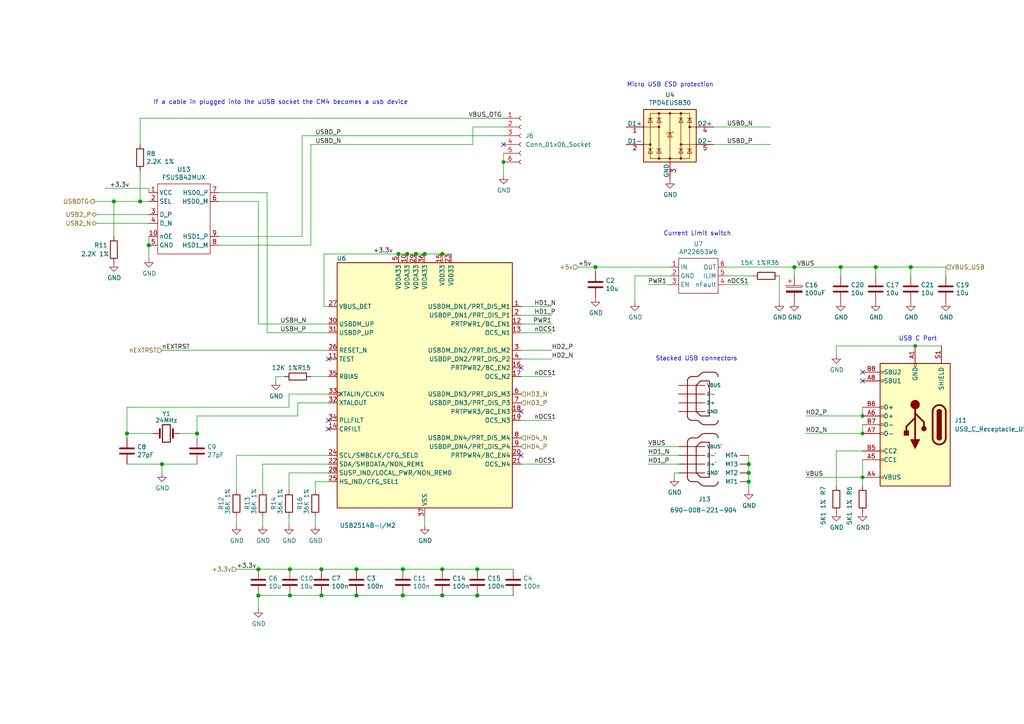
<source format=kicad_sch>
(kicad_sch (version 20230121) (generator eeschema)

  (uuid 40976bf0-19de-460f-ad64-224d4f51e16b)

  (paper "A4")

  (title_block
    (title "Compute Module 4 IO Board - USB")
    (rev "1")
    (company "© 2020-2022 Raspberry Pi Ltd (formerly Raspberry Pi (Trading) Ltd.)")
    (comment 1 "www.raspberrypi.com")
  )

  (lib_symbols
    (symbol "CM4IO:AP2553W6" (in_bom yes) (on_board yes)
      (property "Reference" "U" (at 3.81 -6.35 0)
        (effects (font (size 1.27 1.27)))
      )
      (property "Value" "AP2553W6" (at -3.81 -6.35 0)
        (effects (font (size 1.27 1.27)))
      )
      (property "Footprint" "Package_TO_SOT_SMD:SOT-23-6" (at 3.81 -6.35 0)
        (effects (font (size 1.27 1.27)) hide)
      )
      (property "Datasheet" "https://www.diodes.com/assets/Datasheets/AP255x.pdf" (at 3.81 -6.35 0)
        (effects (font (size 1.27 1.27)) hide)
      )
      (property "Field4" "Digikey" (at 0 0 0)
        (effects (font (size 1.27 1.27)) hide)
      )
      (property "Field5" "AP2553W6-7DICT-ND" (at 0 0 0)
        (effects (font (size 1.27 1.27)) hide)
      )
      (symbol "AP2553W6_0_0"
        (pin power_in line (at -8.89 2.54 0) (length 2.54)
          (name "IN" (effects (font (size 1.27 1.27))))
          (number "1" (effects (font (size 1.27 1.27))))
        )
        (pin power_out line (at -8.89 0 0) (length 2.54)
          (name "GND" (effects (font (size 1.27 1.27))))
          (number "2" (effects (font (size 1.27 1.27))))
        )
        (pin input line (at -8.89 -2.54 0) (length 2.54)
          (name "EN" (effects (font (size 1.27 1.27))))
          (number "3" (effects (font (size 1.27 1.27))))
        )
        (pin open_collector line (at 7.62 -2.54 180) (length 2.54)
          (name "nFault" (effects (font (size 1.27 1.27))))
          (number "4" (effects (font (size 1.27 1.27))))
        )
        (pin passive line (at 7.62 0 180) (length 2.54)
          (name "ILIM" (effects (font (size 1.27 1.27))))
          (number "5" (effects (font (size 1.27 1.27))))
        )
        (pin power_out line (at 7.62 2.54 180) (length 2.54)
          (name "OUT" (effects (font (size 1.27 1.27))))
          (number "6" (effects (font (size 1.27 1.27))))
        )
      )
      (symbol "AP2553W6_0_1"
        (rectangle (start -6.35 5.08) (end 5.08 -5.08)
          (stroke (width 0) (type default))
          (fill (type none))
        )
      )
    )
    (symbol "CM4IO:FSUSB42MX" (in_bom yes) (on_board yes)
      (property "Reference" "U" (at -7.62 20.32 0)
        (effects (font (size 1.27 1.27)))
      )
      (property "Value" "FSUSB42MX" (at -2.54 -2.54 0)
        (effects (font (size 1.27 1.27)))
      )
      (property "Footprint" "" (at 0 0 0)
        (effects (font (size 1.27 1.27)) hide)
      )
      (property "Datasheet" "" (at 0 0 0)
        (effects (font (size 1.27 1.27)) hide)
      )
      (symbol "FSUSB42MX_0_0"
        (pin power_in line (at 8.89 16.51 180) (length 2.54)
          (name "VCC" (effects (font (size 1.27 1.27))))
          (number "1" (effects (font (size 1.27 1.27))))
        )
        (pin input line (at 8.89 3.81 180) (length 2.54)
          (name "nOE" (effects (font (size 1.27 1.27))))
          (number "10" (effects (font (size 1.27 1.27))))
        )
        (pin input line (at 8.89 13.97 180) (length 2.54)
          (name "SEL" (effects (font (size 1.27 1.27))))
          (number "2" (effects (font (size 1.27 1.27))))
        )
        (pin bidirectional line (at 8.89 10.16 180) (length 2.54)
          (name "D_P" (effects (font (size 1.27 1.27))))
          (number "3" (effects (font (size 1.27 1.27))))
        )
        (pin bidirectional line (at 8.89 7.62 180) (length 2.54)
          (name "D_N" (effects (font (size 1.27 1.27))))
          (number "4" (effects (font (size 1.27 1.27))))
        )
        (pin power_in line (at 8.89 1.27 180) (length 2.54)
          (name "GND" (effects (font (size 1.27 1.27))))
          (number "5" (effects (font (size 1.27 1.27))))
        )
        (pin bidirectional line (at -11.43 13.97 0) (length 2.54)
          (name "HSD0_M" (effects (font (size 1.27 1.27))))
          (number "6" (effects (font (size 1.27 1.27))))
        )
        (pin bidirectional line (at -11.43 16.51 0) (length 2.54)
          (name "HSD0_P" (effects (font (size 1.27 1.27))))
          (number "7" (effects (font (size 1.27 1.27))))
        )
        (pin bidirectional line (at -11.43 1.27 0) (length 2.54)
          (name "HSD1_M" (effects (font (size 1.27 1.27))))
          (number "8" (effects (font (size 1.27 1.27))))
        )
        (pin bidirectional line (at -11.43 3.81 0) (length 2.54)
          (name "HSD1_P" (effects (font (size 1.27 1.27))))
          (number "9" (effects (font (size 1.27 1.27))))
        )
      )
      (symbol "FSUSB42MX_0_1"
        (rectangle (start -8.89 19.05) (end 6.35 -1.27)
          (stroke (width 0) (type default))
          (fill (type none))
        )
      )
    )
    (symbol "CM4IO:TPD4EUSB30" (pin_names (offset 0)) (in_bom yes) (on_board yes)
      (property "Reference" "U" (at -0.635 8.89 0)
        (effects (font (size 1.27 1.27)))
      )
      (property "Value" "TPD4EUSB30" (at 8.89 -10.16 0)
        (effects (font (size 1.27 1.27)))
      )
      (property "Footprint" "Package_SON:USON-10_2.5x1.0mm_P0.5mm" (at -24.13 -10.16 0)
        (effects (font (size 1.27 1.27)) hide)
      )
      (property "Datasheet" "http://www.ti.com/lit/ds/symlink/tpd2eusb30a.pdf" (at 0 0 0)
        (effects (font (size 1.27 1.27)) hide)
      )
      (property "ki_keywords" "ESD protection USB 3.0" (at 0 0 0)
        (effects (font (size 1.27 1.27)) hide)
      )
      (property "ki_description" "4-Channel ESD Protection for Super-Speed USB 3.0 Interface, USON-10" (at 0 0 0)
        (effects (font (size 1.27 1.27)) hide)
      )
      (property "ki_fp_filters" "USON*2.5x1.0mm*P0.5mm*" (at 0 0 0)
        (effects (font (size 1.27 1.27)) hide)
      )
      (symbol "TPD4EUSB30_0_0"
        (rectangle (start -5.715 6.477) (end 5.715 -6.604)
          (stroke (width 0) (type default))
          (fill (type none))
        )
        (polyline
          (pts
            (xy -3.175 -6.604)
            (xy -3.175 6.477)
          )
          (stroke (width 0) (type default))
          (fill (type none))
        )
        (polyline
          (pts
            (xy 0 6.477)
            (xy 0 -6.604)
          )
          (stroke (width 0) (type default))
          (fill (type none))
        )
        (polyline
          (pts
            (xy 3.175 6.477)
            (xy 3.175 -6.604)
          )
          (stroke (width 0) (type default))
          (fill (type none))
        )
      )
      (symbol "TPD4EUSB30_0_1"
        (rectangle (start -7.62 7.62) (end 7.62 -7.62)
          (stroke (width 0.254) (type default))
          (fill (type background))
        )
        (circle (center -5.715 -2.54) (radius 0.2794)
          (stroke (width 0) (type default))
          (fill (type outline))
        )
        (circle (center -3.175 -6.604) (radius 0.2794)
          (stroke (width 0) (type default))
          (fill (type outline))
        )
        (circle (center -3.175 2.54) (radius 0.2794)
          (stroke (width 0) (type default))
          (fill (type outline))
        )
        (circle (center -3.175 6.477) (radius 0.2794)
          (stroke (width 0) (type default))
          (fill (type outline))
        )
        (circle (center 0 -6.604) (radius 0.2794)
          (stroke (width 0) (type default))
          (fill (type outline))
        )
        (polyline
          (pts
            (xy -7.747 2.54)
            (xy -3.175 2.54)
          )
          (stroke (width 0) (type default))
          (fill (type none))
        )
        (polyline
          (pts
            (xy -7.62 -2.54)
            (xy -5.715 -2.54)
          )
          (stroke (width 0) (type default))
          (fill (type none))
        )
        (polyline
          (pts
            (xy -5.08 -3.81)
            (xy -6.35 -3.81)
          )
          (stroke (width 0) (type default))
          (fill (type none))
        )
        (polyline
          (pts
            (xy -5.08 5.08)
            (xy -6.35 5.08)
          )
          (stroke (width 0) (type default))
          (fill (type none))
        )
        (polyline
          (pts
            (xy -2.54 -3.81)
            (xy -3.81 -3.81)
          )
          (stroke (width 0) (type default))
          (fill (type none))
        )
        (polyline
          (pts
            (xy -2.54 5.08)
            (xy -3.81 5.08)
          )
          (stroke (width 0) (type default))
          (fill (type none))
        )
        (polyline
          (pts
            (xy -0.635 0.889)
            (xy -1.016 0.635)
          )
          (stroke (width 0) (type default))
          (fill (type none))
        )
        (polyline
          (pts
            (xy 0 -6.604)
            (xy 0 -7.62)
          )
          (stroke (width 0) (type default))
          (fill (type none))
        )
        (polyline
          (pts
            (xy 0.635 0.889)
            (xy -0.635 0.889)
          )
          (stroke (width 0) (type default))
          (fill (type none))
        )
        (polyline
          (pts
            (xy 0.635 0.889)
            (xy 1.016 1.143)
          )
          (stroke (width 0) (type default))
          (fill (type none))
        )
        (polyline
          (pts
            (xy 3.81 -3.81)
            (xy 2.54 -3.81)
          )
          (stroke (width 0) (type default))
          (fill (type none))
        )
        (polyline
          (pts
            (xy 3.81 5.08)
            (xy 2.54 5.08)
          )
          (stroke (width 0) (type default))
          (fill (type none))
        )
        (polyline
          (pts
            (xy 6.35 -3.81)
            (xy 5.08 -3.81)
          )
          (stroke (width 0) (type default))
          (fill (type none))
        )
        (polyline
          (pts
            (xy 6.35 5.08)
            (xy 5.08 5.08)
          )
          (stroke (width 0) (type default))
          (fill (type none))
        )
        (polyline
          (pts
            (xy 7.62 -2.54)
            (xy 3.175 -2.54)
          )
          (stroke (width 0) (type default))
          (fill (type none))
        )
        (polyline
          (pts
            (xy 7.62 2.54)
            (xy 5.715 2.54)
          )
          (stroke (width 0) (type default))
          (fill (type none))
        )
        (polyline
          (pts
            (xy -5.08 -5.08)
            (xy -6.35 -5.08)
            (xy -5.715 -3.81)
            (xy -5.08 -5.08)
          )
          (stroke (width 0) (type default))
          (fill (type none))
        )
        (polyline
          (pts
            (xy -5.08 3.81)
            (xy -6.35 3.81)
            (xy -5.715 5.08)
            (xy -5.08 3.81)
          )
          (stroke (width 0) (type default))
          (fill (type none))
        )
        (polyline
          (pts
            (xy -2.54 -5.08)
            (xy -3.81 -5.08)
            (xy -3.175 -3.81)
            (xy -2.54 -5.08)
          )
          (stroke (width 0) (type default))
          (fill (type none))
        )
        (polyline
          (pts
            (xy -2.54 3.81)
            (xy -3.81 3.81)
            (xy -3.175 5.08)
            (xy -2.54 3.81)
          )
          (stroke (width 0) (type default))
          (fill (type none))
        )
        (polyline
          (pts
            (xy 0.635 -0.381)
            (xy -0.635 -0.381)
            (xy 0 0.889)
            (xy 0.635 -0.381)
          )
          (stroke (width 0) (type default))
          (fill (type none))
        )
        (polyline
          (pts
            (xy 3.81 -5.08)
            (xy 2.54 -5.08)
            (xy 3.175 -3.81)
            (xy 3.81 -5.08)
          )
          (stroke (width 0) (type default))
          (fill (type none))
        )
        (polyline
          (pts
            (xy 3.81 3.81)
            (xy 2.54 3.81)
            (xy 3.175 5.08)
            (xy 3.81 3.81)
          )
          (stroke (width 0) (type default))
          (fill (type none))
        )
        (polyline
          (pts
            (xy 6.35 -5.08)
            (xy 5.08 -5.08)
            (xy 5.715 -3.81)
            (xy 6.35 -5.08)
          )
          (stroke (width 0) (type default))
          (fill (type none))
        )
        (polyline
          (pts
            (xy 6.35 3.81)
            (xy 5.08 3.81)
            (xy 5.715 5.08)
            (xy 6.35 3.81)
          )
          (stroke (width 0) (type default))
          (fill (type none))
        )
        (circle (center 0 6.477) (radius 0.2794)
          (stroke (width 0) (type default))
          (fill (type outline))
        )
        (circle (center 3.175 -6.604) (radius 0.2794)
          (stroke (width 0) (type default))
          (fill (type outline))
        )
        (circle (center 3.175 -2.54) (radius 0.2794)
          (stroke (width 0) (type default))
          (fill (type outline))
        )
        (circle (center 3.175 6.477) (radius 0.2794)
          (stroke (width 0) (type default))
          (fill (type outline))
        )
        (circle (center 5.715 2.54) (radius 0.2794)
          (stroke (width 0) (type default))
          (fill (type outline))
        )
      )
      (symbol "TPD4EUSB30_1_1"
        (pin passive line (at -12.7 2.54 0) (length 5.08)
          (name "D1+" (effects (font (size 1.27 1.27))))
          (number "1" (effects (font (size 1.27 1.27))))
        )
        (pin passive line (at -12.7 2.54 0) (length 5.08) hide
          (name "~" (effects (font (size 1.27 1.27))))
          (number "10" (effects (font (size 1.27 1.27))))
        )
        (pin passive line (at -12.7 -2.54 0) (length 5.08)
          (name "D1-" (effects (font (size 1.27 1.27))))
          (number "2" (effects (font (size 1.27 1.27))))
        )
        (pin power_in line (at 0 -12.7 90) (length 5.08)
          (name "GND" (effects (font (size 1.27 1.27))))
          (number "3" (effects (font (size 1.27 1.27))))
        )
        (pin passive line (at 12.7 2.54 180) (length 5.08)
          (name "D2+" (effects (font (size 1.27 1.27))))
          (number "4" (effects (font (size 1.27 1.27))))
        )
        (pin passive line (at 12.7 -2.54 180) (length 5.08)
          (name "D2-" (effects (font (size 1.27 1.27))))
          (number "5" (effects (font (size 1.27 1.27))))
        )
        (pin passive line (at 12.7 -2.54 180) (length 5.08) hide
          (name "~" (effects (font (size 1.27 1.27))))
          (number "6" (effects (font (size 1.27 1.27))))
        )
        (pin passive line (at 12.7 2.54 180) (length 5.08) hide
          (name "~" (effects (font (size 1.27 1.27))))
          (number "7" (effects (font (size 1.27 1.27))))
        )
        (pin passive line (at 0 -12.7 90) (length 5.08) hide
          (name "GND" (effects (font (size 1.27 1.27))))
          (number "8" (effects (font (size 1.27 1.27))))
        )
        (pin passive line (at -12.7 -2.54 0) (length 5.08) hide
          (name "~" (effects (font (size 1.27 1.27))))
          (number "9" (effects (font (size 1.27 1.27))))
        )
      )
    )
    (symbol "CM4IO:USB_67298-4090" (pin_numbers hide) (in_bom yes) (on_board yes)
      (property "Reference" "J" (at -5.08 21.6408 0)
        (effects (font (size 1.27 1.27)) (justify left bottom))
      )
      (property "Value" "USB_67298-4090" (at -5.08 -17.8054 0)
        (effects (font (size 1.27 1.27)) (justify left bottom))
      )
      (property "Footprint" "CM4IO:MOLEX_USB_67298-4090" (at 0 0 0)
        (effects (font (size 1.27 1.27)) (justify left bottom) hide)
      )
      (property "Datasheet" "Conn USB Type A RCP 4/4 POS Solder RA Thru-Hole 8 Terminal 2 Port Tray" (at 0 0 0)
        (effects (font (size 1.27 1.27)) (justify left bottom) hide)
      )
      (property "Field4" "Farnell" (at 0 0 0)
        (effects (font (size 1.27 1.27)) (justify left bottom) hide)
      )
      (property "Field5" "2751688" (at 0 0 0)
        (effects (font (size 1.27 1.27)) (justify left bottom) hide)
      )
      (property "Field6" "None" (at 0 0 0)
        (effects (font (size 1.27 1.27)) (justify left bottom) hide)
      )
      (property "Field7" "Molex" (at 0 0 0)
        (effects (font (size 1.27 1.27)) (justify left bottom) hide)
      )
      (property "Field8" "None" (at 0 0 0)
        (effects (font (size 1.27 1.27)) (justify left bottom) hide)
      )
      (symbol "USB_67298-4090_0_0"
        (arc (start -5.08 -11.43) (mid -4.708 -12.328) (end -3.81 -12.7)
          (stroke (width 0.254) (type default))
          (fill (type none))
        )
        (arc (start -5.08 6.35) (mid -4.708 5.452) (end -3.81 5.08)
          (stroke (width 0.254) (type default))
          (fill (type none))
        )
        (arc (start -3.81 0) (mid -4.708 -0.372) (end -5.08 -1.27)
          (stroke (width 0.254) (type default))
          (fill (type none))
        )
        (arc (start -3.81 17.78) (mid -4.708 17.408) (end -5.08 16.51)
          (stroke (width 0.254) (type default))
          (fill (type none))
        )
        (arc (start -2.54 0) (mid -1.972 0.1341) (end -1.524 0.508)
          (stroke (width 0.254) (type default))
          (fill (type none))
        )
        (arc (start -2.54 17.78) (mid -1.972 17.9141) (end -1.524 18.288)
          (stroke (width 0.254) (type default))
          (fill (type none))
        )
        (arc (start -1.524 -13.208) (mid -1.972 -12.8341) (end -2.54 -12.7)
          (stroke (width 0.254) (type default))
          (fill (type none))
        )
        (arc (start -1.524 -13.208) (mid -0.8519 -13.7689) (end 0 -13.97)
          (stroke (width 0.254) (type default))
          (fill (type none))
        )
        (arc (start -1.524 4.572) (mid -1.972 4.9459) (end -2.54 5.08)
          (stroke (width 0.254) (type default))
          (fill (type none))
        )
        (arc (start -1.524 4.572) (mid -0.8519 4.0111) (end 0 3.81)
          (stroke (width 0.254) (type default))
          (fill (type none))
        )
        (polyline
          (pts
            (xy -5.08 -1.27)
            (xy -5.08 -11.43)
          )
          (stroke (width 0.254) (type default))
          (fill (type none))
        )
        (polyline
          (pts
            (xy -5.08 16.51)
            (xy -5.08 6.35)
          )
          (stroke (width 0.254) (type default))
          (fill (type none))
        )
        (polyline
          (pts
            (xy -3.81 -12.7)
            (xy -2.54 -12.7)
          )
          (stroke (width 0.254) (type default))
          (fill (type none))
        )
        (polyline
          (pts
            (xy -3.81 0)
            (xy -2.54 0)
          )
          (stroke (width 0.254) (type default))
          (fill (type none))
        )
        (polyline
          (pts
            (xy -3.81 5.08)
            (xy -2.54 5.08)
          )
          (stroke (width 0.254) (type default))
          (fill (type none))
        )
        (polyline
          (pts
            (xy -3.81 17.78)
            (xy -2.54 17.78)
          )
          (stroke (width 0.254) (type default))
          (fill (type none))
        )
        (polyline
          (pts
            (xy -2.54 -10.16)
            (xy -1.27 -11.43)
          )
          (stroke (width 0.254) (type default))
          (fill (type none))
        )
        (polyline
          (pts
            (xy -2.54 -2.54)
            (xy -2.54 -10.16)
          )
          (stroke (width 0.254) (type default))
          (fill (type none))
        )
        (polyline
          (pts
            (xy -2.54 7.62)
            (xy -1.27 6.35)
          )
          (stroke (width 0.254) (type default))
          (fill (type none))
        )
        (polyline
          (pts
            (xy -2.54 15.24)
            (xy -2.54 7.62)
          )
          (stroke (width 0.254) (type default))
          (fill (type none))
        )
        (polyline
          (pts
            (xy -1.27 -11.43)
            (xy 1.27 -11.43)
          )
          (stroke (width 0.254) (type default))
          (fill (type none))
        )
        (polyline
          (pts
            (xy -1.27 -1.27)
            (xy -2.54 -2.54)
          )
          (stroke (width 0.254) (type default))
          (fill (type none))
        )
        (polyline
          (pts
            (xy -1.27 6.35)
            (xy 1.27 6.35)
          )
          (stroke (width 0.254) (type default))
          (fill (type none))
        )
        (polyline
          (pts
            (xy -1.27 16.51)
            (xy -2.54 15.24)
          )
          (stroke (width 0.254) (type default))
          (fill (type none))
        )
        (polyline
          (pts
            (xy 0 -13.97)
            (xy 2.54 -13.97)
          )
          (stroke (width 0.254) (type default))
          (fill (type none))
        )
        (polyline
          (pts
            (xy 0 1.27)
            (xy 2.54 1.27)
          )
          (stroke (width 0.254) (type default))
          (fill (type none))
        )
        (polyline
          (pts
            (xy 0 3.81)
            (xy 2.54 3.81)
          )
          (stroke (width 0.254) (type default))
          (fill (type none))
        )
        (polyline
          (pts
            (xy 0 19.05)
            (xy 2.54 19.05)
          )
          (stroke (width 0.254) (type default))
          (fill (type none))
        )
        (polyline
          (pts
            (xy 1.27 -11.43)
            (xy 1.27 -1.27)
          )
          (stroke (width 0.254) (type default))
          (fill (type none))
        )
        (polyline
          (pts
            (xy 1.27 -1.27)
            (xy -1.27 -1.27)
          )
          (stroke (width 0.254) (type default))
          (fill (type none))
        )
        (polyline
          (pts
            (xy 1.27 6.35)
            (xy 1.27 16.51)
          )
          (stroke (width 0.254) (type default))
          (fill (type none))
        )
        (polyline
          (pts
            (xy 1.27 16.51)
            (xy -1.27 16.51)
          )
          (stroke (width 0.254) (type default))
          (fill (type none))
        )
        (arc (start 0 1.27) (mid -0.8519 1.0689) (end -1.524 0.508)
          (stroke (width 0.254) (type default))
          (fill (type none))
        )
        (arc (start 0 19.05) (mid -0.8519 18.8489) (end -1.524 18.288)
          (stroke (width 0.254) (type default))
          (fill (type none))
        )
        (arc (start 2.54 -13.97) (mid 3.438 -13.598) (end 3.81 -12.7)
          (stroke (width 0.254) (type default))
          (fill (type none))
        )
        (arc (start 2.54 3.81) (mid 3.438 4.182) (end 3.81 5.08)
          (stroke (width 0.254) (type default))
          (fill (type none))
        )
        (arc (start 3.81 0) (mid 3.438 0.898) (end 2.54 1.27)
          (stroke (width 0.254) (type default))
          (fill (type none))
        )
        (arc (start 3.81 17.78) (mid 3.438 18.678) (end 2.54 19.05)
          (stroke (width 0.254) (type default))
          (fill (type none))
        )
        (pin power_in line (at -7.62 -2.54 0) (length 7.62)
          (name "VBUS`" (effects (font (size 1.016 1.016))))
          (number "1" (effects (font (size 1.016 1.016))))
        )
        (pin passive line (at -7.62 -5.08 0) (length 7.62)
          (name "D-`" (effects (font (size 1.016 1.016))))
          (number "2" (effects (font (size 1.016 1.016))))
        )
        (pin passive line (at -7.62 -7.62 0) (length 7.62)
          (name "D+`" (effects (font (size 1.016 1.016))))
          (number "3" (effects (font (size 1.016 1.016))))
        )
        (pin power_in line (at -7.62 -10.16 0) (length 7.62)
          (name "GND`" (effects (font (size 1.016 1.016))))
          (number "4" (effects (font (size 1.016 1.016))))
        )
        (pin power_in line (at -7.62 15.24 0) (length 7.62)
          (name "VBUS" (effects (font (size 1.016 1.016))))
          (number "5" (effects (font (size 1.016 1.016))))
        )
        (pin passive line (at -7.62 12.7 0) (length 7.62)
          (name "D-" (effects (font (size 1.016 1.016))))
          (number "6" (effects (font (size 1.016 1.016))))
        )
        (pin passive line (at -7.62 10.16 0) (length 7.62)
          (name "D+" (effects (font (size 1.016 1.016))))
          (number "7" (effects (font (size 1.016 1.016))))
        )
        (pin power_in line (at -7.62 7.62 0) (length 7.62)
          (name "GND" (effects (font (size 1.016 1.016))))
          (number "8" (effects (font (size 1.016 1.016))))
        )
        (pin passive line (at 12.7 -12.7 180) (length 2.54)
          (name "MT1" (effects (font (size 1.27 1.27))))
          (number "MT1" (effects (font (size 1.27 1.27))))
        )
        (pin passive line (at 12.7 -10.16 180) (length 2.54)
          (name "MT2" (effects (font (size 1.27 1.27))))
          (number "MT2" (effects (font (size 1.27 1.27))))
        )
        (pin passive line (at 12.7 -7.62 180) (length 2.54)
          (name "MT3" (effects (font (size 1.27 1.27))))
          (number "MT3" (effects (font (size 1.27 1.27))))
        )
        (pin passive line (at 12.7 -5.08 180) (length 2.54)
          (name "MT4" (effects (font (size 1.27 1.27))))
          (number "MT4" (effects (font (size 1.27 1.27))))
        )
      )
    )
    (symbol "Connector:Conn_01x06_Socket" (pin_names (offset 1.016) hide) (in_bom yes) (on_board yes)
      (property "Reference" "J" (at 0 7.62 0)
        (effects (font (size 1.27 1.27)))
      )
      (property "Value" "Conn_01x06_Socket" (at 0 -10.16 0)
        (effects (font (size 1.27 1.27)))
      )
      (property "Footprint" "" (at 0 0 0)
        (effects (font (size 1.27 1.27)) hide)
      )
      (property "Datasheet" "~" (at 0 0 0)
        (effects (font (size 1.27 1.27)) hide)
      )
      (property "ki_locked" "" (at 0 0 0)
        (effects (font (size 1.27 1.27)))
      )
      (property "ki_keywords" "connector" (at 0 0 0)
        (effects (font (size 1.27 1.27)) hide)
      )
      (property "ki_description" "Generic connector, single row, 01x06, script generated" (at 0 0 0)
        (effects (font (size 1.27 1.27)) hide)
      )
      (property "ki_fp_filters" "Connector*:*_1x??_*" (at 0 0 0)
        (effects (font (size 1.27 1.27)) hide)
      )
      (symbol "Conn_01x06_Socket_1_1"
        (arc (start 0 -7.112) (mid -0.5058 -7.62) (end 0 -8.128)
          (stroke (width 0.1524) (type default))
          (fill (type none))
        )
        (arc (start 0 -4.572) (mid -0.5058 -5.08) (end 0 -5.588)
          (stroke (width 0.1524) (type default))
          (fill (type none))
        )
        (arc (start 0 -2.032) (mid -0.5058 -2.54) (end 0 -3.048)
          (stroke (width 0.1524) (type default))
          (fill (type none))
        )
        (polyline
          (pts
            (xy -1.27 -7.62)
            (xy -0.508 -7.62)
          )
          (stroke (width 0.1524) (type default))
          (fill (type none))
        )
        (polyline
          (pts
            (xy -1.27 -5.08)
            (xy -0.508 -5.08)
          )
          (stroke (width 0.1524) (type default))
          (fill (type none))
        )
        (polyline
          (pts
            (xy -1.27 -2.54)
            (xy -0.508 -2.54)
          )
          (stroke (width 0.1524) (type default))
          (fill (type none))
        )
        (polyline
          (pts
            (xy -1.27 0)
            (xy -0.508 0)
          )
          (stroke (width 0.1524) (type default))
          (fill (type none))
        )
        (polyline
          (pts
            (xy -1.27 2.54)
            (xy -0.508 2.54)
          )
          (stroke (width 0.1524) (type default))
          (fill (type none))
        )
        (polyline
          (pts
            (xy -1.27 5.08)
            (xy -0.508 5.08)
          )
          (stroke (width 0.1524) (type default))
          (fill (type none))
        )
        (arc (start 0 0.508) (mid -0.5058 0) (end 0 -0.508)
          (stroke (width 0.1524) (type default))
          (fill (type none))
        )
        (arc (start 0 3.048) (mid -0.5058 2.54) (end 0 2.032)
          (stroke (width 0.1524) (type default))
          (fill (type none))
        )
        (arc (start 0 5.588) (mid -0.5058 5.08) (end 0 4.572)
          (stroke (width 0.1524) (type default))
          (fill (type none))
        )
        (pin passive line (at -5.08 5.08 0) (length 3.81)
          (name "Pin_1" (effects (font (size 1.27 1.27))))
          (number "1" (effects (font (size 1.27 1.27))))
        )
        (pin passive line (at -5.08 2.54 0) (length 3.81)
          (name "Pin_2" (effects (font (size 1.27 1.27))))
          (number "2" (effects (font (size 1.27 1.27))))
        )
        (pin passive line (at -5.08 0 0) (length 3.81)
          (name "Pin_3" (effects (font (size 1.27 1.27))))
          (number "3" (effects (font (size 1.27 1.27))))
        )
        (pin passive line (at -5.08 -2.54 0) (length 3.81)
          (name "Pin_4" (effects (font (size 1.27 1.27))))
          (number "4" (effects (font (size 1.27 1.27))))
        )
        (pin passive line (at -5.08 -5.08 0) (length 3.81)
          (name "Pin_5" (effects (font (size 1.27 1.27))))
          (number "5" (effects (font (size 1.27 1.27))))
        )
        (pin passive line (at -5.08 -7.62 0) (length 3.81)
          (name "Pin_6" (effects (font (size 1.27 1.27))))
          (number "6" (effects (font (size 1.27 1.27))))
        )
      )
    )
    (symbol "Connector:USB_C_Receptacle_USB2.0" (pin_names (offset 1.016)) (in_bom yes) (on_board yes)
      (property "Reference" "J" (at -10.16 19.05 0)
        (effects (font (size 1.27 1.27)) (justify left))
      )
      (property "Value" "USB_C_Receptacle_USB2.0" (at 19.05 19.05 0)
        (effects (font (size 1.27 1.27)) (justify right))
      )
      (property "Footprint" "" (at 3.81 0 0)
        (effects (font (size 1.27 1.27)) hide)
      )
      (property "Datasheet" "https://www.usb.org/sites/default/files/documents/usb_type-c.zip" (at 3.81 0 0)
        (effects (font (size 1.27 1.27)) hide)
      )
      (property "ki_keywords" "usb universal serial bus type-C USB2.0" (at 0 0 0)
        (effects (font (size 1.27 1.27)) hide)
      )
      (property "ki_description" "USB 2.0-only Type-C Receptacle connector" (at 0 0 0)
        (effects (font (size 1.27 1.27)) hide)
      )
      (property "ki_fp_filters" "USB*C*Receptacle*" (at 0 0 0)
        (effects (font (size 1.27 1.27)) hide)
      )
      (symbol "USB_C_Receptacle_USB2.0_0_0"
        (rectangle (start -0.254 -17.78) (end 0.254 -16.764)
          (stroke (width 0) (type default))
          (fill (type none))
        )
        (rectangle (start 10.16 -14.986) (end 9.144 -15.494)
          (stroke (width 0) (type default))
          (fill (type none))
        )
        (rectangle (start 10.16 -12.446) (end 9.144 -12.954)
          (stroke (width 0) (type default))
          (fill (type none))
        )
        (rectangle (start 10.16 -4.826) (end 9.144 -5.334)
          (stroke (width 0) (type default))
          (fill (type none))
        )
        (rectangle (start 10.16 -2.286) (end 9.144 -2.794)
          (stroke (width 0) (type default))
          (fill (type none))
        )
        (rectangle (start 10.16 0.254) (end 9.144 -0.254)
          (stroke (width 0) (type default))
          (fill (type none))
        )
        (rectangle (start 10.16 2.794) (end 9.144 2.286)
          (stroke (width 0) (type default))
          (fill (type none))
        )
        (rectangle (start 10.16 7.874) (end 9.144 7.366)
          (stroke (width 0) (type default))
          (fill (type none))
        )
        (rectangle (start 10.16 10.414) (end 9.144 9.906)
          (stroke (width 0) (type default))
          (fill (type none))
        )
        (rectangle (start 10.16 15.494) (end 9.144 14.986)
          (stroke (width 0) (type default))
          (fill (type none))
        )
      )
      (symbol "USB_C_Receptacle_USB2.0_0_1"
        (rectangle (start -10.16 17.78) (end 10.16 -17.78)
          (stroke (width 0.254) (type default))
          (fill (type background))
        )
        (arc (start -8.89 -3.81) (mid -6.985 -5.7067) (end -5.08 -3.81)
          (stroke (width 0.508) (type default))
          (fill (type none))
        )
        (arc (start -7.62 -3.81) (mid -6.985 -4.4423) (end -6.35 -3.81)
          (stroke (width 0.254) (type default))
          (fill (type none))
        )
        (arc (start -7.62 -3.81) (mid -6.985 -4.4423) (end -6.35 -3.81)
          (stroke (width 0.254) (type default))
          (fill (type outline))
        )
        (rectangle (start -7.62 -3.81) (end -6.35 3.81)
          (stroke (width 0.254) (type default))
          (fill (type outline))
        )
        (arc (start -6.35 3.81) (mid -6.985 4.4423) (end -7.62 3.81)
          (stroke (width 0.254) (type default))
          (fill (type none))
        )
        (arc (start -6.35 3.81) (mid -6.985 4.4423) (end -7.62 3.81)
          (stroke (width 0.254) (type default))
          (fill (type outline))
        )
        (arc (start -5.08 3.81) (mid -6.985 5.7067) (end -8.89 3.81)
          (stroke (width 0.508) (type default))
          (fill (type none))
        )
        (circle (center -2.54 1.143) (radius 0.635)
          (stroke (width 0.254) (type default))
          (fill (type outline))
        )
        (circle (center 0 -5.842) (radius 1.27)
          (stroke (width 0) (type default))
          (fill (type outline))
        )
        (polyline
          (pts
            (xy -8.89 -3.81)
            (xy -8.89 3.81)
          )
          (stroke (width 0.508) (type default))
          (fill (type none))
        )
        (polyline
          (pts
            (xy -5.08 3.81)
            (xy -5.08 -3.81)
          )
          (stroke (width 0.508) (type default))
          (fill (type none))
        )
        (polyline
          (pts
            (xy 0 -5.842)
            (xy 0 4.318)
          )
          (stroke (width 0.508) (type default))
          (fill (type none))
        )
        (polyline
          (pts
            (xy 0 -3.302)
            (xy -2.54 -0.762)
            (xy -2.54 0.508)
          )
          (stroke (width 0.508) (type default))
          (fill (type none))
        )
        (polyline
          (pts
            (xy 0 -2.032)
            (xy 2.54 0.508)
            (xy 2.54 1.778)
          )
          (stroke (width 0.508) (type default))
          (fill (type none))
        )
        (polyline
          (pts
            (xy -1.27 4.318)
            (xy 0 6.858)
            (xy 1.27 4.318)
            (xy -1.27 4.318)
          )
          (stroke (width 0.254) (type default))
          (fill (type outline))
        )
        (rectangle (start 1.905 1.778) (end 3.175 3.048)
          (stroke (width 0.254) (type default))
          (fill (type outline))
        )
      )
      (symbol "USB_C_Receptacle_USB2.0_1_1"
        (pin passive line (at 0 -22.86 90) (length 5.08)
          (name "GND" (effects (font (size 1.27 1.27))))
          (number "A1" (effects (font (size 1.27 1.27))))
        )
        (pin passive line (at 0 -22.86 90) (length 5.08) hide
          (name "GND" (effects (font (size 1.27 1.27))))
          (number "A12" (effects (font (size 1.27 1.27))))
        )
        (pin passive line (at 15.24 15.24 180) (length 5.08)
          (name "VBUS" (effects (font (size 1.27 1.27))))
          (number "A4" (effects (font (size 1.27 1.27))))
        )
        (pin bidirectional line (at 15.24 10.16 180) (length 5.08)
          (name "CC1" (effects (font (size 1.27 1.27))))
          (number "A5" (effects (font (size 1.27 1.27))))
        )
        (pin bidirectional line (at 15.24 -2.54 180) (length 5.08)
          (name "D+" (effects (font (size 1.27 1.27))))
          (number "A6" (effects (font (size 1.27 1.27))))
        )
        (pin bidirectional line (at 15.24 2.54 180) (length 5.08)
          (name "D-" (effects (font (size 1.27 1.27))))
          (number "A7" (effects (font (size 1.27 1.27))))
        )
        (pin bidirectional line (at 15.24 -12.7 180) (length 5.08)
          (name "SBU1" (effects (font (size 1.27 1.27))))
          (number "A8" (effects (font (size 1.27 1.27))))
        )
        (pin passive line (at 15.24 15.24 180) (length 5.08) hide
          (name "VBUS" (effects (font (size 1.27 1.27))))
          (number "A9" (effects (font (size 1.27 1.27))))
        )
        (pin passive line (at 0 -22.86 90) (length 5.08) hide
          (name "GND" (effects (font (size 1.27 1.27))))
          (number "B1" (effects (font (size 1.27 1.27))))
        )
        (pin passive line (at 0 -22.86 90) (length 5.08) hide
          (name "GND" (effects (font (size 1.27 1.27))))
          (number "B12" (effects (font (size 1.27 1.27))))
        )
        (pin passive line (at 15.24 15.24 180) (length 5.08) hide
          (name "VBUS" (effects (font (size 1.27 1.27))))
          (number "B4" (effects (font (size 1.27 1.27))))
        )
        (pin bidirectional line (at 15.24 7.62 180) (length 5.08)
          (name "CC2" (effects (font (size 1.27 1.27))))
          (number "B5" (effects (font (size 1.27 1.27))))
        )
        (pin bidirectional line (at 15.24 -5.08 180) (length 5.08)
          (name "D+" (effects (font (size 1.27 1.27))))
          (number "B6" (effects (font (size 1.27 1.27))))
        )
        (pin bidirectional line (at 15.24 0 180) (length 5.08)
          (name "D-" (effects (font (size 1.27 1.27))))
          (number "B7" (effects (font (size 1.27 1.27))))
        )
        (pin bidirectional line (at 15.24 -15.24 180) (length 5.08)
          (name "SBU2" (effects (font (size 1.27 1.27))))
          (number "B8" (effects (font (size 1.27 1.27))))
        )
        (pin passive line (at 15.24 15.24 180) (length 5.08) hide
          (name "VBUS" (effects (font (size 1.27 1.27))))
          (number "B9" (effects (font (size 1.27 1.27))))
        )
        (pin passive line (at -7.62 -22.86 90) (length 5.08)
          (name "SHIELD" (effects (font (size 1.27 1.27))))
          (number "S1" (effects (font (size 1.27 1.27))))
        )
      )
    )
    (symbol "Device:C" (pin_numbers hide) (pin_names (offset 0.254)) (in_bom yes) (on_board yes)
      (property "Reference" "C" (at 0.635 2.54 0)
        (effects (font (size 1.27 1.27)) (justify left))
      )
      (property "Value" "C" (at 0.635 -2.54 0)
        (effects (font (size 1.27 1.27)) (justify left))
      )
      (property "Footprint" "" (at 0.9652 -3.81 0)
        (effects (font (size 1.27 1.27)) hide)
      )
      (property "Datasheet" "~" (at 0 0 0)
        (effects (font (size 1.27 1.27)) hide)
      )
      (property "ki_keywords" "cap capacitor" (at 0 0 0)
        (effects (font (size 1.27 1.27)) hide)
      )
      (property "ki_description" "Unpolarized capacitor" (at 0 0 0)
        (effects (font (size 1.27 1.27)) hide)
      )
      (property "ki_fp_filters" "C_*" (at 0 0 0)
        (effects (font (size 1.27 1.27)) hide)
      )
      (symbol "C_0_1"
        (polyline
          (pts
            (xy -2.032 -0.762)
            (xy 2.032 -0.762)
          )
          (stroke (width 0.508) (type default))
          (fill (type none))
        )
        (polyline
          (pts
            (xy -2.032 0.762)
            (xy 2.032 0.762)
          )
          (stroke (width 0.508) (type default))
          (fill (type none))
        )
      )
      (symbol "C_1_1"
        (pin passive line (at 0 3.81 270) (length 2.794)
          (name "~" (effects (font (size 1.27 1.27))))
          (number "1" (effects (font (size 1.27 1.27))))
        )
        (pin passive line (at 0 -3.81 90) (length 2.794)
          (name "~" (effects (font (size 1.27 1.27))))
          (number "2" (effects (font (size 1.27 1.27))))
        )
      )
    )
    (symbol "Device:CP" (pin_numbers hide) (pin_names (offset 0.254)) (in_bom yes) (on_board yes)
      (property "Reference" "C" (at 0.635 2.54 0)
        (effects (font (size 1.27 1.27)) (justify left))
      )
      (property "Value" "CP" (at 0.635 -2.54 0)
        (effects (font (size 1.27 1.27)) (justify left))
      )
      (property "Footprint" "" (at 0.9652 -3.81 0)
        (effects (font (size 1.27 1.27)) hide)
      )
      (property "Datasheet" "~" (at 0 0 0)
        (effects (font (size 1.27 1.27)) hide)
      )
      (property "ki_keywords" "cap capacitor" (at 0 0 0)
        (effects (font (size 1.27 1.27)) hide)
      )
      (property "ki_description" "Polarized capacitor" (at 0 0 0)
        (effects (font (size 1.27 1.27)) hide)
      )
      (property "ki_fp_filters" "CP_*" (at 0 0 0)
        (effects (font (size 1.27 1.27)) hide)
      )
      (symbol "CP_0_1"
        (rectangle (start -2.286 0.508) (end 2.286 1.016)
          (stroke (width 0) (type default))
          (fill (type none))
        )
        (polyline
          (pts
            (xy -1.778 2.286)
            (xy -0.762 2.286)
          )
          (stroke (width 0) (type default))
          (fill (type none))
        )
        (polyline
          (pts
            (xy -1.27 2.794)
            (xy -1.27 1.778)
          )
          (stroke (width 0) (type default))
          (fill (type none))
        )
        (rectangle (start 2.286 -0.508) (end -2.286 -1.016)
          (stroke (width 0) (type default))
          (fill (type outline))
        )
      )
      (symbol "CP_1_1"
        (pin passive line (at 0 3.81 270) (length 2.794)
          (name "~" (effects (font (size 1.27 1.27))))
          (number "1" (effects (font (size 1.27 1.27))))
        )
        (pin passive line (at 0 -3.81 90) (length 2.794)
          (name "~" (effects (font (size 1.27 1.27))))
          (number "2" (effects (font (size 1.27 1.27))))
        )
      )
    )
    (symbol "Device:Crystal" (pin_numbers hide) (pin_names hide) (in_bom yes) (on_board yes)
      (property "Reference" "Y" (at 0 3.81 0)
        (effects (font (size 1.27 1.27)))
      )
      (property "Value" "Crystal" (at 0 -3.81 0)
        (effects (font (size 1.27 1.27)))
      )
      (property "Footprint" "" (at 0 0 0)
        (effects (font (size 1.27 1.27)) hide)
      )
      (property "Datasheet" "~" (at 0 0 0)
        (effects (font (size 1.27 1.27)) hide)
      )
      (property "ki_keywords" "quartz ceramic resonator oscillator" (at 0 0 0)
        (effects (font (size 1.27 1.27)) hide)
      )
      (property "ki_description" "Two pin crystal" (at 0 0 0)
        (effects (font (size 1.27 1.27)) hide)
      )
      (property "ki_fp_filters" "Crystal*" (at 0 0 0)
        (effects (font (size 1.27 1.27)) hide)
      )
      (symbol "Crystal_0_1"
        (rectangle (start -1.143 2.54) (end 1.143 -2.54)
          (stroke (width 0.3048) (type default))
          (fill (type none))
        )
        (polyline
          (pts
            (xy -2.54 0)
            (xy -1.905 0)
          )
          (stroke (width 0) (type default))
          (fill (type none))
        )
        (polyline
          (pts
            (xy -1.905 -1.27)
            (xy -1.905 1.27)
          )
          (stroke (width 0.508) (type default))
          (fill (type none))
        )
        (polyline
          (pts
            (xy 1.905 -1.27)
            (xy 1.905 1.27)
          )
          (stroke (width 0.508) (type default))
          (fill (type none))
        )
        (polyline
          (pts
            (xy 2.54 0)
            (xy 1.905 0)
          )
          (stroke (width 0) (type default))
          (fill (type none))
        )
      )
      (symbol "Crystal_1_1"
        (pin passive line (at -3.81 0 0) (length 1.27)
          (name "1" (effects (font (size 1.27 1.27))))
          (number "1" (effects (font (size 1.27 1.27))))
        )
        (pin passive line (at 3.81 0 180) (length 1.27)
          (name "2" (effects (font (size 1.27 1.27))))
          (number "2" (effects (font (size 1.27 1.27))))
        )
      )
    )
    (symbol "Device:R" (pin_numbers hide) (pin_names (offset 0)) (in_bom yes) (on_board yes)
      (property "Reference" "R" (at 2.032 0 90)
        (effects (font (size 1.27 1.27)))
      )
      (property "Value" "R" (at 0 0 90)
        (effects (font (size 1.27 1.27)))
      )
      (property "Footprint" "" (at -1.778 0 90)
        (effects (font (size 1.27 1.27)) hide)
      )
      (property "Datasheet" "~" (at 0 0 0)
        (effects (font (size 1.27 1.27)) hide)
      )
      (property "ki_keywords" "R res resistor" (at 0 0 0)
        (effects (font (size 1.27 1.27)) hide)
      )
      (property "ki_description" "Resistor" (at 0 0 0)
        (effects (font (size 1.27 1.27)) hide)
      )
      (property "ki_fp_filters" "R_*" (at 0 0 0)
        (effects (font (size 1.27 1.27)) hide)
      )
      (symbol "R_0_1"
        (rectangle (start -1.016 -2.54) (end 1.016 2.54)
          (stroke (width 0.254) (type default))
          (fill (type none))
        )
      )
      (symbol "R_1_1"
        (pin passive line (at 0 3.81 270) (length 1.27)
          (name "~" (effects (font (size 1.27 1.27))))
          (number "1" (effects (font (size 1.27 1.27))))
        )
        (pin passive line (at 0 -3.81 90) (length 1.27)
          (name "~" (effects (font (size 1.27 1.27))))
          (number "2" (effects (font (size 1.27 1.27))))
        )
      )
    )
    (symbol "Interface_USB:USB2514B_Bi" (in_bom yes) (on_board yes)
      (property "Reference" "U" (at -17.78 40.64 0)
        (effects (font (size 1.27 1.27)))
      )
      (property "Value" "USB2514B_Bi" (at -20.32 38.1 0)
        (effects (font (size 1.27 1.27)))
      )
      (property "Footprint" "Package_DFN_QFN:QFN-36-1EP_6x6mm_P0.5mm_EP3.7x3.7mm" (at 33.02 -38.1 0)
        (effects (font (size 1.27 1.27)) hide)
      )
      (property "Datasheet" "http://ww1.microchip.com/downloads/en/DeviceDoc/00001692C.pdf" (at 40.64 -40.64 0)
        (effects (font (size 1.27 1.27)) hide)
      )
      (property "ki_keywords" "USB2.0 Hi-Speed-USB-Hub Hub-Controller" (at 0 0 0)
        (effects (font (size 1.27 1.27)) hide)
      )
      (property "ki_description" "USB 2.0 Hi-Speed Hub Controller" (at 0 0 0)
        (effects (font (size 1.27 1.27)) hide)
      )
      (property "ki_fp_filters" "QFN*6x6mm*P0.5mm*" (at 0 0 0)
        (effects (font (size 1.27 1.27)) hide)
      )
      (symbol "USB2514B_Bi_0_1"
        (rectangle (start -25.4 35.56) (end 25.4 -35.56)
          (stroke (width 0.254) (type default))
          (fill (type background))
        )
      )
      (symbol "USB2514B_Bi_1_1"
        (pin bidirectional line (at 27.94 22.86 180) (length 2.54)
          (name "USBDM_DN1/PRT_DIS_M1" (effects (font (size 1.27 1.27))))
          (number "1" (effects (font (size 1.27 1.27))))
        )
        (pin power_in line (at -5.08 38.1 270) (length 2.54)
          (name "VDDA33" (effects (font (size 1.27 1.27))))
          (number "10" (effects (font (size 1.27 1.27))))
        )
        (pin input line (at -27.94 7.62 0) (length 2.54)
          (name "TEST" (effects (font (size 1.27 1.27))))
          (number "11" (effects (font (size 1.27 1.27))))
        )
        (pin bidirectional line (at 27.94 17.78 180) (length 2.54)
          (name "PRTPWR1/BC_EN1" (effects (font (size 1.27 1.27))))
          (number "12" (effects (font (size 1.27 1.27))))
        )
        (pin input line (at 27.94 15.24 180) (length 2.54)
          (name "OCS_N1" (effects (font (size 1.27 1.27))))
          (number "13" (effects (font (size 1.27 1.27))))
        )
        (pin input line (at -27.94 -12.7 0) (length 2.54)
          (name "CRFILT" (effects (font (size 1.27 1.27))))
          (number "14" (effects (font (size 1.27 1.27))))
        )
        (pin power_in line (at 5.08 38.1 270) (length 2.54)
          (name "VDD33" (effects (font (size 1.27 1.27))))
          (number "15" (effects (font (size 1.27 1.27))))
        )
        (pin bidirectional line (at 27.94 5.08 180) (length 2.54)
          (name "PRTPWR2/BC_EN2" (effects (font (size 1.27 1.27))))
          (number "16" (effects (font (size 1.27 1.27))))
        )
        (pin input line (at 27.94 2.54 180) (length 2.54)
          (name "OCS_N2" (effects (font (size 1.27 1.27))))
          (number "17" (effects (font (size 1.27 1.27))))
        )
        (pin bidirectional line (at 27.94 -7.62 180) (length 2.54)
          (name "PRTPWR3/BC_EN3" (effects (font (size 1.27 1.27))))
          (number "18" (effects (font (size 1.27 1.27))))
        )
        (pin input line (at 27.94 -10.16 180) (length 2.54)
          (name "OCS_N3" (effects (font (size 1.27 1.27))))
          (number "19" (effects (font (size 1.27 1.27))))
        )
        (pin bidirectional line (at 27.94 20.32 180) (length 2.54)
          (name "USBDP_DN1/PRT_DIS_P1" (effects (font (size 1.27 1.27))))
          (number "2" (effects (font (size 1.27 1.27))))
        )
        (pin bidirectional line (at 27.94 -20.32 180) (length 2.54)
          (name "PRTPWR4/BC_EN4" (effects (font (size 1.27 1.27))))
          (number "20" (effects (font (size 1.27 1.27))))
        )
        (pin input line (at 27.94 -22.86 180) (length 2.54)
          (name "OCS_N4" (effects (font (size 1.27 1.27))))
          (number "21" (effects (font (size 1.27 1.27))))
        )
        (pin bidirectional line (at -27.94 -22.86 0) (length 2.54)
          (name "SDA/SMBDATA/NON_REM1" (effects (font (size 1.27 1.27))))
          (number "22" (effects (font (size 1.27 1.27))))
        )
        (pin power_in line (at 7.62 38.1 270) (length 2.54)
          (name "VDD33" (effects (font (size 1.27 1.27))))
          (number "23" (effects (font (size 1.27 1.27))))
        )
        (pin bidirectional line (at -27.94 -20.32 0) (length 2.54)
          (name "SCL/SMBCLK/CFG_SEL0" (effects (font (size 1.27 1.27))))
          (number "24" (effects (font (size 1.27 1.27))))
        )
        (pin bidirectional line (at -27.94 -27.94 0) (length 2.54)
          (name "HS_IND/CFG_SEL1" (effects (font (size 1.27 1.27))))
          (number "25" (effects (font (size 1.27 1.27))))
        )
        (pin input line (at -27.94 10.16 0) (length 2.54)
          (name "RESET_N" (effects (font (size 1.27 1.27))))
          (number "26" (effects (font (size 1.27 1.27))))
        )
        (pin input line (at -27.94 22.86 0) (length 2.54)
          (name "VBUS_DET" (effects (font (size 1.27 1.27))))
          (number "27" (effects (font (size 1.27 1.27))))
        )
        (pin bidirectional line (at -27.94 -25.4 0) (length 2.54)
          (name "SUSP_IND/LOCAL_PWR/NON_REM0" (effects (font (size 1.27 1.27))))
          (number "28" (effects (font (size 1.27 1.27))))
        )
        (pin power_in line (at -2.54 38.1 270) (length 2.54)
          (name "VDDA33" (effects (font (size 1.27 1.27))))
          (number "29" (effects (font (size 1.27 1.27))))
        )
        (pin bidirectional line (at 27.94 10.16 180) (length 2.54)
          (name "USBDM_DN2/PRT_DIS_M2" (effects (font (size 1.27 1.27))))
          (number "3" (effects (font (size 1.27 1.27))))
        )
        (pin bidirectional line (at -27.94 17.78 0) (length 2.54)
          (name "USBDM_UP" (effects (font (size 1.27 1.27))))
          (number "30" (effects (font (size 1.27 1.27))))
        )
        (pin bidirectional line (at -27.94 15.24 0) (length 2.54)
          (name "USBDP_UP" (effects (font (size 1.27 1.27))))
          (number "31" (effects (font (size 1.27 1.27))))
        )
        (pin output line (at -27.94 -5.08 0) (length 2.54)
          (name "XTALOUT" (effects (font (size 1.27 1.27))))
          (number "32" (effects (font (size 1.27 1.27))))
        )
        (pin input clock (at -27.94 -2.54 0) (length 2.54)
          (name "XTALIN/CLKIN" (effects (font (size 1.27 1.27))))
          (number "33" (effects (font (size 1.27 1.27))))
        )
        (pin input line (at -27.94 -10.16 0) (length 2.54)
          (name "PLLFILT" (effects (font (size 1.27 1.27))))
          (number "34" (effects (font (size 1.27 1.27))))
        )
        (pin input line (at -27.94 2.54 0) (length 2.54)
          (name "RBIAS" (effects (font (size 1.27 1.27))))
          (number "35" (effects (font (size 1.27 1.27))))
        )
        (pin power_in line (at 0 38.1 270) (length 2.54)
          (name "VDDA33" (effects (font (size 1.27 1.27))))
          (number "36" (effects (font (size 1.27 1.27))))
        )
        (pin power_in line (at 0 -38.1 90) (length 2.54)
          (name "VSS" (effects (font (size 1.27 1.27))))
          (number "37" (effects (font (size 1.27 1.27))))
        )
        (pin bidirectional line (at 27.94 7.62 180) (length 2.54)
          (name "USBDP_DN2/PRT_DIS_P2" (effects (font (size 1.27 1.27))))
          (number "4" (effects (font (size 1.27 1.27))))
        )
        (pin power_in line (at -7.62 38.1 270) (length 2.54)
          (name "VDDA33" (effects (font (size 1.27 1.27))))
          (number "5" (effects (font (size 1.27 1.27))))
        )
        (pin bidirectional line (at 27.94 -2.54 180) (length 2.54)
          (name "USBDM_DN3/PRT_DIS_M3" (effects (font (size 1.27 1.27))))
          (number "6" (effects (font (size 1.27 1.27))))
        )
        (pin bidirectional line (at 27.94 -5.08 180) (length 2.54)
          (name "USBDP_DN3/PRT_DIS_P3" (effects (font (size 1.27 1.27))))
          (number "7" (effects (font (size 1.27 1.27))))
        )
        (pin bidirectional line (at 27.94 -15.24 180) (length 2.54)
          (name "USBDM_DN4/PRT_DIS_M4" (effects (font (size 1.27 1.27))))
          (number "8" (effects (font (size 1.27 1.27))))
        )
        (pin bidirectional line (at 27.94 -17.78 180) (length 2.54)
          (name "USBDP_DN4/PRT_DIS_P4" (effects (font (size 1.27 1.27))))
          (number "9" (effects (font (size 1.27 1.27))))
        )
      )
    )
    (symbol "power:GND" (power) (pin_names (offset 0)) (in_bom yes) (on_board yes)
      (property "Reference" "#PWR" (at 0 -6.35 0)
        (effects (font (size 1.27 1.27)) hide)
      )
      (property "Value" "GND" (at 0 -3.81 0)
        (effects (font (size 1.27 1.27)))
      )
      (property "Footprint" "" (at 0 0 0)
        (effects (font (size 1.27 1.27)) hide)
      )
      (property "Datasheet" "" (at 0 0 0)
        (effects (font (size 1.27 1.27)) hide)
      )
      (property "ki_keywords" "power-flag" (at 0 0 0)
        (effects (font (size 1.27 1.27)) hide)
      )
      (property "ki_description" "Power symbol creates a global label with name \"GND\" , ground" (at 0 0 0)
        (effects (font (size 1.27 1.27)) hide)
      )
      (symbol "GND_0_1"
        (polyline
          (pts
            (xy 0 0)
            (xy 0 -1.27)
            (xy 1.27 -1.27)
            (xy 0 -2.54)
            (xy -1.27 -1.27)
            (xy 0 -1.27)
          )
          (stroke (width 0) (type default))
          (fill (type none))
        )
      )
      (symbol "GND_1_1"
        (pin power_in line (at 0 0 270) (length 0) hide
          (name "GND" (effects (font (size 1.27 1.27))))
          (number "1" (effects (font (size 1.27 1.27))))
        )
      )
    )
  )

  (junction (at 103.378 165.1) (diameter 1.016) (color 0 0 0 0)
    (uuid 076046ab-4b56-4060-b8d9-0d80806d0277)
  )
  (junction (at 103.378 172.72) (diameter 1.016) (color 0 0 0 0)
    (uuid 1171ce37-6ad7-4662-bb68-5592c945ebf3)
  )
  (junction (at 138.43 165.1) (diameter 1.016) (color 0 0 0 0)
    (uuid 180245d9-4a3f-4d1b-adcc-b4eafac722e0)
  )
  (junction (at 93.218 165.1) (diameter 1.016) (color 0 0 0 0)
    (uuid 196a8dd5-5fd6-4c7f-ae4a-0104bd82e61b)
  )
  (junction (at 74.93 172.72) (diameter 1.016) (color 0 0 0 0)
    (uuid 2454fd1b-3484-4838-8b7e-d26357238fe1)
  )
  (junction (at 172.72 77.47) (diameter 1.016) (color 0 0 0 0)
    (uuid 28e37b45-f843-47c2-85c9-ca19f5430ece)
  )
  (junction (at 217.17 139.7) (diameter 1.016) (color 0 0 0 0)
    (uuid 3c5e5ea9-793d-46e3-86bc-5884c4490dc7)
  )
  (junction (at 116.84 165.1) (diameter 1.016) (color 0 0 0 0)
    (uuid 43707e99-bdd7-4b02-9974-540ed6c2b0aa)
  )
  (junction (at 84.074 165.1) (diameter 1.016) (color 0 0 0 0)
    (uuid 45884597-7014-4461-83ee-9975c42b9a53)
  )
  (junction (at 265.43 100.33) (diameter 0) (color 0 0 0 0)
    (uuid 460aa577-f03f-42b9-bfee-98d2b6f65322)
  )
  (junction (at 146.05 46.99) (diameter 0) (color 0 0 0 0)
    (uuid 48624e1c-6e92-451b-850f-7798c9fec15e)
  )
  (junction (at 128.27 172.72) (diameter 1.016) (color 0 0 0 0)
    (uuid 54212c01-b363-47b8-a145-45c40df316f4)
  )
  (junction (at 250.19 120.65) (diameter 0) (color 0 0 0 0)
    (uuid 54a4a414-429c-4404-b955-4528b9296f54)
  )
  (junction (at 254 77.47) (diameter 1.016) (color 0 0 0 0)
    (uuid 5d9921f1-08b3-4cc9-8cf7-e9a72ca2fdb7)
  )
  (junction (at 250.19 125.73) (diameter 0) (color 0 0 0 0)
    (uuid 697a47f3-2551-4a40-a6e7-8face3fe4c3f)
  )
  (junction (at 36.83 125.73) (diameter 1.016) (color 0 0 0 0)
    (uuid 6bd115d6-07e0-45db-8f2e-3cbb0429104f)
  )
  (junction (at 120.65 73.66) (diameter 1.016) (color 0 0 0 0)
    (uuid 79770cd5-32d7-429a-8248-0d9e6212231a)
  )
  (junction (at 128.27 73.66) (diameter 1.016) (color 0 0 0 0)
    (uuid 7bfba61b-6752-4a45-9ee6-5984dcb15041)
  )
  (junction (at 250.19 138.43) (diameter 0) (color 0 0 0 0)
    (uuid 804ba8ed-616b-4326-9db2-7d1504dc684e)
  )
  (junction (at 217.17 134.62) (diameter 1.016) (color 0 0 0 0)
    (uuid 88610282-a92d-4c3d-917a-ea95d59e0759)
  )
  (junction (at 40.64 58.42) (diameter 1.016) (color 0 0 0 0)
    (uuid 97fe2a5c-4eee-4c7a-9c43-47749b396494)
  )
  (junction (at 217.17 137.16) (diameter 1.016) (color 0 0 0 0)
    (uuid 98914cc3-56fe-40bb-820a-3d157225c145)
  )
  (junction (at 123.19 73.66) (diameter 1.016) (color 0 0 0 0)
    (uuid 99332785-d9f1-4363-9377-26ddc18e6d2c)
  )
  (junction (at 128.27 165.1) (diameter 1.016) (color 0 0 0 0)
    (uuid 99dfa524-0366-4808-b4e8-328fc38e8656)
  )
  (junction (at 230.378 77.47) (diameter 1.016) (color 0 0 0 0)
    (uuid 9dcdc92b-2219-4a4a-8954-45f02cc3ab25)
  )
  (junction (at 74.93 165.1) (diameter 1.016) (color 0 0 0 0)
    (uuid ae77c3c8-1144-468e-ad5b-a0b4090735bd)
  )
  (junction (at 93.218 172.72) (diameter 1.016) (color 0 0 0 0)
    (uuid b0271cdd-de22-4bf4-8f55-fc137cfbd4ec)
  )
  (junction (at 57.15 125.73) (diameter 1.016) (color 0 0 0 0)
    (uuid c3c499b1-9227-4e4b-9982-f9f1aa6203b9)
  )
  (junction (at 84.074 172.72) (diameter 1.016) (color 0 0 0 0)
    (uuid c514e30c-e48e-4ca5-ab44-8b3afedef1f2)
  )
  (junction (at 264.16 77.47) (diameter 1.016) (color 0 0 0 0)
    (uuid c8b6b273-3d20-4a46-8069-f6d608563604)
  )
  (junction (at 43.18 71.12) (diameter 1.016) (color 0 0 0 0)
    (uuid ce72ea62-9343-4a4f-81bf-8ac601f5d005)
  )
  (junction (at 33.02 58.42) (diameter 1.016) (color 0 0 0 0)
    (uuid d0a0deb1-4f0f-4ede-b730-2c6d67cb9618)
  )
  (junction (at 115.57 73.66) (diameter 1.016) (color 0 0 0 0)
    (uuid d4c9471f-7503-4339-928c-d1abae1eede6)
  )
  (junction (at 243.84 77.47) (diameter 1.016) (color 0 0 0 0)
    (uuid dae72997-44fc-4275-b36f-cd70bf46cfba)
  )
  (junction (at 116.84 172.72) (diameter 1.016) (color 0 0 0 0)
    (uuid e17e6c0e-7e5b-43f0-ad48-0a2760b45b04)
  )
  (junction (at 118.11 73.66) (diameter 1.016) (color 0 0 0 0)
    (uuid e4e20505-1208-4100-a4aa-676f50844c06)
  )
  (junction (at 138.43 172.72) (diameter 1.016) (color 0 0 0 0)
    (uuid f8f3a9fc-1e34-4573-a767-508104e8d242)
  )
  (junction (at 46.99 134.62) (diameter 1.016) (color 0 0 0 0)
    (uuid fb30f9bb-6a0b-4d8a-82b0-266eab794bc6)
  )

  (no_connect (at 250.19 110.49) (uuid 22d35a7c-f607-46ed-b280-f123bcf92d8b))
  (no_connect (at 95.25 121.92) (uuid 3326423d-8df7-4a7e-a354-349430b8fbd7))
  (no_connect (at 95.25 104.14) (uuid 4d4fecdd-be4a-47e9-9085-2268d5852d8f))
  (no_connect (at 95.25 124.46) (uuid 92035a88-6c95-4a61-bd8a-cb8dd9e5018a))
  (no_connect (at 146.05 41.91) (uuid c788f688-d91b-497d-aa98-b545a02afb6b))
  (no_connect (at 250.19 107.95) (uuid d248c867-f5b7-4dda-9c7b-2793af1e19da))
  (no_connect (at 151.13 119.38) (uuid e89a0b57-32ea-4c7f-8463-29745653e3d6))
  (no_connect (at 151.13 106.68) (uuid e89a0b57-32ea-4c7f-8463-29745653e3d7))
  (no_connect (at 151.13 132.08) (uuid e89a0b57-32ea-4c7f-8463-29745653e3d8))

  (wire (pts (xy 151.13 96.52) (xy 160.02 96.52))
    (stroke (width 0) (type solid))
    (uuid 008da5b9-6f95-4113-b7d0-d93ac62efd33)
  )
  (wire (pts (xy 86.36 116.84) (xy 86.36 120.65))
    (stroke (width 0) (type solid))
    (uuid 011ee658-718d-416a-85fd-961729cd1ee5)
  )
  (wire (pts (xy 151.13 88.9) (xy 160.02 88.9))
    (stroke (width 0) (type solid))
    (uuid 04cf2f2c-74bf-400d-b4f6-201720df00ed)
  )
  (wire (pts (xy 265.43 100.33) (xy 273.05 100.33))
    (stroke (width 0) (type default))
    (uuid 06050877-4d78-41df-9cdc-ea8146ed6151)
  )
  (wire (pts (xy 74.93 165.1) (xy 84.074 165.1))
    (stroke (width 0) (type solid))
    (uuid 0a1a4d88-972a-46ce-b25e-6cb796bd41f7)
  )
  (wire (pts (xy 36.83 127) (xy 36.83 125.73))
    (stroke (width 0) (type solid))
    (uuid 0fd35a3e-b394-4aae-875a-fac843f9cbb7)
  )
  (wire (pts (xy 160.02 104.14) (xy 151.13 104.14))
    (stroke (width 0) (type default))
    (uuid 10979db6-5600-4db6-9659-012aafc854f9)
  )
  (wire (pts (xy 242.57 102.87) (xy 242.57 100.33))
    (stroke (width 0) (type default))
    (uuid 1260a897-a8e1-43ee-a5e8-9d00ebc31ded)
  )
  (wire (pts (xy 172.72 77.47) (xy 194.31 77.47))
    (stroke (width 0) (type solid))
    (uuid 12a24e86-2c38-4685-bba9-fff8dddb4cb0)
  )
  (wire (pts (xy 233.68 138.43) (xy 250.19 138.43))
    (stroke (width 0) (type solid))
    (uuid 130ad829-2e80-4d0e-80c3-8d19edc8208e)
  )
  (wire (pts (xy 250.19 133.35) (xy 250.19 138.43))
    (stroke (width 0) (type default))
    (uuid 1616b564-45f6-4055-8c30-f0c09236778f)
  )
  (wire (pts (xy 93.218 165.1) (xy 103.378 165.1))
    (stroke (width 0) (type solid))
    (uuid 18c61c95-8af1-4986-b67e-c7af9c15ab6b)
  )
  (wire (pts (xy 151.13 91.44) (xy 160.02 91.44))
    (stroke (width 0) (type solid))
    (uuid 1bdd5841-68b7-42e2-9447-cbdb608d8a08)
  )
  (wire (pts (xy 57.15 120.65) (xy 57.15 125.73))
    (stroke (width 0) (type solid))
    (uuid 1f9ae101-c652-4998-a503-17aedf3d5746)
  )
  (wire (pts (xy 95.25 93.98) (xy 74.93 93.98))
    (stroke (width 0) (type solid))
    (uuid 2035ea48-3ef5-4d7f-8c3c-50981b30c89a)
  )
  (wire (pts (xy 83.82 142.24) (xy 83.82 137.16))
    (stroke (width 0) (type solid))
    (uuid 22bb6c80-05a9-4d89-98b0-f4c23fe6c1ce)
  )
  (wire (pts (xy 138.43 165.1) (xy 148.844 165.1))
    (stroke (width 0) (type solid))
    (uuid 2878a73c-5447-4cd9-8194-14f52ab9459c)
  )
  (wire (pts (xy 68.58 149.86) (xy 68.58 152.4))
    (stroke (width 0) (type solid))
    (uuid 29bb7297-26fb-4776-9266-2355d022bab0)
  )
  (wire (pts (xy 194.31 80.01) (xy 184.15 80.01))
    (stroke (width 0) (type solid))
    (uuid 2b5a9ad3-7ec4-447d-916c-47adf5f9674f)
  )
  (wire (pts (xy 83.82 118.11) (xy 36.83 118.11))
    (stroke (width 0) (type solid))
    (uuid 2db910a0-b943-40b4-b81f-068ba5265f56)
  )
  (wire (pts (xy 93.98 88.9) (xy 93.98 73.66))
    (stroke (width 0) (type solid))
    (uuid 2e90e294-82e1-45da-9bf1-b91dfe0dc8f6)
  )
  (wire (pts (xy 43.18 58.42) (xy 40.64 58.42))
    (stroke (width 0) (type solid))
    (uuid 30317bf0-88bb-49e7-bf8b-9f3883982225)
  )
  (wire (pts (xy 77.47 55.88) (xy 77.47 96.52))
    (stroke (width 0) (type solid))
    (uuid 30c33e3e-fb78-498d-bffe-76273d527004)
  )
  (wire (pts (xy 90.17 41.91) (xy 137.16 41.91))
    (stroke (width 0) (type default))
    (uuid 334ed9ff-fdf4-406c-b3ad-24a2338bfc43)
  )
  (wire (pts (xy 184.15 80.01) (xy 184.15 87.63))
    (stroke (width 0) (type solid))
    (uuid 35ef9c4a-35f6-467b-a704-b1d9354880cf)
  )
  (wire (pts (xy 74.93 58.42) (xy 74.93 93.98))
    (stroke (width 0) (type solid))
    (uuid 36d783e7-096f-4c97-9672-7e08c083b87b)
  )
  (wire (pts (xy 118.11 73.66) (xy 120.65 73.66))
    (stroke (width 0) (type solid))
    (uuid 3b686d17-1000-4762-ba31-589d599a3edf)
  )
  (wire (pts (xy 151.13 134.62) (xy 160.02 134.62))
    (stroke (width 0) (type solid))
    (uuid 3e0392c0-affc-4114-9de5-1f1cfe79418a)
  )
  (wire (pts (xy 43.18 55.88) (xy 43.18 54.61))
    (stroke (width 0) (type solid))
    (uuid 3e915099-a18e-49f4-89bb-abe64c2dade5)
  )
  (wire (pts (xy 242.57 140.97) (xy 242.57 130.81))
    (stroke (width 0) (type default))
    (uuid 3ef24e1d-78d6-40d5-844d-72df57953939)
  )
  (wire (pts (xy 83.82 114.3) (xy 83.82 118.11))
    (stroke (width 0) (type solid))
    (uuid 3f8a5430-68a9-4732-9b89-4e00dd8ae219)
  )
  (wire (pts (xy 36.83 118.11) (xy 36.83 125.73))
    (stroke (width 0) (type solid))
    (uuid 4185c36c-c66e-4dbd-be5d-841e551f4885)
  )
  (wire (pts (xy 82.55 109.22) (xy 80.01 109.22))
    (stroke (width 0) (type solid))
    (uuid 42ff012d-5eb7-42b9-bb45-415cf26799c6)
  )
  (wire (pts (xy 128.27 172.72) (xy 138.43 172.72))
    (stroke (width 0) (type solid))
    (uuid 44646447-0a8e-4aec-a74e-22bf765d0f33)
  )
  (wire (pts (xy 63.5 71.12) (xy 90.17 71.12))
    (stroke (width 0) (type solid))
    (uuid 4c843bdb-6c9e-40dd-85e2-0567846e18ba)
  )
  (wire (pts (xy 91.44 149.86) (xy 91.44 152.4))
    (stroke (width 0) (type solid))
    (uuid 4e27930e-1827-4788-aa6b-487321d46602)
  )
  (wire (pts (xy 254 77.47) (xy 264.16 77.47))
    (stroke (width 0) (type solid))
    (uuid 501880c3-8633-456f-9add-0e8fa1932ba6)
  )
  (wire (pts (xy 264.16 77.47) (xy 264.16 80.01))
    (stroke (width 0) (type solid))
    (uuid 528fd7da-c9a6-40ae-9f1a-60f6a7f4d534)
  )
  (wire (pts (xy 217.17 139.7) (xy 217.17 142.24))
    (stroke (width 0) (type solid))
    (uuid 53e34696-241f-47e5-a477-f469335c8a61)
  )
  (wire (pts (xy 76.2 134.62) (xy 95.25 134.62))
    (stroke (width 0) (type solid))
    (uuid 57276367-9ce4-4738-88d7-6e8cb94c966c)
  )
  (wire (pts (xy 90.17 71.12) (xy 90.17 41.91))
    (stroke (width 0) (type solid))
    (uuid 593b8647-0095-46cc-ba23-3cf2a86edb5e)
  )
  (wire (pts (xy 217.17 132.08) (xy 217.17 134.62))
    (stroke (width 0) (type solid))
    (uuid 5a222fb6-5159-4931-9015-19df65643140)
  )
  (wire (pts (xy 76.2 149.86) (xy 76.2 152.4))
    (stroke (width 0) (type solid))
    (uuid 5b0a5a46-7b51-4262-a80e-d33dd1806615)
  )
  (wire (pts (xy 57.15 125.73) (xy 57.15 127))
    (stroke (width 0) (type solid))
    (uuid 5c30b9b4-3014-4f50-9329-27a539b67e01)
  )
  (wire (pts (xy 90.17 109.22) (xy 95.25 109.22))
    (stroke (width 0) (type solid))
    (uuid 60aa0ce8-9d0e-48ca-bbf9-866403979e9b)
  )
  (wire (pts (xy 187.96 132.08) (xy 196.85 132.08))
    (stroke (width 0) (type solid))
    (uuid 6241e6d3-a754-45b6-9f7c-e43019b93226)
  )
  (wire (pts (xy 137.16 41.91) (xy 137.16 36.83))
    (stroke (width 0) (type solid))
    (uuid 625e9a6b-84f1-477f-adf6-7e8552ef0c56)
  )
  (wire (pts (xy 210.82 77.47) (xy 230.378 77.47))
    (stroke (width 0) (type solid))
    (uuid 626679e8-6101-4722-ac57-5b8d9dab4c8b)
  )
  (wire (pts (xy 230.378 77.47) (xy 243.84 77.47))
    (stroke (width 0) (type solid))
    (uuid 6325c32f-c82a-4357-b022-f9c7e76f412e)
  )
  (wire (pts (xy 146.05 44.45) (xy 146.05 46.99))
    (stroke (width 0) (type solid))
    (uuid 63c56ea4-91a3-4172-b9de-a4388cc8f894)
  )
  (wire (pts (xy 167.64 77.47) (xy 172.72 77.47))
    (stroke (width 0) (type solid))
    (uuid 6513181c-0a6a-4560-9a18-17450c36ae2a)
  )
  (wire (pts (xy 151.13 121.92) (xy 160.02 121.92))
    (stroke (width 0) (type solid))
    (uuid 66218487-e316-4467-9eba-79d4626ab24e)
  )
  (wire (pts (xy 123.19 73.66) (xy 128.27 73.66))
    (stroke (width 0) (type solid))
    (uuid 66bc2bca-dab7-4947-a0ff-403cdaf9fb89)
  )
  (wire (pts (xy 207.01 36.83) (xy 223.52 36.83))
    (stroke (width 0) (type solid))
    (uuid 691af561-538d-4e8f-a916-26cad45eb7d6)
  )
  (wire (pts (xy 243.84 77.47) (xy 254 77.47))
    (stroke (width 0) (type solid))
    (uuid 6afc19cf-38b4-47a3-bc2b-445b18724310)
  )
  (wire (pts (xy 160.02 101.6) (xy 151.13 101.6))
    (stroke (width 0) (type default))
    (uuid 6c7a8f5e-84b9-4b94-bc5f-c1b984578cd0)
  )
  (wire (pts (xy 233.68 120.65) (xy 250.19 120.65))
    (stroke (width 0) (type solid))
    (uuid 6fdf6e84-51d5-483f-9dd0-b5ea6ff92efa)
  )
  (wire (pts (xy 63.5 68.58) (xy 87.63 68.58))
    (stroke (width 0) (type solid))
    (uuid 6ffdf05e-e119-49f9-85e9-13e4901df42a)
  )
  (wire (pts (xy 27.94 64.77) (xy 43.18 64.77))
    (stroke (width 0) (type solid))
    (uuid 71c6e723-673c-45a9-a0e4-9742220c52a3)
  )
  (wire (pts (xy 84.074 172.72) (xy 93.218 172.72))
    (stroke (width 0) (type solid))
    (uuid 72508b1f-1505-46cb-9d37-2081c5a12aca)
  )
  (wire (pts (xy 68.58 132.08) (xy 95.25 132.08))
    (stroke (width 0) (type solid))
    (uuid 72b36951-3ec7-4569-9c88-cf9b4afe1cae)
  )
  (wire (pts (xy 95.25 116.84) (xy 86.36 116.84))
    (stroke (width 0) (type solid))
    (uuid 7a2f50f6-0c99-4e8d-9c2a-8f2f961d2e6d)
  )
  (wire (pts (xy 87.63 68.58) (xy 87.63 39.37))
    (stroke (width 0) (type solid))
    (uuid 7a74c4b1-6243-4a12-85a2-bc41d346e7aa)
  )
  (wire (pts (xy 207.01 41.91) (xy 223.52 41.91))
    (stroke (width 0) (type solid))
    (uuid 7ce7415d-7c22-49f6-8215-488853ccc8c6)
  )
  (wire (pts (xy 187.96 129.54) (xy 196.85 129.54))
    (stroke (width 0) (type solid))
    (uuid 7d0dab95-9e7a-486e-a1d7-fc48860fd57d)
  )
  (wire (pts (xy 86.36 120.65) (xy 57.15 120.65))
    (stroke (width 0) (type solid))
    (uuid 7d76d925-f900-42af-a03f-bb32d2381b09)
  )
  (wire (pts (xy 93.98 73.66) (xy 115.57 73.66))
    (stroke (width 0) (type solid))
    (uuid 7e1217ba-8a3d-4079-8d7b-b45f90cfbf53)
  )
  (wire (pts (xy 83.82 149.86) (xy 83.82 152.4))
    (stroke (width 0) (type solid))
    (uuid 802c2dc3-ca9f-491e-9d66-7893e89ac34c)
  )
  (wire (pts (xy 217.17 134.62) (xy 217.17 137.16))
    (stroke (width 0) (type solid))
    (uuid 88002554-c459-46e5-8b22-6ea6fe07fd4c)
  )
  (wire (pts (xy 46.99 134.62) (xy 57.15 134.62))
    (stroke (width 0) (type solid))
    (uuid 88cb65f4-7e9e-44eb-8692-3b6e2e788a94)
  )
  (wire (pts (xy 40.64 34.29) (xy 146.05 34.29))
    (stroke (width 0) (type solid))
    (uuid 8aa1a370-b646-47c0-b626-c3442ad4258d)
  )
  (wire (pts (xy 151.13 109.22) (xy 160.02 109.22))
    (stroke (width 0) (type solid))
    (uuid 8b290a17-6328-4178-9131-29524d345539)
  )
  (wire (pts (xy 233.68 125.73) (xy 250.19 125.73))
    (stroke (width 0) (type solid))
    (uuid 8ba2c42f-576e-47a4-bfb1-6e5317312191)
  )
  (wire (pts (xy 91.44 142.24) (xy 91.44 139.7))
    (stroke (width 0) (type solid))
    (uuid 8cd050d6-228c-4da0-9533-b4f8d14cfb34)
  )
  (wire (pts (xy 217.17 137.16) (xy 217.17 139.7))
    (stroke (width 0) (type solid))
    (uuid 8cdc8ef9-532e-4bf5-9998-7213b9e692a2)
  )
  (wire (pts (xy 254 77.47) (xy 254 80.01))
    (stroke (width 0) (type solid))
    (uuid 91fe070a-a49b-4bc5-805a-42f23e10d114)
  )
  (wire (pts (xy 120.65 73.66) (xy 123.19 73.66))
    (stroke (width 0) (type solid))
    (uuid 9286cf02-1563-41d2-9931-c192c33bab31)
  )
  (wire (pts (xy 27.305 58.42) (xy 33.02 58.42))
    (stroke (width 0) (type solid))
    (uuid 935057d5-6882-4c15-9a35-54677912ba12)
  )
  (wire (pts (xy 226.06 80.01) (xy 226.06 87.63))
    (stroke (width 0) (type solid))
    (uuid 9390234f-bf3f-46cd-b6a0-8a438ec76e9f)
  )
  (wire (pts (xy 146.05 46.99) (xy 146.05 50.8))
    (stroke (width 0) (type solid))
    (uuid 93e8f773-0bbc-4a61-a6f7-f2dbe088d0ae)
  )
  (wire (pts (xy 138.43 172.72) (xy 148.844 172.72))
    (stroke (width 0) (type solid))
    (uuid 955cc99e-a129-42cf-abc7-aa99813fdb5f)
  )
  (wire (pts (xy 103.378 172.72) (xy 116.84 172.72))
    (stroke (width 0) (type solid))
    (uuid 9565d2ee-a4f1-4d08-b2c9-0264233a0d2b)
  )
  (wire (pts (xy 83.82 114.3) (xy 95.25 114.3))
    (stroke (width 0) (type solid))
    (uuid 96de0051-7945-413a-9219-1ab367546962)
  )
  (wire (pts (xy 63.5 55.88) (xy 77.47 55.88))
    (stroke (width 0) (type solid))
    (uuid 9a2d648d-863a-4b7b-80f9-d537185c212b)
  )
  (wire (pts (xy 123.19 149.86) (xy 123.19 152.4))
    (stroke (width 0) (type solid))
    (uuid 9b6bb172-1ac4-440a-ac75-c1917d9d59c7)
  )
  (wire (pts (xy 230.378 77.47) (xy 230.378 80.01))
    (stroke (width 0) (type solid))
    (uuid 9e813ec2-d4ce-4e2e-b379-c6fedb4c45db)
  )
  (wire (pts (xy 250.19 138.43) (xy 250.19 140.97))
    (stroke (width 0) (type default))
    (uuid a330bb72-4a0b-4fea-8140-1cc868a45a06)
  )
  (wire (pts (xy 250.19 123.19) (xy 250.19 125.73))
    (stroke (width 0) (type default))
    (uuid a3f1ac97-5687-4405-a756-501003dc3b08)
  )
  (wire (pts (xy 93.218 172.72) (xy 103.378 172.72))
    (stroke (width 0) (type solid))
    (uuid a5be2cb8-c68d-4180-8412-69a6b4c5b1d4)
  )
  (wire (pts (xy 36.83 125.73) (xy 44.45 125.73))
    (stroke (width 0) (type solid))
    (uuid a8b4bc7e-da32-4fb8-b71a-d7b47c6f741f)
  )
  (wire (pts (xy 103.378 165.1) (xy 116.84 165.1))
    (stroke (width 0) (type solid))
    (uuid ae0e6b31-27d7-4383-a4fc-7557b0a19382)
  )
  (wire (pts (xy 151.13 93.98) (xy 160.02 93.98))
    (stroke (width 0) (type solid))
    (uuid aeb03be9-98f0-43f6-9432-1bb35aa04bab)
  )
  (wire (pts (xy 242.57 130.81) (xy 250.19 130.81))
    (stroke (width 0) (type default))
    (uuid b04f4ad7-f7ce-4ec7-9484-4481fb3864c1)
  )
  (wire (pts (xy 87.63 39.37) (xy 146.05 39.37))
    (stroke (width 0) (type solid))
    (uuid b057ccc5-fa10-4973-95fc-842180f6c952)
  )
  (wire (pts (xy 115.57 73.66) (xy 118.11 73.66))
    (stroke (width 0) (type solid))
    (uuid b287f145-851e-45cc-b200-e62677b551d5)
  )
  (wire (pts (xy 30.48 54.61) (xy 43.18 54.61))
    (stroke (width 0) (type solid))
    (uuid b4833916-7a3e-4498-86fb-ec6d13262ffe)
  )
  (wire (pts (xy 210.82 82.55) (xy 217.17 82.55))
    (stroke (width 0) (type solid))
    (uuid b59f18ce-2e34-4b6e-b14d-8d73b8268179)
  )
  (wire (pts (xy 274.32 80.01) (xy 274.32 77.47))
    (stroke (width 0) (type solid))
    (uuid b78cb2c1-ae4b-4d9b-acd8-d7fe342342f2)
  )
  (wire (pts (xy 210.82 80.01) (xy 218.44 80.01))
    (stroke (width 0) (type solid))
    (uuid b7bf6e08-7978-4190-aff5-c90d967f0f9c)
  )
  (wire (pts (xy 187.96 82.55) (xy 194.31 82.55))
    (stroke (width 0) (type solid))
    (uuid b8b961e9-8a60-45fc-999a-a7a3baff4e0d)
  )
  (wire (pts (xy 95.25 88.9) (xy 93.98 88.9))
    (stroke (width 0) (type solid))
    (uuid ba6fc20e-7eff-4d5f-81e4-d1fad93be155)
  )
  (wire (pts (xy 91.44 139.7) (xy 95.25 139.7))
    (stroke (width 0) (type solid))
    (uuid bde95c06-433a-4c03-bc48-e3abcdb4e054)
  )
  (wire (pts (xy 74.93 176.53) (xy 74.93 172.72))
    (stroke (width 0) (type solid))
    (uuid bdf40d30-88ff-4479-bad1-69529464b61b)
  )
  (wire (pts (xy 36.83 134.62) (xy 46.99 134.62))
    (stroke (width 0) (type solid))
    (uuid c088f712-1abe-4cac-9a8b-d564931395aa)
  )
  (wire (pts (xy 128.27 73.66) (xy 130.81 73.66))
    (stroke (width 0) (type solid))
    (uuid c25449d6-d734-4953-b762-98f82a830248)
  )
  (wire (pts (xy 137.16 36.83) (xy 146.05 36.83))
    (stroke (width 0) (type solid))
    (uuid c2d1e478-9dea-4428-aff6-b85de2ee770e)
  )
  (wire (pts (xy 77.47 96.52) (xy 95.25 96.52))
    (stroke (width 0) (type solid))
    (uuid c3b3d7f4-943f-4cff-b180-87ef3e1bcbff)
  )
  (wire (pts (xy 63.5 58.42) (xy 74.93 58.42))
    (stroke (width 0) (type solid))
    (uuid c4cab9c5-d6e5-4660-b910-603a51b56783)
  )
  (wire (pts (xy 187.96 134.62) (xy 196.85 134.62))
    (stroke (width 0) (type solid))
    (uuid c8a44971-63c1-4a19-879d-b6647b2dc08d)
  )
  (wire (pts (xy 74.93 172.72) (xy 84.074 172.72))
    (stroke (width 0) (type solid))
    (uuid c9b9e62d-dede-4d1a-9a05-275614f8bdb2)
  )
  (wire (pts (xy 68.58 165.1) (xy 74.93 165.1))
    (stroke (width 0) (type solid))
    (uuid cb6062da-8dcd-4826-92fd-4071e9e97213)
  )
  (wire (pts (xy 43.18 71.12) (xy 43.18 74.93))
    (stroke (width 0) (type solid))
    (uuid cb721686-5255-4788-a3b0-ce4312e32eb7)
  )
  (wire (pts (xy 33.02 58.42) (xy 33.02 68.58))
    (stroke (width 0) (type solid))
    (uuid cc48dd41-7768-48d3-b096-2c4cc2126c9d)
  )
  (wire (pts (xy 196.85 137.16) (xy 195.58 137.16))
    (stroke (width 0) (type solid))
    (uuid ccc4cc25-ac17-45ef-825c-e079951ffb21)
  )
  (wire (pts (xy 116.84 172.72) (xy 128.27 172.72))
    (stroke (width 0) (type solid))
    (uuid cebb9021-66d3-4116-98d4-5e6f3c1552be)
  )
  (wire (pts (xy 116.84 165.1) (xy 128.27 165.1))
    (stroke (width 0) (type solid))
    (uuid d1eca865-05c5-48a4-96cf-ed5f8a640e25)
  )
  (wire (pts (xy 40.64 49.53) (xy 40.64 58.42))
    (stroke (width 0) (type solid))
    (uuid d3d57924-54a6-421d-a3a0-a044fc909e88)
  )
  (wire (pts (xy 46.99 101.6) (xy 95.25 101.6))
    (stroke (width 0) (type solid))
    (uuid d4db7f11-8cfe-40d2-b021-b36f05241701)
  )
  (wire (pts (xy 128.27 165.1) (xy 138.43 165.1))
    (stroke (width 0) (type solid))
    (uuid d7e4abd8-69f5-4706-b12e-898194e5bf56)
  )
  (wire (pts (xy 195.58 137.16) (xy 195.58 138.43))
    (stroke (width 0) (type solid))
    (uuid da6f4122-0ecc-496f-b0fd-e4abef534976)
  )
  (wire (pts (xy 27.94 62.23) (xy 43.18 62.23))
    (stroke (width 0) (type solid))
    (uuid e091e263-c616-48ef-a460-465c70218987)
  )
  (wire (pts (xy 264.16 77.47) (xy 274.32 77.47))
    (stroke (width 0) (type solid))
    (uuid e413cfad-d7bd-41ab-b8dd-4b67484671a6)
  )
  (wire (pts (xy 242.57 100.33) (xy 265.43 100.33))
    (stroke (width 0) (type default))
    (uuid e4c587ac-5986-4058-a6f7-677603f8286b)
  )
  (wire (pts (xy 76.2 142.24) (xy 76.2 134.62))
    (stroke (width 0) (type solid))
    (uuid e5217a0c-7f55-4c30-adda-7f8d95709d1b)
  )
  (wire (pts (xy 52.07 125.73) (xy 57.15 125.73))
    (stroke (width 0) (type solid))
    (uuid e5b328f6-dc69-4905-ae98-2dc3200a51d6)
  )
  (wire (pts (xy 250.19 118.11) (xy 250.19 120.65))
    (stroke (width 0) (type default))
    (uuid e60af76b-9996-4600-9c3b-85977af59599)
  )
  (wire (pts (xy 40.64 58.42) (xy 33.02 58.42))
    (stroke (width 0) (type solid))
    (uuid eab9c52c-3aa0-43a7-bc7f-7e234ff1e9f4)
  )
  (wire (pts (xy 68.58 142.24) (xy 68.58 132.08))
    (stroke (width 0) (type solid))
    (uuid eb8d02e9-145c-465d-b6a8-bae84d47a94b)
  )
  (wire (pts (xy 84.074 165.1) (xy 93.218 165.1))
    (stroke (width 0) (type solid))
    (uuid eed466bf-cd88-4860-9abf-41a594ca08bd)
  )
  (wire (pts (xy 172.72 78.74) (xy 172.72 77.47))
    (stroke (width 0) (type solid))
    (uuid f357ddb5-3f44-43b0-b00d-d64f5c62ba4a)
  )
  (wire (pts (xy 80.01 109.22) (xy 80.01 110.49))
    (stroke (width 0) (type solid))
    (uuid f64497d1-1d62-44a4-8e5e-6fba4ebc969a)
  )
  (wire (pts (xy 40.64 41.91) (xy 40.64 34.29))
    (stroke (width 0) (type solid))
    (uuid f73b5500-6337-4860-a114-6e307f65ec9f)
  )
  (wire (pts (xy 83.82 137.16) (xy 95.25 137.16))
    (stroke (width 0) (type solid))
    (uuid f8bd6470-fafd-47f2-8ed5-9449988187ce)
  )
  (wire (pts (xy 43.18 68.58) (xy 43.18 71.12))
    (stroke (width 0) (type solid))
    (uuid f959907b-1cef-4760-b043-4260a660a2ae)
  )
  (wire (pts (xy 46.99 134.62) (xy 46.99 137.16))
    (stroke (width 0) (type solid))
    (uuid faa1812c-fdf3-47ae-9cf4-ae06a263bfbd)
  )
  (wire (pts (xy 243.84 80.01) (xy 243.84 77.47))
    (stroke (width 0) (type solid))
    (uuid fe14c012-3d58-4e5e-9a37-4b9765a7f764)
  )

  (text "Current Limit switch" (at 212.09 68.58 0)
    (effects (font (size 1.27 1.27)) (justify right bottom))
    (uuid 24b72b0d-63b8-4e06-89d0-e94dcf39a600)
  )
  (text "USB C Port\n" (at 271.78 99.06 0)
    (effects (font (size 1.27 1.27)) (justify right bottom))
    (uuid 3fc7b5d3-cbe6-4859-9073-895b77857f61)
  )
  (text "If a cable in plugged into the uUSB socket the CM4 becomes a usb device"
    (at 44.45 30.48 0)
    (effects (font (size 1.27 1.27)) (justify left bottom))
    (uuid 90e761f6-1432-4f73-ad28-fa8869b7ec31)
  )
  (text "Micro USB ESD protection" (at 207.01 25.4 0)
    (effects (font (size 1.27 1.27)) (justify right bottom))
    (uuid a6738794-75ae-48a6-8949-ed8717400d71)
  )
  (text "Stacked USB connectors" (at 213.9188 104.8512 0)
    (effects (font (size 1.27 1.27)) (justify right bottom))
    (uuid d692b5e6-71b2-4fa6-bc83-618add8d8fef)
  )

  (label "nOCS1" (at 154.94 96.52 0) (fields_autoplaced)
    (effects (font (size 1.27 1.27)) (justify left bottom))
    (uuid 05f2859d-2820-4e84-b395-696011feb13b)
  )
  (label "+3.3v" (at 31.75 54.61 0) (fields_autoplaced)
    (effects (font (size 1.27 1.27)) (justify left bottom))
    (uuid 07d160b6-23e1-4aa0-95cb-440482e6fc15)
  )
  (label "HD1_P" (at 187.96 134.62 0) (fields_autoplaced)
    (effects (font (size 1.27 1.27)) (justify left bottom))
    (uuid 283c990c-ae5a-4e41-a3ad-b40ca29fe90e)
  )
  (label "HD1_N" (at 154.94 88.9 0) (fields_autoplaced)
    (effects (font (size 1.27 1.27)) (justify left bottom))
    (uuid 2a1de22d-6451-488d-af77-0bf8841bd695)
  )
  (label "HD2_N" (at 160.02 104.14 0) (fields_autoplaced)
    (effects (font (size 1.27 1.27)) (justify left bottom))
    (uuid 3f5c4bc5-e969-41ea-837a-8943d640bc8d)
  )
  (label "nOCS1" (at 210.82 82.55 0) (fields_autoplaced)
    (effects (font (size 1.27 1.27)) (justify left bottom))
    (uuid 49575217-40b0-4890-8acf-12982cca52b5)
  )
  (label "PWR1" (at 160.02 93.98 180) (fields_autoplaced)
    (effects (font (size 1.27 1.27)) (justify right bottom))
    (uuid 4b1fce17-dec7-457e-ba3b-a77604e77dc9)
  )
  (label "USBD_N" (at 210.82 36.83 0) (fields_autoplaced)
    (effects (font (size 1.27 1.27)) (justify left bottom))
    (uuid 4cafb73d-1ad8-4d24-acf7-63d78095ae46)
  )
  (label "nOCS1" (at 154.94 109.22 0) (fields_autoplaced)
    (effects (font (size 1.27 1.27)) (justify left bottom))
    (uuid 576f00e6-a1be-45d3-9b93-e26d9e0fe306)
  )
  (label "VBUS" (at 231.14 77.47 0) (fields_autoplaced)
    (effects (font (size 1.27 1.27)) (justify left bottom))
    (uuid 5889287d-b845-4684-b23e-663811b25d27)
  )
  (label "USBD_N" (at 91.44 41.91 0) (fields_autoplaced)
    (effects (font (size 1.27 1.27)) (justify left bottom))
    (uuid 6ac3ab53-7523-4805-bfd2-5de19dff127e)
  )
  (label "VBUS" (at 187.96 129.54 0) (fields_autoplaced)
    (effects (font (size 1.27 1.27)) (justify left bottom))
    (uuid 7760a75a-d74b-4185-b34e-cbc7b2c339b6)
  )
  (label "+3.3v" (at 68.58 165.1 0) (fields_autoplaced)
    (effects (font (size 1.27 1.27)) (justify left bottom))
    (uuid 844d7d7a-b386-45a8-aaf6-bf41bbcb43b5)
  )
  (label "HD2_N" (at 233.68 125.73 0) (fields_autoplaced)
    (effects (font (size 1.27 1.27)) (justify left bottom))
    (uuid 84b28492-7cd0-4bc7-aab9-316597ef5ae7)
  )
  (label "+5v" (at 167.64 77.47 0) (fields_autoplaced)
    (effects (font (size 1.27 1.27)) (justify left bottom))
    (uuid 869d6302-ae22-478f-9723-3feacbb12eef)
  )
  (label "HD2_P" (at 233.68 120.65 0) (fields_autoplaced)
    (effects (font (size 1.27 1.27)) (justify left bottom))
    (uuid 9078aeca-8a63-473b-9711-454871540c9a)
  )
  (label "VBUS_OTG" (at 135.89 34.29 0) (fields_autoplaced)
    (effects (font (size 1.27 1.27)) (justify left bottom))
    (uuid 939508fc-97ca-4b11-8120-605c5451a14c)
  )
  (label "USBH_P" (at 81.28 96.52 0) (fields_autoplaced)
    (effects (font (size 1.27 1.27)) (justify left bottom))
    (uuid a07b6b2b-7179-4297-b163-5e47ffbe76d3)
  )
  (label "VBUS" (at 233.68 138.43 0) (fields_autoplaced)
    (effects (font (size 1.27 1.27)) (justify left bottom))
    (uuid a4da7780-fae5-46bf-8bb1-216325980fa9)
  )
  (label "nEXTRST" (at 46.99 101.6 0) (fields_autoplaced)
    (effects (font (size 1.27 1.27)) (justify left bottom))
    (uuid a62609cd-29b7-4918-b97d-7b2404ba61cf)
  )
  (label "+3.3v" (at 108.204 73.66 0) (fields_autoplaced)
    (effects (font (size 1.27 1.27)) (justify left bottom))
    (uuid a8219a78-6b33-4efa-a789-6a67ce8f7a50)
  )
  (label "USBD_P" (at 210.82 41.91 0) (fields_autoplaced)
    (effects (font (size 1.27 1.27)) (justify left bottom))
    (uuid be4b72db-0e02-4d9b-844a-aff689b4e648)
  )
  (label "HD1_N" (at 187.96 132.08 0) (fields_autoplaced)
    (effects (font (size 1.27 1.27)) (justify left bottom))
    (uuid c1bac86f-cbf6-4c5b-b60d-c26fa73d9c09)
  )
  (label "USBD_P" (at 91.44 39.37 0) (fields_autoplaced)
    (effects (font (size 1.27 1.27)) (justify left bottom))
    (uuid d1a9be32-38ba-44e6-bc35-f031541ab1fe)
  )
  (label "nOCS1" (at 154.94 134.62 0) (fields_autoplaced)
    (effects (font (size 1.27 1.27)) (justify left bottom))
    (uuid d66d3c12-11ce-4566-9a45-962e329503d8)
  )
  (label "nOCS1" (at 154.94 121.92 0) (fields_autoplaced)
    (effects (font (size 1.27 1.27)) (justify left bottom))
    (uuid d7e5a060-eb57-4238-9312-26bc885fc97d)
  )
  (label "PWR1" (at 187.96 82.55 0) (fields_autoplaced)
    (effects (font (size 1.27 1.27)) (justify left bottom))
    (uuid e1b88aa4-d887-4eea-83ff-5c009f4390c4)
  )
  (label "USBH_N" (at 81.28 93.98 0) (fields_autoplaced)
    (effects (font (size 1.27 1.27)) (justify left bottom))
    (uuid ebca7c5e-ae52-43e5-ac6c-69a96a9a5b24)
  )
  (label "HD2_P" (at 160.02 101.6 0) (fields_autoplaced)
    (effects (font (size 1.27 1.27)) (justify left bottom))
    (uuid edcd32c5-2380-4f32-8aa5-4452e7c8cf38)
  )
  (label "HD1_P" (at 154.94 91.44 0) (fields_autoplaced)
    (effects (font (size 1.27 1.27)) (justify left bottom))
    (uuid f3044f68-903d-4063-b253-30d8e3a83eae)
  )

  (hierarchical_label "HD3_N" (shape input) (at 151.13 114.3 0) (fields_autoplaced)
    (effects (font (size 1.27 1.27)) (justify left))
    (uuid 111a3c21-a3ee-47c9-962e-726fcb588b7a)
  )
  (hierarchical_label "USB2_N" (shape bidirectional) (at 27.94 64.77 180) (fields_autoplaced)
    (effects (font (size 1.27 1.27)) (justify right))
    (uuid 1dfbf353-5b24-4c0f-8322-8fcd514ae75e)
  )
  (hierarchical_label "VBUS_USB" (shape input) (at 274.32 77.47 0) (fields_autoplaced)
    (effects (font (size 1.27 1.27)) (justify left))
    (uuid 213af55d-66f9-4870-b887-7de36075ce55)
  )
  (hierarchical_label "HD4_N" (shape input) (at 151.13 127 0) (fields_autoplaced)
    (effects (font (size 1.27 1.27)) (justify left))
    (uuid 2d8d6d7a-71a1-49cf-a868-30c84428969d)
  )
  (hierarchical_label "USBOTG" (shape output) (at 27.305 58.42 180) (fields_autoplaced)
    (effects (font (size 1.27 1.27)) (justify right))
    (uuid 2e0a9f64-1b78-4597-8d50-d12d2268a95a)
  )
  (hierarchical_label "+3.3v" (shape input) (at 68.58 165.1 180) (fields_autoplaced)
    (effects (font (size 1.27 1.27)) (justify right))
    (uuid 337e8520-cbd2-42c0-8d17-743bab17cbbd)
  )
  (hierarchical_label "HD3_P" (shape input) (at 151.13 116.84 0) (fields_autoplaced)
    (effects (font (size 1.27 1.27)) (justify left))
    (uuid 5649b91f-5250-4369-85a8-6dc71814dbe5)
  )
  (hierarchical_label "USB2_P" (shape bidirectional) (at 27.94 62.23 180) (fields_autoplaced)
    (effects (font (size 1.27 1.27)) (justify right))
    (uuid 582622a2-fad4-4737-9a80-be9fffbba8ab)
  )
  (hierarchical_label "HD4_P" (shape input) (at 151.13 129.54 0) (fields_autoplaced)
    (effects (font (size 1.27 1.27)) (justify left))
    (uuid dafb282b-ca24-4b90-9af8-7c457608245f)
  )
  (hierarchical_label "nEXTRST" (shape input) (at 46.99 101.6 180) (fields_autoplaced)
    (effects (font (size 1.27 1.27)) (justify right))
    (uuid e0c7ddff-8c90-465f-be62-21fb49b059fa)
  )
  (hierarchical_label "+5v" (shape input) (at 167.64 77.47 180) (fields_autoplaced)
    (effects (font (size 1.27 1.27)) (justify right))
    (uuid fdc60c06-30fa-4dfb-96b4-809b755999e1)
  )

  (symbol (lib_id "CM4IO:USB_67298-4090") (at 204.47 127 0) (unit 1)
    (in_bom yes) (on_board yes) (dnp no)
    (uuid 00000000-0000-0000-0000-00005d252475)
    (property "Reference" "J13" (at 202.565 144.78 0)
      (effects (font (size 1.27 1.27)) (justify left))
    )
    (property "Value" "690-008-221-904" (at 194.31 147.955 0)
      (effects (font (size 1.27 1.27)) (justify left))
    )
    (property "Footprint" "CM4IO:MOLEX_USB_67298-4090" (at 204.47 127 0)
      (effects (font (size 1.27 1.27)) (justify left bottom) hide)
    )
    (property "Datasheet" "https://www.molex.com/pdm_docs/sd/672984090_sd.pdf" (at 204.47 127 0)
      (effects (font (size 1.27 1.27)) (justify left bottom) hide)
    )
    (property "Field4" "Farnell" (at 204.47 127 0)
      (effects (font (size 1.27 1.27)) (justify left bottom) hide)
    )
    (property "Field5" "	2751688" (at 204.47 127 0)
      (effects (font (size 1.27 1.27)) (justify left bottom) hide)
    )
    (property "Field6" "690-008-221-904" (at 204.47 127 0)
      (effects (font (size 1.27 1.27)) (justify left bottom) hide)
    )
    (property "Field7" "EDAC" (at 204.47 127 0)
      (effects (font (size 1.27 1.27)) (justify left bottom) hide)
    )
    (property "Field8" "UCON00727" (at 204.47 127 0)
      (effects (font (size 1.27 1.27)) (justify left bottom) hide)
    )
    (property "Part Description" "USB-A (USB TYPE-A), Stacked Receptacle Connector 8 Position Through Hole, Right Angle" (at 204.47 127 0)
      (effects (font (size 1.27 1.27)) hide)
    )
    (pin "1" (uuid 1b23a21a-d0b5-4b4f-93b1-e81018d82c38))
    (pin "2" (uuid 266cd713-c760-477f-9c6c-c9fb062af176))
    (pin "3" (uuid e0b1e073-66c8-42c7-b4b0-177bc3608151))
    (pin "4" (uuid 2dfcb4dd-0783-4813-bd43-ae1d5bfecbb5))
    (pin "5" (uuid 695a768a-5f36-4268-af6b-541b33f2aeab))
    (pin "6" (uuid e7f33a9a-1f66-4d1f-b82b-2f8741b2c718))
    (pin "7" (uuid 0b752d96-4430-486a-8648-3730f70c6ea7))
    (pin "8" (uuid 15323de0-b995-44dd-ae49-9a98bbf5c187))
    (pin "MT1" (uuid 999a70cd-0dc2-40c0-8f58-3bdcd3c3ca71))
    (pin "MT2" (uuid 63666b5e-bc2e-47d0-b572-d027b6f2ccf5))
    (pin "MT3" (uuid 3a5356fb-df4c-40f6-a5ac-075ff815e1fd))
    (pin "MT4" (uuid 2917be5e-1115-4c06-9447-7c0c6cd0c54f))
    (instances
      (project "CM4RPMT"
        (path "/e63e39d7-6ac0-4ffd-8aa3-1841a4541b55/00000000-0000-0000-0000-00005e072e02"
          (reference "J13") (unit 1)
        )
      )
    )
  )

  (symbol (lib_id "Device:R") (at 40.64 45.72 0) (unit 1)
    (in_bom yes) (on_board yes) (dnp no)
    (uuid 00000000-0000-0000-0000-00005d417c1b)
    (property "Reference" "R8" (at 42.418 44.5516 0)
      (effects (font (size 1.27 1.27)) (justify left))
    )
    (property "Value" "2.2K 1%" (at 42.418 46.863 0)
      (effects (font (size 1.27 1.27)) (justify left))
    )
    (property "Footprint" "Resistor_SMD:R_0402_1005Metric" (at 38.862 45.72 90)
      (effects (font (size 1.27 1.27)) hide)
    )
    (property "Datasheet" "https://fscdn.rohm.com/en/products/databook/datasheet/passive/resistor/chip_resistor/mcr-e.pdf" (at 40.64 45.72 0)
      (effects (font (size 1.27 1.27)) hide)
    )
    (property "Field4" "Farnell" (at 40.64 45.72 0)
      (effects (font (size 1.27 1.27)) hide)
    )
    (property "Field5" "9239278" (at 40.64 45.72 0)
      (effects (font (size 1.27 1.27)) hide)
    )
    (property "Field7" "KOA EUROPE GMBH" (at 40.64 45.72 0)
      (effects (font (size 1.27 1.27)) hide)
    )
    (property "Field6" "RK73G1ETQTP2201D         " (at 40.64 45.72 0)
      (effects (font (size 1.27 1.27)) hide)
    )
    (property "Part Description" "Resistor 2.2K M1005 1% 63mW" (at 40.64 45.72 0)
      (effects (font (size 1.27 1.27)) hide)
    )
    (property "Field8" "120889581" (at 40.64 45.72 0)
      (effects (font (size 1.27 1.27)) hide)
    )
    (pin "1" (uuid 929c74c0-78bf-4efe-a778-fa328e951865))
    (pin "2" (uuid 53fda1fb-12bd-4536-80e1-aab5c0e3fc58))
    (instances
      (project "CM4RPMT"
        (path "/e63e39d7-6ac0-4ffd-8aa3-1841a4541b55/00000000-0000-0000-0000-00005e072e02"
          (reference "R8") (unit 1)
        )
      )
    )
  )

  (symbol (lib_id "power:GND") (at 172.72 86.36 0) (unit 1)
    (in_bom yes) (on_board yes) (dnp no)
    (uuid 00000000-0000-0000-0000-00005d4c03f8)
    (property "Reference" "#PWR017" (at 172.72 92.71 0)
      (effects (font (size 1.27 1.27)) hide)
    )
    (property "Value" "GND" (at 172.847 90.7542 0)
      (effects (font (size 1.27 1.27)))
    )
    (property "Footprint" "" (at 172.72 86.36 0)
      (effects (font (size 1.27 1.27)) hide)
    )
    (property "Datasheet" "" (at 172.72 86.36 0)
      (effects (font (size 1.27 1.27)) hide)
    )
    (pin "1" (uuid f1c2e9b0-6f9f-485b-b482-d408df476d0f))
    (instances
      (project "CM4RPMT"
        (path "/e63e39d7-6ac0-4ffd-8aa3-1841a4541b55/00000000-0000-0000-0000-00005e072e02"
          (reference "#PWR017") (unit 1)
        )
      )
    )
  )

  (symbol (lib_id "Device:C") (at 243.84 83.82 0) (unit 1)
    (in_bom yes) (on_board yes) (dnp no)
    (uuid 00000000-0000-0000-0000-00005d4c0405)
    (property "Reference" "C20" (at 246.761 82.6516 0)
      (effects (font (size 1.27 1.27)) (justify left))
    )
    (property "Value" "10u" (at 246.761 84.963 0)
      (effects (font (size 1.27 1.27)) (justify left))
    )
    (property "Footprint" "Capacitor_SMD:C_0805_2012Metric" (at 244.8052 87.63 0)
      (effects (font (size 1.27 1.27)) hide)
    )
    (property "Datasheet" "https://search.murata.co.jp/Ceramy/image/img/A01X/G101/ENG/GRM21BR71A106KA73-01.pdf" (at 243.84 83.82 0)
      (effects (font (size 1.27 1.27)) hide)
    )
    (property "Field5" "490-14381-1-ND" (at 243.84 83.82 0)
      (effects (font (size 1.27 1.27)) hide)
    )
    (property "Field4" "Digikey" (at 243.84 83.82 0)
      (effects (font (size 1.27 1.27)) hide)
    )
    (property "Field6" "GRM21BR71A106KA73L" (at 243.84 83.82 0)
      (effects (font (size 1.27 1.27)) hide)
    )
    (property "Field7" "Murata" (at 243.84 83.82 0)
      (effects (font (size 1.27 1.27)) hide)
    )
    (property "Part Description" "	10uF 10% 10V Ceramic Capacitor X7R 0805 (2012 Metric)" (at 243.84 83.82 0)
      (effects (font (size 1.27 1.27)) hide)
    )
    (property "Field8" "111893011" (at 243.84 83.82 0)
      (effects (font (size 1.27 1.27)) hide)
    )
    (pin "1" (uuid 3f43c2dc-daa2-45ba-b8ca-7ae5aebed882))
    (pin "2" (uuid e1fe6230-75c5-4750-aaea-24a9b80589d8))
    (instances
      (project "CM4RPMT"
        (path "/e63e39d7-6ac0-4ffd-8aa3-1841a4541b55/00000000-0000-0000-0000-00005e072e02"
          (reference "C20") (unit 1)
        )
      )
    )
  )

  (symbol (lib_id "power:GND") (at 243.84 87.63 0) (unit 1)
    (in_bom yes) (on_board yes) (dnp no)
    (uuid 00000000-0000-0000-0000-00005d4c040b)
    (property "Reference" "#PWR021" (at 243.84 93.98 0)
      (effects (font (size 1.27 1.27)) hide)
    )
    (property "Value" "GND" (at 243.967 92.0242 0)
      (effects (font (size 1.27 1.27)))
    )
    (property "Footprint" "" (at 243.84 87.63 0)
      (effects (font (size 1.27 1.27)) hide)
    )
    (property "Datasheet" "" (at 243.84 87.63 0)
      (effects (font (size 1.27 1.27)) hide)
    )
    (pin "1" (uuid e002a979-85bc-451a-a77b-29ce2a8f19f9))
    (instances
      (project "CM4RPMT"
        (path "/e63e39d7-6ac0-4ffd-8aa3-1841a4541b55/00000000-0000-0000-0000-00005e072e02"
          (reference "#PWR021") (unit 1)
        )
      )
    )
  )

  (symbol (lib_id "Device:C") (at 254 83.82 0) (unit 1)
    (in_bom yes) (on_board yes) (dnp no)
    (uuid 00000000-0000-0000-0000-00005d4c0411)
    (property "Reference" "C17" (at 256.921 82.6516 0)
      (effects (font (size 1.27 1.27)) (justify left))
    )
    (property "Value" "10u" (at 256.921 84.963 0)
      (effects (font (size 1.27 1.27)) (justify left))
    )
    (property "Footprint" "Capacitor_SMD:C_0805_2012Metric" (at 254.9652 87.63 0)
      (effects (font (size 1.27 1.27)) hide)
    )
    (property "Datasheet" "https://search.murata.co.jp/Ceramy/image/img/A01X/G101/ENG/GRM21BR71A106KA73-01.pdf" (at 254 83.82 0)
      (effects (font (size 1.27 1.27)) hide)
    )
    (property "Field5" "490-14381-1-ND" (at 254 83.82 0)
      (effects (font (size 1.27 1.27)) hide)
    )
    (property "Field4" "Digikey" (at 254 83.82 0)
      (effects (font (size 1.27 1.27)) hide)
    )
    (property "Field6" "GRM21BR71A106KA73L" (at 254 83.82 0)
      (effects (font (size 1.27 1.27)) hide)
    )
    (property "Field7" "Murata" (at 254 83.82 0)
      (effects (font (size 1.27 1.27)) hide)
    )
    (property "Part Description" "	10uF 10% 10V Ceramic Capacitor X7R 0805 (2012 Metric)" (at 254 83.82 0)
      (effects (font (size 1.27 1.27)) hide)
    )
    (property "Field8" "111893011" (at 254 83.82 0)
      (effects (font (size 1.27 1.27)) hide)
    )
    (pin "1" (uuid 24a492d9-25a9-4fba-b51b-3effb576b351))
    (pin "2" (uuid d7df1f01-3f56-437b-a452-e88ad90a9805))
    (instances
      (project "CM4RPMT"
        (path "/e63e39d7-6ac0-4ffd-8aa3-1841a4541b55/00000000-0000-0000-0000-00005e072e02"
          (reference "C17") (unit 1)
        )
      )
    )
  )

  (symbol (lib_id "power:GND") (at 254 87.63 0) (unit 1)
    (in_bom yes) (on_board yes) (dnp no)
    (uuid 00000000-0000-0000-0000-00005d4c0417)
    (property "Reference" "#PWR018" (at 254 93.98 0)
      (effects (font (size 1.27 1.27)) hide)
    )
    (property "Value" "GND" (at 254.127 92.0242 0)
      (effects (font (size 1.27 1.27)))
    )
    (property "Footprint" "" (at 254 87.63 0)
      (effects (font (size 1.27 1.27)) hide)
    )
    (property "Datasheet" "" (at 254 87.63 0)
      (effects (font (size 1.27 1.27)) hide)
    )
    (pin "1" (uuid fc13962a-a464-4fa2-b9a6-4c26667104ee))
    (instances
      (project "CM4RPMT"
        (path "/e63e39d7-6ac0-4ffd-8aa3-1841a4541b55/00000000-0000-0000-0000-00005e072e02"
          (reference "#PWR018") (unit 1)
        )
      )
    )
  )

  (symbol (lib_id "Device:C") (at 264.16 83.82 0) (unit 1)
    (in_bom yes) (on_board yes) (dnp no)
    (uuid 00000000-0000-0000-0000-00005d4c046f)
    (property "Reference" "C21" (at 267.081 82.6516 0)
      (effects (font (size 1.27 1.27)) (justify left))
    )
    (property "Value" "10u" (at 267.081 84.963 0)
      (effects (font (size 1.27 1.27)) (justify left))
    )
    (property "Footprint" "Capacitor_SMD:C_0805_2012Metric" (at 265.1252 87.63 0)
      (effects (font (size 1.27 1.27)) hide)
    )
    (property "Datasheet" "https://search.murata.co.jp/Ceramy/image/img/A01X/G101/ENG/GRM21BR71A106KA73-01.pdf" (at 264.16 83.82 0)
      (effects (font (size 1.27 1.27)) hide)
    )
    (property "Field5" "490-14381-1-ND" (at 264.16 83.82 0)
      (effects (font (size 1.27 1.27)) hide)
    )
    (property "Field4" "Digikey" (at 264.16 83.82 0)
      (effects (font (size 1.27 1.27)) hide)
    )
    (property "Field6" "GRM21BR71A106KA73L" (at 264.16 83.82 0)
      (effects (font (size 1.27 1.27)) hide)
    )
    (property "Field7" "Murata" (at 264.16 83.82 0)
      (effects (font (size 1.27 1.27)) hide)
    )
    (property "Part Description" "	10uF 10% 10V Ceramic Capacitor X7R 0805 (2012 Metric)" (at 264.16 83.82 0)
      (effects (font (size 1.27 1.27)) hide)
    )
    (property "Field8" "111893011" (at 264.16 83.82 0)
      (effects (font (size 1.27 1.27)) hide)
    )
    (pin "1" (uuid 0f9b475c-adb7-41fc-b827-33d4eaa86b99))
    (pin "2" (uuid 71a9f036-1f13-462e-ac9e-81caaaa7f807))
    (instances
      (project "CM4RPMT"
        (path "/e63e39d7-6ac0-4ffd-8aa3-1841a4541b55/00000000-0000-0000-0000-00005e072e02"
          (reference "C21") (unit 1)
        )
      )
    )
  )

  (symbol (lib_id "Device:C") (at 274.32 83.82 0) (unit 1)
    (in_bom yes) (on_board yes) (dnp no)
    (uuid 00000000-0000-0000-0000-00005d4c047b)
    (property "Reference" "C19" (at 277.241 82.6516 0)
      (effects (font (size 1.27 1.27)) (justify left))
    )
    (property "Value" "10u" (at 277.241 84.963 0)
      (effects (font (size 1.27 1.27)) (justify left))
    )
    (property "Footprint" "Capacitor_SMD:C_0805_2012Metric" (at 275.2852 87.63 0)
      (effects (font (size 1.27 1.27)) hide)
    )
    (property "Datasheet" "https://search.murata.co.jp/Ceramy/image/img/A01X/G101/ENG/GRM21BR71A106KA73-01.pdf" (at 274.32 83.82 0)
      (effects (font (size 1.27 1.27)) hide)
    )
    (property "Field5" "490-14381-1-ND" (at 274.32 83.82 0)
      (effects (font (size 1.27 1.27)) hide)
    )
    (property "Field4" "Digikey" (at 274.32 83.82 0)
      (effects (font (size 1.27 1.27)) hide)
    )
    (property "Field6" "GRM21BR71A106KA73L" (at 274.32 83.82 0)
      (effects (font (size 1.27 1.27)) hide)
    )
    (property "Field7" "Murata" (at 274.32 83.82 0)
      (effects (font (size 1.27 1.27)) hide)
    )
    (property "Part Description" "	10uF 10% 10V Ceramic Capacitor X7R 0805 (2012 Metric)" (at 274.32 83.82 0)
      (effects (font (size 1.27 1.27)) hide)
    )
    (property "Field8" "111893011" (at 274.32 83.82 0)
      (effects (font (size 1.27 1.27)) hide)
    )
    (pin "1" (uuid b1731e91-7698-42fa-ad60-5c60fdd0e1fc))
    (pin "2" (uuid 08926936-9ea4-4894-afca-caca47f3c238))
    (instances
      (project "CM4RPMT"
        (path "/e63e39d7-6ac0-4ffd-8aa3-1841a4541b55/00000000-0000-0000-0000-00005e072e02"
          (reference "C19") (unit 1)
        )
      )
    )
  )

  (symbol (lib_id "power:GND") (at 195.58 138.43 0) (unit 1)
    (in_bom yes) (on_board yes) (dnp no)
    (uuid 00000000-0000-0000-0000-00005d5574a2)
    (property "Reference" "#PWR024" (at 195.58 144.78 0)
      (effects (font (size 1.27 1.27)) hide)
    )
    (property "Value" "GND" (at 195.707 142.8242 0)
      (effects (font (size 1.27 1.27)))
    )
    (property "Footprint" "" (at 195.58 138.43 0)
      (effects (font (size 1.27 1.27)) hide)
    )
    (property "Datasheet" "" (at 195.58 138.43 0)
      (effects (font (size 1.27 1.27)) hide)
    )
    (pin "1" (uuid 6ba19f6c-fa3a-4bf3-8c57-119de0f02b65))
    (instances
      (project "CM4RPMT"
        (path "/e63e39d7-6ac0-4ffd-8aa3-1841a4541b55/00000000-0000-0000-0000-00005e072e02"
          (reference "#PWR024") (unit 1)
        )
      )
    )
  )

  (symbol (lib_id "Device:R") (at 33.02 72.39 0) (unit 1)
    (in_bom yes) (on_board yes) (dnp no)
    (uuid 00000000-0000-0000-0000-00005d615d09)
    (property "Reference" "R11" (at 27.305 71.12 0)
      (effects (font (size 1.27 1.27)) (justify left))
    )
    (property "Value" "2.2K 1%" (at 23.495 73.66 0)
      (effects (font (size 1.27 1.27)) (justify left))
    )
    (property "Footprint" "Resistor_SMD:R_0402_1005Metric" (at 31.242 72.39 90)
      (effects (font (size 1.27 1.27)) hide)
    )
    (property "Datasheet" "https://fscdn.rohm.com/en/products/databook/datasheet/passive/resistor/chip_resistor/mcr-e.pdf" (at 33.02 72.39 0)
      (effects (font (size 1.27 1.27)) hide)
    )
    (property "Field4" "Farnell" (at 33.02 72.39 0)
      (effects (font (size 1.27 1.27)) hide)
    )
    (property "Field5" "9239278" (at 33.02 72.39 0)
      (effects (font (size 1.27 1.27)) hide)
    )
    (property "Field7" "KOA EUROPE GMBH" (at 33.02 72.39 0)
      (effects (font (size 1.27 1.27)) hide)
    )
    (property "Field6" "RK73G1ETQTP2201D         " (at 33.02 72.39 0)
      (effects (font (size 1.27 1.27)) hide)
    )
    (property "Part Description" "Resistor 2.2K M1005 1% 63mW" (at 33.02 72.39 0)
      (effects (font (size 1.27 1.27)) hide)
    )
    (property "Field8" "120889581" (at 33.02 72.39 0)
      (effects (font (size 1.27 1.27)) hide)
    )
    (pin "1" (uuid fd4dd248-3e78-4985-a4fc-58bc05b74cbf))
    (pin "2" (uuid e07c4b69-e0b4-4217-9b28-38d44f166b31))
    (instances
      (project "CM4RPMT"
        (path "/e63e39d7-6ac0-4ffd-8aa3-1841a4541b55/00000000-0000-0000-0000-00005e072e02"
          (reference "R11") (unit 1)
        )
      )
    )
  )

  (symbol (lib_id "CM4IO:AP2553W6") (at 203.2 80.01 0) (unit 1)
    (in_bom yes) (on_board yes) (dnp no)
    (uuid 00000000-0000-0000-0000-00005da5464e)
    (property "Reference" "U7" (at 202.565 70.739 0)
      (effects (font (size 1.27 1.27)))
    )
    (property "Value" "AP22653W6" (at 202.565 73.0504 0)
      (effects (font (size 1.27 1.27)))
    )
    (property "Footprint" "Package_TO_SOT_SMD:SOT-23-6" (at 207.01 86.36 0)
      (effects (font (size 1.27 1.27)) hide)
    )
    (property "Datasheet" "https://www.diodes.com/assets/Datasheets/AP255x.pdf" (at 207.01 86.36 0)
      (effects (font (size 1.27 1.27)) hide)
    )
    (property "Field4" "Digikey" (at 203.2 80.01 0)
      (effects (font (size 1.27 1.27)) hide)
    )
    (property "Field5" "	31-AP22653W6-7CT-ND" (at 203.2 80.01 0)
      (effects (font (size 1.27 1.27)) hide)
    )
    (property "Field6" "AP22653W6" (at 203.2 80.01 0)
      (effects (font (size 1.27 1.27)) hide)
    )
    (property "Field7" "Diodes" (at 203.2 80.01 0)
      (effects (font (size 1.27 1.27)) hide)
    )
    (property "Part Description" "	Power Switch/Driver 1:1 P-Channel 2.1A SOT-23-6" (at 203.2 80.01 0)
      (effects (font (size 1.27 1.27)) hide)
    )
    (pin "1" (uuid b606e532-e4c7-444d-b9ff-879f52cfde92))
    (pin "2" (uuid 0c9bbc06-f1c0-4359-8448-9c515b32a886))
    (pin "3" (uuid 58a87288-e2bf-4c88-9871-a753efc69e9d))
    (pin "4" (uuid 1527299a-08b3-47c3-929f-a75c83be365e))
    (pin "5" (uuid aa288a22-ea1d-474d-8dae-efe971580843))
    (pin "6" (uuid e9a9fba3-7cfa-45ca-926c-a5a8ecd7e3a4))
    (instances
      (project "CM4RPMT"
        (path "/e63e39d7-6ac0-4ffd-8aa3-1841a4541b55/00000000-0000-0000-0000-00005e072e02"
          (reference "U7") (unit 1)
        )
      )
    )
  )

  (symbol (lib_id "Interface_USB:USB2514B_Bi") (at 123.19 111.76 0) (unit 1)
    (in_bom yes) (on_board yes) (dnp no)
    (uuid 00000000-0000-0000-0000-00005da5fde6)
    (property "Reference" "U6" (at 99.06 74.93 0)
      (effects (font (size 1.27 1.27)))
    )
    (property "Value" "USB2514B-I/M2" (at 106.68 152.4 0)
      (effects (font (size 1.27 1.27)))
    )
    (property "Footprint" "Package_DFN_QFN:QFN-36-1EP_6x6mm_P0.5mm_EP3.7x3.7mm" (at 156.21 149.86 0)
      (effects (font (size 1.27 1.27)) hide)
    )
    (property "Datasheet" "http://ww1.microchip.com/downloads/en/DeviceDoc/00001692C.pdf" (at 163.83 152.4 0)
      (effects (font (size 1.27 1.27)) hide)
    )
    (property "Field4" "Farnell" (at 123.19 111.76 0)
      (effects (font (size 1.27 1.27)) hide)
    )
    (property "Field5" "2775060" (at 123.19 111.76 0)
      (effects (font (size 1.27 1.27)) hide)
    )
    (property "Field6" "USB2514B-I/M2" (at 123.19 111.76 0)
      (effects (font (size 1.27 1.27)) hide)
    )
    (property "Field7" "Microchip" (at 123.19 111.76 0)
      (effects (font (size 1.27 1.27)) hide)
    )
    (property "Part Description" "	USB Hub Controller USB Interface 36-SQFN (6x6)" (at 123.19 111.76 0)
      (effects (font (size 1.27 1.27)) hide)
    )
    (property "Field8" "UICC00931" (at 123.19 111.76 0)
      (effects (font (size 1.27 1.27)) hide)
    )
    (pin "1" (uuid c5565d96-c729-4597-a74f-7f75befcc39d))
    (pin "10" (uuid fe4869dc-e96e-4bb4-a38d-2ca990635f2d))
    (pin "11" (uuid 2cd3975a-2259-4fa9-8133-e1586b9b9618))
    (pin "12" (uuid 70abf340-8b3e-403e-a5e2-d8f35caa2f87))
    (pin "13" (uuid 7de6564c-7ad6-4d57-a54c-8d2835ff5cdc))
    (pin "14" (uuid dff67d5c-d976-4516-ae67-dbbdb70f8ddd))
    (pin "15" (uuid f6dcb5b4-0971-448a-b9ab-6db37a750704))
    (pin "16" (uuid 68039801-1b0f-480a-861d-d55f24af0c17))
    (pin "17" (uuid af6ac8e6-193c-4bd2-ac0b-7f515b538a8b))
    (pin "18" (uuid 3b6dda98-f455-4961-854e-3c4cceecffcc))
    (pin "19" (uuid 42f10020-b50a-4739-a546-6b63e441c980))
    (pin "2" (uuid eafb53d1-7486-4935-b154-2efbffbed6ca))
    (pin "20" (uuid b55dabdc-b790-4740-9349-75159cff975a))
    (pin "21" (uuid 004b7456-c25a-480f-88f6-723c1bcd9939))
    (pin "22" (uuid b8b15b51-8345-4a1d-8ecf-04fc15b9e450))
    (pin "23" (uuid 832b5a8c-7fe2-47ff-beee-cebf840750bb))
    (pin "24" (uuid 6e9883d7-9642-4425-a248-b92a09f0624c))
    (pin "25" (uuid b66731e7-61d5-4447-bf6a-e91a62b82298))
    (pin "26" (uuid c56bbebe-0c9a-418d-911e-b8ba7c53125d))
    (pin "27" (uuid 6316acb7-63a1-40e7-8695-2822d4a240b5))
    (pin "28" (uuid 4d3a1f72-d521-46ae-8fe1-3f8221038335))
    (pin "29" (uuid 2e36ce87-4661-4b8f-956a-16dc559e1b50))
    (pin "3" (uuid 2d617fad-47fe-4db9-836a-4bceb9c31c3b))
    (pin "30" (uuid 4688ff87-8262-46f4-ad96-b5f4e529cfa9))
    (pin "31" (uuid 92bd1111-b941-4c03-b7ec-a08a9359bc50))
    (pin "32" (uuid 6ce41a48-c5e2-4d5f-8548-1c7b5c309a8a))
    (pin "33" (uuid 843b53af-dd34-4db8-aa6b-5035b25affc7))
    (pin "34" (uuid 5b70b09b-6762-4725-9d48-805300c0bdc8))
    (pin "35" (uuid da337fe1-c322-4637-ad26-2622b82ac8ee))
    (pin "36" (uuid 8765371a-21c2-4fe3-a3af-88f5eb1f02a0))
    (pin "37" (uuid ed952427-2217-4500-9bbc-0c2746b198ad))
    (pin "4" (uuid 4f4bd227-fa4c-47f4-ad05-ee16ad4c58c2))
    (pin "5" (uuid 122b5574-57fe-4d2d-80bf-3cabd28e7128))
    (pin "6" (uuid e42fd0d4-9927-4308-81d9-4cca814c8ea9))
    (pin "7" (uuid 003974b6-cb8f-491b-a226-fc7891eb9a62))
    (pin "8" (uuid 7c0866b5-b180-4be6-9e62-43f5b191d6d4))
    (pin "9" (uuid d1817a81-d444-4cd9-95f6-174ec9e2a60e))
    (instances
      (project "CM4RPMT"
        (path "/e63e39d7-6ac0-4ffd-8aa3-1841a4541b55/00000000-0000-0000-0000-00005e072e02"
          (reference "U6") (unit 1)
        )
      )
    )
  )

  (symbol (lib_id "power:GND") (at 80.01 110.49 0) (unit 1)
    (in_bom yes) (on_board yes) (dnp no)
    (uuid 00000000-0000-0000-0000-00005dab10d9)
    (property "Reference" "#PWR010" (at 80.01 116.84 0)
      (effects (font (size 1.27 1.27)) hide)
    )
    (property "Value" "GND" (at 80.137 114.8842 0)
      (effects (font (size 1.27 1.27)))
    )
    (property "Footprint" "" (at 80.01 110.49 0)
      (effects (font (size 1.27 1.27)) hide)
    )
    (property "Datasheet" "" (at 80.01 110.49 0)
      (effects (font (size 1.27 1.27)) hide)
    )
    (pin "1" (uuid e0b36e60-bb2b-489c-a764-1b81e551ce62))
    (instances
      (project "CM4RPMT"
        (path "/e63e39d7-6ac0-4ffd-8aa3-1841a4541b55/00000000-0000-0000-0000-00005e072e02"
          (reference "#PWR010") (unit 1)
        )
      )
    )
  )

  (symbol (lib_id "power:GND") (at 184.15 87.63 0) (unit 1)
    (in_bom yes) (on_board yes) (dnp no)
    (uuid 00000000-0000-0000-0000-00005dafd9c4)
    (property "Reference" "#PWR014" (at 184.15 93.98 0)
      (effects (font (size 1.27 1.27)) hide)
    )
    (property "Value" "GND" (at 184.277 92.0242 0)
      (effects (font (size 1.27 1.27)))
    )
    (property "Footprint" "" (at 184.15 87.63 0)
      (effects (font (size 1.27 1.27)) hide)
    )
    (property "Datasheet" "" (at 184.15 87.63 0)
      (effects (font (size 1.27 1.27)) hide)
    )
    (pin "1" (uuid ed612f6d-67c1-4198-976d-84139f8d99bc))
    (instances
      (project "CM4RPMT"
        (path "/e63e39d7-6ac0-4ffd-8aa3-1841a4541b55/00000000-0000-0000-0000-00005e072e02"
          (reference "#PWR014") (unit 1)
        )
      )
    )
  )

  (symbol (lib_id "Device:R") (at 83.82 146.05 0) (unit 1)
    (in_bom yes) (on_board yes) (dnp no)
    (uuid 00000000-0000-0000-0000-00005db233ef)
    (property "Reference" "R14" (at 79.375 147.955 90)
      (effects (font (size 1.27 1.27)) (justify left))
    )
    (property "Value" "36K 1%" (at 81.28 149.225 90)
      (effects (font (size 1.27 1.27)) (justify left))
    )
    (property "Footprint" "Resistor_SMD:R_0402_1005Metric" (at 82.042 146.05 90)
      (effects (font (size 1.27 1.27)) hide)
    )
    (property "Datasheet" "https://fscdn.rohm.com/en/products/databook/datasheet/passive/resistor/chip_resistor/mcr-e.pdf" (at 83.82 146.05 0)
      (effects (font (size 1.27 1.27)) hide)
    )
    (property "Field4" "Farnell" (at 83.82 146.05 0)
      (effects (font (size 1.27 1.27)) hide)
    )
    (property "Field5" "1458788" (at 83.82 146.05 0)
      (effects (font (size 1.27 1.27)) hide)
    )
    (property "Field7" "Rohm" (at 83.82 146.05 0)
      (effects (font (size 1.27 1.27)) hide)
    )
    (property "Field6" "MCR01MZPF3602" (at 83.82 146.05 0)
      (effects (font (size 1.27 1.27)) hide)
    )
    (property "Part Description" "Resistor 36K M1005 1% 63mW" (at 83.82 146.05 0)
      (effects (font (size 1.27 1.27)) hide)
    )
    (pin "1" (uuid 8cb5a828-8cef-4784-b78d-175b49646952))
    (pin "2" (uuid 9bb406d9-c650-4e67-9a26-3195d4de542e))
    (instances
      (project "CM4RPMT"
        (path "/e63e39d7-6ac0-4ffd-8aa3-1841a4541b55/00000000-0000-0000-0000-00005e072e02"
          (reference "R14") (unit 1)
        )
      )
    )
  )

  (symbol (lib_id "Device:R") (at 76.2 146.05 0) (unit 1)
    (in_bom yes) (on_board yes) (dnp no)
    (uuid 00000000-0000-0000-0000-00005db23686)
    (property "Reference" "R13" (at 71.755 147.955 90)
      (effects (font (size 1.27 1.27)) (justify left))
    )
    (property "Value" "36K 1%" (at 73.66 149.225 90)
      (effects (font (size 1.27 1.27)) (justify left))
    )
    (property "Footprint" "Resistor_SMD:R_0402_1005Metric" (at 74.422 146.05 90)
      (effects (font (size 1.27 1.27)) hide)
    )
    (property "Datasheet" "https://fscdn.rohm.com/en/products/databook/datasheet/passive/resistor/chip_resistor/mcr-e.pdf" (at 76.2 146.05 0)
      (effects (font (size 1.27 1.27)) hide)
    )
    (property "Field4" "Farnell" (at 76.2 146.05 0)
      (effects (font (size 1.27 1.27)) hide)
    )
    (property "Field5" "1458788" (at 76.2 146.05 0)
      (effects (font (size 1.27 1.27)) hide)
    )
    (property "Field7" "Rohm" (at 76.2 146.05 0)
      (effects (font (size 1.27 1.27)) hide)
    )
    (property "Field6" "MCR01MZPF3602" (at 76.2 146.05 0)
      (effects (font (size 1.27 1.27)) hide)
    )
    (property "Part Description" "Resistor 36K M1005 1% 63mW" (at 76.2 146.05 0)
      (effects (font (size 1.27 1.27)) hide)
    )
    (pin "1" (uuid 05e45f00-3c6b-4c0c-9ffb-3fe26fcda007))
    (pin "2" (uuid 40b38567-9d6a-4691-bccf-1b4dbe39957b))
    (instances
      (project "CM4RPMT"
        (path "/e63e39d7-6ac0-4ffd-8aa3-1841a4541b55/00000000-0000-0000-0000-00005e072e02"
          (reference "R13") (unit 1)
        )
      )
    )
  )

  (symbol (lib_id "Device:R") (at 68.58 146.05 0) (unit 1)
    (in_bom yes) (on_board yes) (dnp no)
    (uuid 00000000-0000-0000-0000-00005db23a6d)
    (property "Reference" "R12" (at 64.135 147.955 90)
      (effects (font (size 1.27 1.27)) (justify left))
    )
    (property "Value" "36K 1%" (at 66.04 149.225 90)
      (effects (font (size 1.27 1.27)) (justify left))
    )
    (property "Footprint" "Resistor_SMD:R_0402_1005Metric" (at 66.802 146.05 90)
      (effects (font (size 1.27 1.27)) hide)
    )
    (property "Datasheet" "https://fscdn.rohm.com/en/products/databook/datasheet/passive/resistor/chip_resistor/mcr-e.pdf" (at 68.58 146.05 0)
      (effects (font (size 1.27 1.27)) hide)
    )
    (property "Field4" "Farnell" (at 68.58 146.05 0)
      (effects (font (size 1.27 1.27)) hide)
    )
    (property "Field5" "1458788" (at 68.58 146.05 0)
      (effects (font (size 1.27 1.27)) hide)
    )
    (property "Field7" "Rohm" (at 68.58 146.05 0)
      (effects (font (size 1.27 1.27)) hide)
    )
    (property "Field6" "MCR01MZPF3602" (at 68.58 146.05 0)
      (effects (font (size 1.27 1.27)) hide)
    )
    (property "Part Description" "Resistor 36K M1005 1% 63mW" (at 68.58 146.05 0)
      (effects (font (size 1.27 1.27)) hide)
    )
    (pin "1" (uuid a6dc1180-19c4-432b-af49-fc9179bb4519))
    (pin "2" (uuid 4c8704fa-310a-4c01-8dc1-2b7e2727fea0))
    (instances
      (project "CM4RPMT"
        (path "/e63e39d7-6ac0-4ffd-8aa3-1841a4541b55/00000000-0000-0000-0000-00005e072e02"
          (reference "R12") (unit 1)
        )
      )
    )
  )

  (symbol (lib_id "power:GND") (at 68.58 152.4 0) (unit 1)
    (in_bom yes) (on_board yes) (dnp no)
    (uuid 00000000-0000-0000-0000-00005db36104)
    (property "Reference" "#PWR08" (at 68.58 158.75 0)
      (effects (font (size 1.27 1.27)) hide)
    )
    (property "Value" "GND" (at 68.707 156.7942 0)
      (effects (font (size 1.27 1.27)))
    )
    (property "Footprint" "" (at 68.58 152.4 0)
      (effects (font (size 1.27 1.27)) hide)
    )
    (property "Datasheet" "" (at 68.58 152.4 0)
      (effects (font (size 1.27 1.27)) hide)
    )
    (pin "1" (uuid a6891c49-3648-41ce-811e-fccb4c4653af))
    (instances
      (project "CM4RPMT"
        (path "/e63e39d7-6ac0-4ffd-8aa3-1841a4541b55/00000000-0000-0000-0000-00005e072e02"
          (reference "#PWR08") (unit 1)
        )
      )
    )
  )

  (symbol (lib_id "power:GND") (at 76.2 152.4 0) (unit 1)
    (in_bom yes) (on_board yes) (dnp no)
    (uuid 00000000-0000-0000-0000-00005db3990f)
    (property "Reference" "#PWR09" (at 76.2 158.75 0)
      (effects (font (size 1.27 1.27)) hide)
    )
    (property "Value" "GND" (at 76.327 156.7942 0)
      (effects (font (size 1.27 1.27)))
    )
    (property "Footprint" "" (at 76.2 152.4 0)
      (effects (font (size 1.27 1.27)) hide)
    )
    (property "Datasheet" "" (at 76.2 152.4 0)
      (effects (font (size 1.27 1.27)) hide)
    )
    (pin "1" (uuid 64256223-cf3b-4a78-97d3-f1dca769968f))
    (instances
      (project "CM4RPMT"
        (path "/e63e39d7-6ac0-4ffd-8aa3-1841a4541b55/00000000-0000-0000-0000-00005e072e02"
          (reference "#PWR09") (unit 1)
        )
      )
    )
  )

  (symbol (lib_id "power:GND") (at 83.82 152.4 0) (unit 1)
    (in_bom yes) (on_board yes) (dnp no)
    (uuid 00000000-0000-0000-0000-00005db3d1df)
    (property "Reference" "#PWR011" (at 83.82 158.75 0)
      (effects (font (size 1.27 1.27)) hide)
    )
    (property "Value" "GND" (at 83.947 156.7942 0)
      (effects (font (size 1.27 1.27)))
    )
    (property "Footprint" "" (at 83.82 152.4 0)
      (effects (font (size 1.27 1.27)) hide)
    )
    (property "Datasheet" "" (at 83.82 152.4 0)
      (effects (font (size 1.27 1.27)) hide)
    )
    (pin "1" (uuid ff2f00dc-dff2-4a19-af27-f5c793a8d261))
    (instances
      (project "CM4RPMT"
        (path "/e63e39d7-6ac0-4ffd-8aa3-1841a4541b55/00000000-0000-0000-0000-00005e072e02"
          (reference "#PWR011") (unit 1)
        )
      )
    )
  )

  (symbol (lib_id "power:GND") (at 91.44 152.4 0) (unit 1)
    (in_bom yes) (on_board yes) (dnp no)
    (uuid 00000000-0000-0000-0000-00005db40afb)
    (property "Reference" "#PWR012" (at 91.44 158.75 0)
      (effects (font (size 1.27 1.27)) hide)
    )
    (property "Value" "GND" (at 91.567 156.7942 0)
      (effects (font (size 1.27 1.27)))
    )
    (property "Footprint" "" (at 91.44 152.4 0)
      (effects (font (size 1.27 1.27)) hide)
    )
    (property "Datasheet" "" (at 91.44 152.4 0)
      (effects (font (size 1.27 1.27)) hide)
    )
    (pin "1" (uuid 16d5bf81-590a-4149-97e0-64f3b3ad6f52))
    (instances
      (project "CM4RPMT"
        (path "/e63e39d7-6ac0-4ffd-8aa3-1841a4541b55/00000000-0000-0000-0000-00005e072e02"
          (reference "#PWR012") (unit 1)
        )
      )
    )
  )

  (symbol (lib_id "Device:R") (at 222.25 80.01 90) (unit 1)
    (in_bom yes) (on_board yes) (dnp no)
    (uuid 00000000-0000-0000-0000-00005db53e31)
    (property "Reference" "R36" (at 226.06 76.2 90)
      (effects (font (size 1.27 1.27)) (justify left))
    )
    (property "Value" "15K 1%" (at 222.25 76.2 90)
      (effects (font (size 1.27 1.27)) (justify left))
    )
    (property "Footprint" "Resistor_SMD:R_0402_1005Metric" (at 222.25 81.788 90)
      (effects (font (size 1.27 1.27)) hide)
    )
    (property "Datasheet" "https://fscdn.rohm.com/en/products/databook/datasheet/passive/resistor/chip_resistor/mcr-e.pdf" (at 222.25 80.01 0)
      (effects (font (size 1.27 1.27)) hide)
    )
    (property "Field4" "Farnell" (at 222.25 80.01 0)
      (effects (font (size 1.27 1.27)) hide)
    )
    (property "Field5" "9239375" (at 222.25 80.01 0)
      (effects (font (size 1.27 1.27)) hide)
    )
    (property "Field6" "MCR01MZPF1502" (at 222.25 80.01 0)
      (effects (font (size 1.27 1.27)) hide)
    )
    (property "Field7" "Rohm" (at 222.25 80.01 0)
      (effects (font (size 1.27 1.27)) hide)
    )
    (property "Part Description" "Resistor 15K M1005 1% 63mW" (at 222.25 80.01 0)
      (effects (font (size 1.27 1.27)) hide)
    )
    (property "Field8" "120891581" (at 222.25 80.01 0)
      (effects (font (size 1.27 1.27)) hide)
    )
    (pin "1" (uuid ab34b936-8ca5-4be1-8599-504cb86609fc))
    (pin "2" (uuid a09cb1c4-cc63-49c7-a35f-4b80c3ba2217))
    (instances
      (project "CM4RPMT"
        (path "/e63e39d7-6ac0-4ffd-8aa3-1841a4541b55/00000000-0000-0000-0000-00005e072e02"
          (reference "R36") (unit 1)
        )
      )
    )
  )

  (symbol (lib_id "power:GND") (at 226.06 87.63 0) (unit 1)
    (in_bom yes) (on_board yes) (dnp no)
    (uuid 00000000-0000-0000-0000-00005db61f2b)
    (property "Reference" "#PWR019" (at 226.06 93.98 0)
      (effects (font (size 1.27 1.27)) hide)
    )
    (property "Value" "GND" (at 226.187 92.0242 0)
      (effects (font (size 1.27 1.27)))
    )
    (property "Footprint" "" (at 226.06 87.63 0)
      (effects (font (size 1.27 1.27)) hide)
    )
    (property "Datasheet" "" (at 226.06 87.63 0)
      (effects (font (size 1.27 1.27)) hide)
    )
    (pin "1" (uuid bcacf97a-a49b-480c-96ed-a857f56faeb2))
    (instances
      (project "CM4RPMT"
        (path "/e63e39d7-6ac0-4ffd-8aa3-1841a4541b55/00000000-0000-0000-0000-00005e072e02"
          (reference "#PWR019") (unit 1)
        )
      )
    )
  )

  (symbol (lib_id "power:GND") (at 264.16 87.63 0) (unit 1)
    (in_bom yes) (on_board yes) (dnp no)
    (uuid 00000000-0000-0000-0000-00005dbc1856)
    (property "Reference" "#PWR049" (at 264.16 93.98 0)
      (effects (font (size 1.27 1.27)) hide)
    )
    (property "Value" "GND" (at 264.287 92.0242 0)
      (effects (font (size 1.27 1.27)))
    )
    (property "Footprint" "" (at 264.16 87.63 0)
      (effects (font (size 1.27 1.27)) hide)
    )
    (property "Datasheet" "" (at 264.16 87.63 0)
      (effects (font (size 1.27 1.27)) hide)
    )
    (pin "1" (uuid 7ce4aab5-8271-4432-a4b1-bff168293b45))
    (instances
      (project "CM4RPMT"
        (path "/e63e39d7-6ac0-4ffd-8aa3-1841a4541b55/00000000-0000-0000-0000-00005e072e02"
          (reference "#PWR049") (unit 1)
        )
      )
    )
  )

  (symbol (lib_id "power:GND") (at 274.32 87.63 0) (unit 1)
    (in_bom yes) (on_board yes) (dnp no)
    (uuid 00000000-0000-0000-0000-00005dbc1892)
    (property "Reference" "#PWR050" (at 274.32 93.98 0)
      (effects (font (size 1.27 1.27)) hide)
    )
    (property "Value" "GND" (at 274.447 92.0242 0)
      (effects (font (size 1.27 1.27)))
    )
    (property "Footprint" "" (at 274.32 87.63 0)
      (effects (font (size 1.27 1.27)) hide)
    )
    (property "Datasheet" "" (at 274.32 87.63 0)
      (effects (font (size 1.27 1.27)) hide)
    )
    (pin "1" (uuid a1701438-3c8b-4b49-8695-36ec7f9ae4d2))
    (instances
      (project "CM4RPMT"
        (path "/e63e39d7-6ac0-4ffd-8aa3-1841a4541b55/00000000-0000-0000-0000-00005e072e02"
          (reference "#PWR050") (unit 1)
        )
      )
    )
  )

  (symbol (lib_id "power:GND") (at 217.17 142.24 0) (unit 1)
    (in_bom yes) (on_board yes) (dnp no)
    (uuid 00000000-0000-0000-0000-00005dc24f31)
    (property "Reference" "#PWR0114" (at 217.17 148.59 0)
      (effects (font (size 1.27 1.27)) hide)
    )
    (property "Value" "GND" (at 217.297 146.6342 0)
      (effects (font (size 1.27 1.27)))
    )
    (property "Footprint" "" (at 217.17 142.24 0)
      (effects (font (size 1.27 1.27)) hide)
    )
    (property "Datasheet" "" (at 217.17 142.24 0)
      (effects (font (size 1.27 1.27)) hide)
    )
    (pin "1" (uuid 5206328f-de7d-41ba-bad8-f1768b7701cb))
    (instances
      (project "CM4RPMT"
        (path "/e63e39d7-6ac0-4ffd-8aa3-1841a4541b55/00000000-0000-0000-0000-00005e072e02"
          (reference "#PWR0114") (unit 1)
        )
      )
    )
  )

  (symbol (lib_id "power:GND") (at 146.05 50.8 0) (unit 1)
    (in_bom yes) (on_board yes) (dnp no)
    (uuid 00000000-0000-0000-0000-00005dd30b91)
    (property "Reference" "#PWR013" (at 146.05 57.15 0)
      (effects (font (size 1.27 1.27)) hide)
    )
    (property "Value" "GND" (at 146.177 55.1942 0)
      (effects (font (size 1.27 1.27)))
    )
    (property "Footprint" "" (at 146.05 50.8 0)
      (effects (font (size 1.27 1.27)) hide)
    )
    (property "Datasheet" "" (at 146.05 50.8 0)
      (effects (font (size 1.27 1.27)) hide)
    )
    (pin "1" (uuid 332ddfa6-ff17-4787-a1a1-f41c7deb0c4e))
    (instances
      (project "CM4RPMT"
        (path "/e63e39d7-6ac0-4ffd-8aa3-1841a4541b55/00000000-0000-0000-0000-00005e072e02"
          (reference "#PWR013") (unit 1)
        )
      )
    )
  )

  (symbol (lib_id "CM4IO:FSUSB42MX") (at 52.07 72.39 0) (mirror y) (unit 1)
    (in_bom yes) (on_board yes) (dnp no)
    (uuid 00000000-0000-0000-0000-00005e09b996)
    (property "Reference" "U13" (at 53.34 49.149 0)
      (effects (font (size 1.27 1.27)))
    )
    (property "Value" "FSUSB42MUX" (at 53.34 51.4604 0)
      (effects (font (size 1.27 1.27)))
    )
    (property "Footprint" "Package_SO:MSOP-10_3x3mm_P0.5mm" (at 52.07 72.39 0)
      (effects (font (size 1.27 1.27)) hide)
    )
    (property "Datasheet" "https://www.onsemi.com/pub/Collateral/FSUSB42-D.PDF" (at 52.07 72.39 0)
      (effects (font (size 1.27 1.27)) hide)
    )
    (property "Field4" "Farnell" (at 52.07 72.39 0)
      (effects (font (size 1.27 1.27)) hide)
    )
    (property "Field5" "2564479" (at 52.07 72.39 0)
      (effects (font (size 1.27 1.27)) hide)
    )
    (property "Field6" "FSUSB42MUX" (at 52.07 72.39 0)
      (effects (font (size 1.27 1.27)) hide)
    )
    (property "Field7" "Onsemi" (at 52.07 72.39 0)
      (effects (font (size 1.27 1.27)) hide)
    )
    (property "Part Description" "USB Switch IC 1 Channel 10-MSOP" (at 52.07 72.39 0)
      (effects (font (size 1.27 1.27)) hide)
    )
    (pin "1" (uuid b853d9ac-7829-468f-99ac-dc9996502e94))
    (pin "10" (uuid 5dbda758-e74b-4ccf-ad68-495d537d68ba))
    (pin "2" (uuid 042fe62b-53aa-4e86-97d0-9ccb1e16a895))
    (pin "3" (uuid 2e6b1f7e-e4c3-43a1-ae90-c85aa40696d5))
    (pin "4" (uuid 36696ac6-2db1-4b52-ae3d-9f3c89d2042f))
    (pin "5" (uuid 460147d8-e4b6-4910-88e9-07d1ddd6c2df))
    (pin "6" (uuid 046ca2d8-3ca1-4c64-8090-c45e9adcf30e))
    (pin "7" (uuid a4541b62-7a39-4707-9c6f-80dce1be9cee))
    (pin "8" (uuid b9c0c276-e6f1-47dd-b072-0f92904248ca))
    (pin "9" (uuid 87a0ffb1-5477-4b20-a3ac-fef5af129a33))
    (instances
      (project "CM4RPMT"
        (path "/e63e39d7-6ac0-4ffd-8aa3-1841a4541b55/00000000-0000-0000-0000-00005e072e02"
          (reference "U13") (unit 1)
        )
      )
    )
  )

  (symbol (lib_id "power:GND") (at 123.19 152.4 0) (unit 1)
    (in_bom yes) (on_board yes) (dnp no)
    (uuid 00000000-0000-0000-0000-00005e09b9bf)
    (property "Reference" "#PWR0142" (at 123.19 158.75 0)
      (effects (font (size 1.27 1.27)) hide)
    )
    (property "Value" "GND" (at 123.317 156.7942 0)
      (effects (font (size 1.27 1.27)))
    )
    (property "Footprint" "" (at 123.19 152.4 0)
      (effects (font (size 1.27 1.27)) hide)
    )
    (property "Datasheet" "" (at 123.19 152.4 0)
      (effects (font (size 1.27 1.27)) hide)
    )
    (pin "1" (uuid 91c82043-0b26-427f-b23c-6094224ddfc2))
    (instances
      (project "CM4RPMT"
        (path "/e63e39d7-6ac0-4ffd-8aa3-1841a4541b55/00000000-0000-0000-0000-00005e072e02"
          (reference "#PWR0142") (unit 1)
        )
      )
    )
  )

  (symbol (lib_id "power:GND") (at 43.18 74.93 0) (unit 1)
    (in_bom yes) (on_board yes) (dnp no)
    (uuid 00000000-0000-0000-0000-00005e0b53d9)
    (property "Reference" "#PWR0143" (at 43.18 81.28 0)
      (effects (font (size 1.27 1.27)) hide)
    )
    (property "Value" "GND" (at 43.307 79.3242 0)
      (effects (font (size 1.27 1.27)))
    )
    (property "Footprint" "" (at 43.18 74.93 0)
      (effects (font (size 1.27 1.27)) hide)
    )
    (property "Datasheet" "" (at 43.18 74.93 0)
      (effects (font (size 1.27 1.27)) hide)
    )
    (pin "1" (uuid 4b982f8b-ca29-4ebf-88fc-8a50b24e0802))
    (instances
      (project "CM4RPMT"
        (path "/e63e39d7-6ac0-4ffd-8aa3-1841a4541b55/00000000-0000-0000-0000-00005e072e02"
          (reference "#PWR0143") (unit 1)
        )
      )
    )
  )

  (symbol (lib_id "power:GND") (at 33.02 76.2 0) (unit 1)
    (in_bom yes) (on_board yes) (dnp no)
    (uuid 00000000-0000-0000-0000-00005e0e65c5)
    (property "Reference" "#PWR0144" (at 33.02 82.55 0)
      (effects (font (size 1.27 1.27)) hide)
    )
    (property "Value" "GND" (at 33.147 80.5942 0)
      (effects (font (size 1.27 1.27)))
    )
    (property "Footprint" "" (at 33.02 76.2 0)
      (effects (font (size 1.27 1.27)) hide)
    )
    (property "Datasheet" "" (at 33.02 76.2 0)
      (effects (font (size 1.27 1.27)) hide)
    )
    (pin "1" (uuid 9c0314b1-f82f-432d-95a0-65e191202552))
    (instances
      (project "CM4RPMT"
        (path "/e63e39d7-6ac0-4ffd-8aa3-1841a4541b55/00000000-0000-0000-0000-00005e072e02"
          (reference "#PWR0144") (unit 1)
        )
      )
    )
  )

  (symbol (lib_id "Device:R") (at 86.36 109.22 90) (unit 1)
    (in_bom yes) (on_board yes) (dnp no)
    (uuid 00000000-0000-0000-0000-00005e39366c)
    (property "Reference" "R15" (at 90.17 106.68 90)
      (effects (font (size 1.27 1.27)) (justify left))
    )
    (property "Value" "12K 1%" (at 86.36 106.68 90)
      (effects (font (size 1.27 1.27)) (justify left))
    )
    (property "Footprint" "Resistor_SMD:R_0402_1005Metric" (at 86.36 110.998 90)
      (effects (font (size 1.27 1.27)) hide)
    )
    (property "Datasheet" "https://fscdn.rohm.com/en/products/databook/datasheet/passive/resistor/chip_resistor/mcr-e.pdf" (at 86.36 109.22 0)
      (effects (font (size 1.27 1.27)) hide)
    )
    (property "Field4" "Farnell" (at 86.36 109.22 0)
      (effects (font (size 1.27 1.27)) hide)
    )
    (property "Field5" "9239367" (at 86.36 109.22 0)
      (effects (font (size 1.27 1.27)) hide)
    )
    (property "Field7" "Rohm" (at 86.36 109.22 0)
      (effects (font (size 1.27 1.27)) hide)
    )
    (property "Field6" "MCR01MZPF1202" (at 86.36 109.22 0)
      (effects (font (size 1.27 1.27)) hide)
    )
    (property "Part Description" "Resistor 12K M1005 1% 63mW" (at 86.36 109.22 0)
      (effects (font (size 1.27 1.27)) hide)
    )
    (pin "1" (uuid e7893166-2c2c-41b4-bd84-76ebc2e06551))
    (pin "2" (uuid 341dde39-440e-4d05-8def-6a5cecefd88c))
    (instances
      (project "CM4RPMT"
        (path "/e63e39d7-6ac0-4ffd-8aa3-1841a4541b55/00000000-0000-0000-0000-00005e072e02"
          (reference "R15") (unit 1)
        )
      )
    )
  )

  (symbol (lib_id "Device:R") (at 91.44 146.05 0) (unit 1)
    (in_bom yes) (on_board yes) (dnp no)
    (uuid 00000000-0000-0000-0000-00005e39eaf3)
    (property "Reference" "R16" (at 86.995 147.955 90)
      (effects (font (size 1.27 1.27)) (justify left))
    )
    (property "Value" "36K 1%" (at 88.9 149.225 90)
      (effects (font (size 1.27 1.27)) (justify left))
    )
    (property "Footprint" "Resistor_SMD:R_0402_1005Metric" (at 89.662 146.05 90)
      (effects (font (size 1.27 1.27)) hide)
    )
    (property "Datasheet" "https://fscdn.rohm.com/en/products/databook/datasheet/passive/resistor/chip_resistor/mcr-e.pdf" (at 91.44 146.05 0)
      (effects (font (size 1.27 1.27)) hide)
    )
    (property "Field4" "Farnell" (at 91.44 146.05 0)
      (effects (font (size 1.27 1.27)) hide)
    )
    (property "Field5" "1458788" (at 91.44 146.05 0)
      (effects (font (size 1.27 1.27)) hide)
    )
    (property "Field7" "Rohm" (at 91.44 146.05 0)
      (effects (font (size 1.27 1.27)) hide)
    )
    (property "Field6" "MCR01MZPF3602" (at 91.44 146.05 0)
      (effects (font (size 1.27 1.27)) hide)
    )
    (property "Part Description" "Resistor 36K M1005 1% 63mW" (at 91.44 146.05 0)
      (effects (font (size 1.27 1.27)) hide)
    )
    (pin "1" (uuid df9a1242-2d73-4343-b170-237bc9a8080f))
    (pin "2" (uuid 2d0d333a-99a0-4575-9433-710c8cc7ac0b))
    (instances
      (project "CM4RPMT"
        (path "/e63e39d7-6ac0-4ffd-8aa3-1841a4541b55/00000000-0000-0000-0000-00005e072e02"
          (reference "R16") (unit 1)
        )
      )
    )
  )

  (symbol (lib_id "Device:C") (at 116.84 168.91 0) (unit 1)
    (in_bom yes) (on_board yes) (dnp no)
    (uuid 00000000-0000-0000-0000-00005e3aa782)
    (property "Reference" "C11" (at 119.761 167.7416 0)
      (effects (font (size 1.27 1.27)) (justify left))
    )
    (property "Value" "100n" (at 119.761 170.053 0)
      (effects (font (size 1.27 1.27)) (justify left))
    )
    (property "Footprint" "Capacitor_SMD:C_0402_1005Metric" (at 117.8052 172.72 0)
      (effects (font (size 1.27 1.27)) hide)
    )
    (property "Datasheet" "https://search.murata.co.jp/Ceramy/image/img/A01X/G101/ENG/GRM155R71C104KA88-01.pdf" (at 116.84 168.91 0)
      (effects (font (size 1.27 1.27)) hide)
    )
    (property "Field4" "Farnell" (at 116.84 168.91 0)
      (effects (font (size 1.27 1.27)) hide)
    )
    (property "Field5" "2611911" (at 116.84 168.91 0)
      (effects (font (size 1.27 1.27)) hide)
    )
    (property "Field6" "RM EMK105 B7104KV-F" (at 116.84 168.91 0)
      (effects (font (size 1.27 1.27)) hide)
    )
    (property "Field7" "TAIYO YUDEN EUROPE GMBH" (at 116.84 168.91 0)
      (effects (font (size 1.27 1.27)) hide)
    )
    (property "Part Description" "	0.1uF 10% 16V Ceramic Capacitor X7R 0402 (1005 Metric)" (at 116.84 168.91 0)
      (effects (font (size 1.27 1.27)) hide)
    )
    (property "Field8" "110091611" (at 116.84 168.91 0)
      (effects (font (size 1.27 1.27)) hide)
    )
    (pin "1" (uuid b8e1a8b8-63f0-4e53-a6cb-c8edf9a649c4))
    (pin "2" (uuid 63286bbb-78a3-4368-a50a-f6bf5f1653b0))
    (instances
      (project "CM4RPMT"
        (path "/e63e39d7-6ac0-4ffd-8aa3-1841a4541b55/00000000-0000-0000-0000-00005e072e02"
          (reference "C11") (unit 1)
        )
      )
    )
  )

  (symbol (lib_id "Device:C") (at 128.27 168.91 0) (unit 1)
    (in_bom yes) (on_board yes) (dnp no)
    (uuid 00000000-0000-0000-0000-00005e3aca54)
    (property "Reference" "C14" (at 131.191 167.7416 0)
      (effects (font (size 1.27 1.27)) (justify left))
    )
    (property "Value" "100n" (at 131.191 170.053 0)
      (effects (font (size 1.27 1.27)) (justify left))
    )
    (property "Footprint" "Capacitor_SMD:C_0402_1005Metric" (at 129.2352 172.72 0)
      (effects (font (size 1.27 1.27)) hide)
    )
    (property "Datasheet" "https://search.murata.co.jp/Ceramy/image/img/A01X/G101/ENG/GRM155R71C104KA88-01.pdf" (at 128.27 168.91 0)
      (effects (font (size 1.27 1.27)) hide)
    )
    (property "Field4" "Farnell" (at 128.27 168.91 0)
      (effects (font (size 1.27 1.27)) hide)
    )
    (property "Field5" "2611911" (at 128.27 168.91 0)
      (effects (font (size 1.27 1.27)) hide)
    )
    (property "Field6" "RM EMK105 B7104KV-F" (at 128.27 168.91 0)
      (effects (font (size 1.27 1.27)) hide)
    )
    (property "Field7" "TAIYO YUDEN EUROPE GMBH" (at 128.27 168.91 0)
      (effects (font (size 1.27 1.27)) hide)
    )
    (property "Part Description" "	0.1uF 10% 16V Ceramic Capacitor X7R 0402 (1005 Metric)" (at 128.27 168.91 0)
      (effects (font (size 1.27 1.27)) hide)
    )
    (property "Field8" "110091611" (at 128.27 168.91 0)
      (effects (font (size 1.27 1.27)) hide)
    )
    (pin "1" (uuid 4b471778-f61d-4b9d-a507-3d4f82ec4b7c))
    (pin "2" (uuid 883105b0-f6a6-466b-ba58-a2fcc1f18e4b))
    (instances
      (project "CM4RPMT"
        (path "/e63e39d7-6ac0-4ffd-8aa3-1841a4541b55/00000000-0000-0000-0000-00005e072e02"
          (reference "C14") (unit 1)
        )
      )
    )
  )

  (symbol (lib_id "Device:C") (at 138.43 168.91 0) (unit 1)
    (in_bom yes) (on_board yes) (dnp no)
    (uuid 00000000-0000-0000-0000-00005e3ade99)
    (property "Reference" "C15" (at 141.351 167.7416 0)
      (effects (font (size 1.27 1.27)) (justify left))
    )
    (property "Value" "100n" (at 141.351 170.053 0)
      (effects (font (size 1.27 1.27)) (justify left))
    )
    (property "Footprint" "Capacitor_SMD:C_0402_1005Metric" (at 139.3952 172.72 0)
      (effects (font (size 1.27 1.27)) hide)
    )
    (property "Datasheet" "https://search.murata.co.jp/Ceramy/image/img/A01X/G101/ENG/GRM155R71C104KA88-01.pdf" (at 138.43 168.91 0)
      (effects (font (size 1.27 1.27)) hide)
    )
    (property "Field4" "Farnell" (at 138.43 168.91 0)
      (effects (font (size 1.27 1.27)) hide)
    )
    (property "Field5" "2611911" (at 138.43 168.91 0)
      (effects (font (size 1.27 1.27)) hide)
    )
    (property "Field6" "RM EMK105 B7104KV-F" (at 138.43 168.91 0)
      (effects (font (size 1.27 1.27)) hide)
    )
    (property "Field7" "TAIYO YUDEN EUROPE GMBH" (at 138.43 168.91 0)
      (effects (font (size 1.27 1.27)) hide)
    )
    (property "Part Description" "	0.1uF 10% 16V Ceramic Capacitor X7R 0402 (1005 Metric)" (at 138.43 168.91 0)
      (effects (font (size 1.27 1.27)) hide)
    )
    (property "Field8" "110091611" (at 138.43 168.91 0)
      (effects (font (size 1.27 1.27)) hide)
    )
    (pin "1" (uuid 6ea0f2f7-b064-4b8f-bd17-48195d1c83d1))
    (pin "2" (uuid acb0068c-c0e7-44cf-a209-296716acb6a2))
    (instances
      (project "CM4RPMT"
        (path "/e63e39d7-6ac0-4ffd-8aa3-1841a4541b55/00000000-0000-0000-0000-00005e072e02"
          (reference "C15") (unit 1)
        )
      )
    )
  )

  (symbol (lib_id "Device:C") (at 93.218 168.91 0) (unit 1)
    (in_bom yes) (on_board yes) (dnp no)
    (uuid 00000000-0000-0000-0000-00005e3b2653)
    (property "Reference" "C7" (at 96.139 167.7416 0)
      (effects (font (size 1.27 1.27)) (justify left))
    )
    (property "Value" "100n" (at 96.139 170.053 0)
      (effects (font (size 1.27 1.27)) (justify left))
    )
    (property "Footprint" "Capacitor_SMD:C_0402_1005Metric" (at 94.1832 172.72 0)
      (effects (font (size 1.27 1.27)) hide)
    )
    (property "Datasheet" "https://search.murata.co.jp/Ceramy/image/img/A01X/G101/ENG/GRM155R71C104KA88-01.pdf" (at 93.218 168.91 0)
      (effects (font (size 1.27 1.27)) hide)
    )
    (property "Field4" "Farnell" (at 93.218 168.91 0)
      (effects (font (size 1.27 1.27)) hide)
    )
    (property "Field5" "2611911" (at 93.218 168.91 0)
      (effects (font (size 1.27 1.27)) hide)
    )
    (property "Field6" "RM EMK105 B7104KV-F" (at 93.218 168.91 0)
      (effects (font (size 1.27 1.27)) hide)
    )
    (property "Field7" "TAIYO YUDEN EUROPE GMBH" (at 93.218 168.91 0)
      (effects (font (size 1.27 1.27)) hide)
    )
    (property "Part Description" "	0.1uF 10% 16V Ceramic Capacitor X7R 0402 (1005 Metric)" (at 93.218 168.91 0)
      (effects (font (size 1.27 1.27)) hide)
    )
    (property "Field8" "110091611" (at 93.218 168.91 0)
      (effects (font (size 1.27 1.27)) hide)
    )
    (pin "1" (uuid 653e74f0-0a40-4ab5-8f5c-787bbaf1d723))
    (pin "2" (uuid ec2e3d8a-128c-4be8-b432-9738bca934ae))
    (instances
      (project "CM4RPMT"
        (path "/e63e39d7-6ac0-4ffd-8aa3-1841a4541b55/00000000-0000-0000-0000-00005e072e02"
          (reference "C7") (unit 1)
        )
      )
    )
  )

  (symbol (lib_id "power:GND") (at 74.93 176.53 0) (unit 1)
    (in_bom yes) (on_board yes) (dnp no)
    (uuid 00000000-0000-0000-0000-00005e3b6d96)
    (property "Reference" "#PWR06" (at 74.93 182.88 0)
      (effects (font (size 1.27 1.27)) hide)
    )
    (property "Value" "GND" (at 75.057 180.9242 0)
      (effects (font (size 1.27 1.27)))
    )
    (property "Footprint" "" (at 74.93 176.53 0)
      (effects (font (size 1.27 1.27)) hide)
    )
    (property "Datasheet" "" (at 74.93 176.53 0)
      (effects (font (size 1.27 1.27)) hide)
    )
    (pin "1" (uuid 8220ba36-5fda-4461-95e2-49a5bc0c76af))
    (instances
      (project "CM4RPMT"
        (path "/e63e39d7-6ac0-4ffd-8aa3-1841a4541b55/00000000-0000-0000-0000-00005e072e02"
          (reference "#PWR06") (unit 1)
        )
      )
    )
  )

  (symbol (lib_id "Device:C") (at 74.93 168.91 0) (unit 1)
    (in_bom yes) (on_board yes) (dnp no)
    (uuid 00000000-0000-0000-0000-00005e3b8d2b)
    (property "Reference" "C6" (at 77.851 167.7416 0)
      (effects (font (size 1.27 1.27)) (justify left))
    )
    (property "Value" "10u" (at 77.851 170.053 0)
      (effects (font (size 1.27 1.27)) (justify left))
    )
    (property "Footprint" "Capacitor_SMD:C_0805_2012Metric" (at 75.8952 172.72 0)
      (effects (font (size 1.27 1.27)) hide)
    )
    (property "Datasheet" "https://search.murata.co.jp/Ceramy/image/img/A01X/G101/ENG/GRM21BR71A106KA73-01.pdf" (at 74.93 168.91 0)
      (effects (font (size 1.27 1.27)) hide)
    )
    (property "Field5" "490-14381-1-ND" (at 74.93 168.91 0)
      (effects (font (size 1.27 1.27)) hide)
    )
    (property "Field4" "Digikey" (at 74.93 168.91 0)
      (effects (font (size 1.27 1.27)) hide)
    )
    (property "Field6" "GRM21BR71A106KA73L" (at 74.93 168.91 0)
      (effects (font (size 1.27 1.27)) hide)
    )
    (property "Field7" "Murata" (at 74.93 168.91 0)
      (effects (font (size 1.27 1.27)) hide)
    )
    (property "Part Description" "	10uF 10% 10V Ceramic Capacitor X7R 0805 (2012 Metric)" (at 74.93 168.91 0)
      (effects (font (size 1.27 1.27)) hide)
    )
    (property "Field8" "111893011" (at 74.93 168.91 0)
      (effects (font (size 1.27 1.27)) hide)
    )
    (pin "1" (uuid 0938c137-668b-4d2f-b92b-cadb1df72bdb))
    (pin "2" (uuid 74096bdc-b668-408c-af3a-b048c20bd605))
    (instances
      (project "CM4RPMT"
        (path "/e63e39d7-6ac0-4ffd-8aa3-1841a4541b55/00000000-0000-0000-0000-00005e072e02"
          (reference "C6") (unit 1)
        )
      )
    )
  )

  (symbol (lib_id "Device:C") (at 84.074 168.91 0) (unit 1)
    (in_bom yes) (on_board yes) (dnp no)
    (uuid 00000000-0000-0000-0000-00005e3b94fc)
    (property "Reference" "C10" (at 86.995 167.7416 0)
      (effects (font (size 1.27 1.27)) (justify left))
    )
    (property "Value" "10u" (at 86.995 170.053 0)
      (effects (font (size 1.27 1.27)) (justify left))
    )
    (property "Footprint" "Capacitor_SMD:C_0805_2012Metric" (at 85.0392 172.72 0)
      (effects (font (size 1.27 1.27)) hide)
    )
    (property "Datasheet" "https://search.murata.co.jp/Ceramy/image/img/A01X/G101/ENG/GRM21BR71A106KA73-01.pdf" (at 84.074 168.91 0)
      (effects (font (size 1.27 1.27)) hide)
    )
    (property "Field5" "490-14381-1-ND" (at 84.074 168.91 0)
      (effects (font (size 1.27 1.27)) hide)
    )
    (property "Field4" "Digikey" (at 84.074 168.91 0)
      (effects (font (size 1.27 1.27)) hide)
    )
    (property "Field6" "GRM21BR71A106KA73L" (at 84.074 168.91 0)
      (effects (font (size 1.27 1.27)) hide)
    )
    (property "Field7" "Murata" (at 84.074 168.91 0)
      (effects (font (size 1.27 1.27)) hide)
    )
    (property "Part Description" "	10uF 10% 10V Ceramic Capacitor X7R 0805 (2012 Metric)" (at 84.074 168.91 0)
      (effects (font (size 1.27 1.27)) hide)
    )
    (property "Field8" "111893011" (at 84.074 168.91 0)
      (effects (font (size 1.27 1.27)) hide)
    )
    (pin "1" (uuid 72cc7949-68f8-4ef8-adcb-a65c1d042672))
    (pin "2" (uuid 621c8eb9-ae87-439a-b350-badb5d559a5a))
    (instances
      (project "CM4RPMT"
        (path "/e63e39d7-6ac0-4ffd-8aa3-1841a4541b55/00000000-0000-0000-0000-00005e072e02"
          (reference "C10") (unit 1)
        )
      )
    )
  )

  (symbol (lib_id "Device:Crystal") (at 48.26 125.73 0) (unit 1)
    (in_bom yes) (on_board yes) (dnp no)
    (uuid 00000000-0000-0000-0000-00005e3c5b00)
    (property "Reference" "Y1" (at 48.26 120.015 0)
      (effects (font (size 1.27 1.27)))
    )
    (property "Value" "24MHz" (at 48.26 121.92 0)
      (effects (font (size 1.27 1.27)))
    )
    (property "Footprint" "Crystal:Crystal_SMD_HC49-SD" (at 48.26 125.73 0)
      (effects (font (size 1.27 1.27)) hide)
    )
    (property "Datasheet" "~" (at 48.26 125.73 0)
      (effects (font (size 1.27 1.27)) hide)
    )
    (property "Field4" "Farnell" (at 48.26 125.73 0)
      (effects (font (size 1.27 1.27)) hide)
    )
    (property "Field5" "2508493" (at 48.26 125.73 0)
      (effects (font (size 1.27 1.27)) hide)
    )
    (property "Field7" "AEL" (at 48.26 125.73 0)
      (effects (font (size 1.27 1.27)) hide)
    )
    (property "Field6" "X24M000000S128" (at 48.26 125.73 0)
      (effects (font (size 1.27 1.27)) hide)
    )
    (property "Part Description" "24MHz Crystal 18pf 30ppm 30ppm" (at 48.26 125.73 0)
      (effects (font (size 1.27 1.27)) hide)
    )
    (pin "1" (uuid 9c8eae28-a7c3-4e6a-bd81-98cf70031070))
    (pin "2" (uuid 6b69fc79-c78f-4df1-9a05-c51d4173705f))
    (instances
      (project "CM4RPMT"
        (path "/e63e39d7-6ac0-4ffd-8aa3-1841a4541b55/00000000-0000-0000-0000-00005e072e02"
          (reference "Y1") (unit 1)
        )
      )
    )
  )

  (symbol (lib_id "Device:C") (at 36.83 130.81 0) (unit 1)
    (in_bom yes) (on_board yes) (dnp no)
    (uuid 00000000-0000-0000-0000-00005e3c619a)
    (property "Reference" "C8" (at 39.751 129.6416 0)
      (effects (font (size 1.27 1.27)) (justify left))
    )
    (property "Value" "27pF" (at 39.751 131.953 0)
      (effects (font (size 1.27 1.27)) (justify left))
    )
    (property "Footprint" "Capacitor_SMD:C_0402_1005Metric" (at 37.7952 134.62 0)
      (effects (font (size 1.27 1.27)) hide)
    )
    (property "Datasheet" "https://search.murata.co.jp/Ceramy/image/img/A01X/G101/ENG/GJM1555C1H270JB01-01.pdf" (at 36.83 130.81 0)
      (effects (font (size 1.27 1.27)) hide)
    )
    (property "Field8" "UCAP00738 " (at 36.83 130.81 0)
      (effects (font (size 1.27 1.27)) hide)
    )
    (property "Field5" "490-17672-1-ND" (at 36.83 130.81 0)
      (effects (font (size 1.27 1.27)) hide)
    )
    (property "Field6" "GJM1555C1H270JB01D" (at 36.83 130.81 0)
      (effects (font (size 1.27 1.27)) hide)
    )
    (property "Field7" "Murata" (at 36.83 130.81 0)
      (effects (font (size 1.27 1.27)) hide)
    )
    (property "Part Description" "	27pF 5% 50V Ceramic Capacitor C0G, NP0 0402 (1005 Metric)" (at 36.83 130.81 0)
      (effects (font (size 1.27 1.27)) hide)
    )
    (property "Field4" "Digikey" (at 36.83 130.81 0)
      (effects (font (size 1.27 1.27)) hide)
    )
    (pin "1" (uuid c480dba7-51ff-4a4f-9251-e48b2784c64a))
    (pin "2" (uuid bc1d5740-b0c7-4566-95b0-470ac47a1fb3))
    (instances
      (project "CM4RPMT"
        (path "/e63e39d7-6ac0-4ffd-8aa3-1841a4541b55/00000000-0000-0000-0000-00005e072e02"
          (reference "C8") (unit 1)
        )
      )
    )
  )

  (symbol (lib_id "Device:C") (at 57.15 130.81 0) (unit 1)
    (in_bom yes) (on_board yes) (dnp no)
    (uuid 00000000-0000-0000-0000-00005e3c68c5)
    (property "Reference" "C9" (at 60.071 129.6416 0)
      (effects (font (size 1.27 1.27)) (justify left))
    )
    (property "Value" "27pF" (at 60.071 131.953 0)
      (effects (font (size 1.27 1.27)) (justify left))
    )
    (property "Footprint" "Capacitor_SMD:C_0402_1005Metric" (at 58.1152 134.62 0)
      (effects (font (size 1.27 1.27)) hide)
    )
    (property "Datasheet" "https://search.murata.co.jp/Ceramy/image/img/A01X/G101/ENG/GJM1555C1H270JB01-01.pdf" (at 57.15 130.81 0)
      (effects (font (size 1.27 1.27)) hide)
    )
    (property "Field8" "UCAP00738 " (at 57.15 130.81 0)
      (effects (font (size 1.27 1.27)) hide)
    )
    (property "Field5" "490-17672-1-ND" (at 57.15 130.81 0)
      (effects (font (size 1.27 1.27)) hide)
    )
    (property "Field6" "GJM1555C1H270JB01D" (at 57.15 130.81 0)
      (effects (font (size 1.27 1.27)) hide)
    )
    (property "Field7" "Murata" (at 57.15 130.81 0)
      (effects (font (size 1.27 1.27)) hide)
    )
    (property "Part Description" "	27pF 5% 50V Ceramic Capacitor C0G, NP0 0402 (1005 Metric)" (at 57.15 130.81 0)
      (effects (font (size 1.27 1.27)) hide)
    )
    (property "Field4" "Digikey" (at 57.15 130.81 0)
      (effects (font (size 1.27 1.27)) hide)
    )
    (pin "1" (uuid b754bfb3-a198-47be-8e7b-61bec885a5db))
    (pin "2" (uuid 01109662-12b4-48a3-b68d-624008909c2a))
    (instances
      (project "CM4RPMT"
        (path "/e63e39d7-6ac0-4ffd-8aa3-1841a4541b55/00000000-0000-0000-0000-00005e072e02"
          (reference "C9") (unit 1)
        )
      )
    )
  )

  (symbol (lib_id "power:GND") (at 46.99 137.16 0) (unit 1)
    (in_bom yes) (on_board yes) (dnp no)
    (uuid 00000000-0000-0000-0000-00005e3d5697)
    (property "Reference" "#PWR07" (at 46.99 143.51 0)
      (effects (font (size 1.27 1.27)) hide)
    )
    (property "Value" "GND" (at 47.117 141.5542 0)
      (effects (font (size 1.27 1.27)))
    )
    (property "Footprint" "" (at 46.99 137.16 0)
      (effects (font (size 1.27 1.27)) hide)
    )
    (property "Datasheet" "" (at 46.99 137.16 0)
      (effects (font (size 1.27 1.27)) hide)
    )
    (pin "1" (uuid 1b5a32e4-0b8e-4f38-b679-71dc277c2087))
    (instances
      (project "CM4RPMT"
        (path "/e63e39d7-6ac0-4ffd-8aa3-1841a4541b55/00000000-0000-0000-0000-00005e072e02"
          (reference "#PWR07") (unit 1)
        )
      )
    )
  )

  (symbol (lib_id "power:GND") (at 194.31 52.07 0) (unit 1)
    (in_bom yes) (on_board yes) (dnp no)
    (uuid 00000000-0000-0000-0000-00005e63ba85)
    (property "Reference" "#PWR0123" (at 194.31 58.42 0)
      (effects (font (size 1.27 1.27)) hide)
    )
    (property "Value" "GND" (at 194.437 56.4642 0)
      (effects (font (size 1.27 1.27)))
    )
    (property "Footprint" "" (at 194.31 52.07 0)
      (effects (font (size 1.27 1.27)) hide)
    )
    (property "Datasheet" "" (at 194.31 52.07 0)
      (effects (font (size 1.27 1.27)) hide)
    )
    (pin "1" (uuid d70bfdec-de0f-45e5-9452-2cd5d12b83b9))
    (instances
      (project "CM4RPMT"
        (path "/e63e39d7-6ac0-4ffd-8aa3-1841a4541b55/00000000-0000-0000-0000-00005e072e02"
          (reference "#PWR0123") (unit 1)
        )
      )
    )
  )

  (symbol (lib_id "power:GND") (at 230.378 87.63 0) (unit 1)
    (in_bom yes) (on_board yes) (dnp no)
    (uuid 00000000-0000-0000-0000-00005e9b65ca)
    (property "Reference" "#PWR01" (at 230.378 93.98 0)
      (effects (font (size 1.27 1.27)) hide)
    )
    (property "Value" "GND" (at 230.505 92.0242 0)
      (effects (font (size 1.27 1.27)))
    )
    (property "Footprint" "" (at 230.378 87.63 0)
      (effects (font (size 1.27 1.27)) hide)
    )
    (property "Datasheet" "" (at 230.378 87.63 0)
      (effects (font (size 1.27 1.27)) hide)
    )
    (pin "1" (uuid 0a79db37-f1d9-40b1-a24d-8bdfb8f637e2))
    (instances
      (project "CM4RPMT"
        (path "/e63e39d7-6ac0-4ffd-8aa3-1841a4541b55/00000000-0000-0000-0000-00005e072e02"
          (reference "#PWR01") (unit 1)
        )
      )
    )
  )

  (symbol (lib_id "Device:C") (at 103.378 168.91 0) (unit 1)
    (in_bom yes) (on_board yes) (dnp no)
    (uuid 00000000-0000-0000-0000-00005e9f0d71)
    (property "Reference" "C3" (at 106.299 167.7416 0)
      (effects (font (size 1.27 1.27)) (justify left))
    )
    (property "Value" "100n" (at 106.299 170.053 0)
      (effects (font (size 1.27 1.27)) (justify left))
    )
    (property "Footprint" "Capacitor_SMD:C_0402_1005Metric" (at 104.3432 172.72 0)
      (effects (font (size 1.27 1.27)) hide)
    )
    (property "Datasheet" "https://search.murata.co.jp/Ceramy/image/img/A01X/G101/ENG/GRM155R71C104KA88-01.pdf" (at 103.378 168.91 0)
      (effects (font (size 1.27 1.27)) hide)
    )
    (property "Field4" "Farnell" (at 103.378 168.91 0)
      (effects (font (size 1.27 1.27)) hide)
    )
    (property "Field5" "2611911" (at 103.378 168.91 0)
      (effects (font (size 1.27 1.27)) hide)
    )
    (property "Field6" "RM EMK105 B7104KV-F" (at 103.378 168.91 0)
      (effects (font (size 1.27 1.27)) hide)
    )
    (property "Field7" "TAIYO YUDEN EUROPE GMBH" (at 103.378 168.91 0)
      (effects (font (size 1.27 1.27)) hide)
    )
    (property "Part Description" "	0.1uF 10% 16V Ceramic Capacitor X7R 0402 (1005 Metric)" (at 103.378 168.91 0)
      (effects (font (size 1.27 1.27)) hide)
    )
    (property "Field8" "110091611" (at 103.378 168.91 0)
      (effects (font (size 1.27 1.27)) hide)
    )
    (pin "1" (uuid 469f89fd-f629-46b7-b106-a0088168c9ec))
    (pin "2" (uuid d8dc9b6c-67d0-4a0d-a791-6f7d43ef3652))
    (instances
      (project "CM4RPMT"
        (path "/e63e39d7-6ac0-4ffd-8aa3-1841a4541b55/00000000-0000-0000-0000-00005e072e02"
          (reference "C3") (unit 1)
        )
      )
    )
  )

  (symbol (lib_id "Device:C") (at 148.844 168.91 0) (unit 1)
    (in_bom yes) (on_board yes) (dnp no)
    (uuid 00000000-0000-0000-0000-00005e9f2312)
    (property "Reference" "C4" (at 151.765 167.7416 0)
      (effects (font (size 1.27 1.27)) (justify left))
    )
    (property "Value" "100n" (at 151.765 170.053 0)
      (effects (font (size 1.27 1.27)) (justify left))
    )
    (property "Footprint" "Capacitor_SMD:C_0402_1005Metric" (at 149.8092 172.72 0)
      (effects (font (size 1.27 1.27)) hide)
    )
    (property "Datasheet" "https://search.murata.co.jp/Ceramy/image/img/A01X/G101/ENG/GRM155R71C104KA88-01.pdf" (at 148.844 168.91 0)
      (effects (font (size 1.27 1.27)) hide)
    )
    (property "Field4" "Farnell" (at 148.844 168.91 0)
      (effects (font (size 1.27 1.27)) hide)
    )
    (property "Field5" "2611911" (at 148.844 168.91 0)
      (effects (font (size 1.27 1.27)) hide)
    )
    (property "Field6" "RM EMK105 B7104KV-F" (at 148.844 168.91 0)
      (effects (font (size 1.27 1.27)) hide)
    )
    (property "Field7" "TAIYO YUDEN EUROPE GMBH" (at 148.844 168.91 0)
      (effects (font (size 1.27 1.27)) hide)
    )
    (property "Part Description" "	0.1uF 10% 16V Ceramic Capacitor X7R 0402 (1005 Metric)" (at 148.844 168.91 0)
      (effects (font (size 1.27 1.27)) hide)
    )
    (property "Field8" "110091611" (at 148.844 168.91 0)
      (effects (font (size 1.27 1.27)) hide)
    )
    (pin "1" (uuid e77c17df-b20e-4e7d-b937-f281c75a0014))
    (pin "2" (uuid a150f0c9-1a23-4200-b489-18791f6d5ce5))
    (instances
      (project "CM4RPMT"
        (path "/e63e39d7-6ac0-4ffd-8aa3-1841a4541b55/00000000-0000-0000-0000-00005e072e02"
          (reference "C4") (unit 1)
        )
      )
    )
  )

  (symbol (lib_id "Device:C") (at 172.72 82.55 0) (unit 1)
    (in_bom yes) (on_board yes) (dnp no)
    (uuid 00000000-0000-0000-0000-00005eaee6a6)
    (property "Reference" "C2" (at 175.641 81.3816 0)
      (effects (font (size 1.27 1.27)) (justify left))
    )
    (property "Value" "10u" (at 175.641 83.693 0)
      (effects (font (size 1.27 1.27)) (justify left))
    )
    (property "Footprint" "Capacitor_SMD:C_0805_2012Metric" (at 173.6852 86.36 0)
      (effects (font (size 1.27 1.27)) hide)
    )
    (property "Datasheet" "https://search.murata.co.jp/Ceramy/image/img/A01X/G101/ENG/GRM21BR71A106KA73-01.pdf" (at 172.72 82.55 0)
      (effects (font (size 1.27 1.27)) hide)
    )
    (property "Field5" "490-14381-1-ND" (at 172.72 82.55 0)
      (effects (font (size 1.27 1.27)) hide)
    )
    (property "Field4" "Digikey" (at 172.72 82.55 0)
      (effects (font (size 1.27 1.27)) hide)
    )
    (property "Field6" "GRM21BR71A106KA73L" (at 172.72 82.55 0)
      (effects (font (size 1.27 1.27)) hide)
    )
    (property "Field7" "Murata" (at 172.72 82.55 0)
      (effects (font (size 1.27 1.27)) hide)
    )
    (property "Part Description" "	10uF 10% 10V Ceramic Capacitor X7R 0805 (2012 Metric)" (at 172.72 82.55 0)
      (effects (font (size 1.27 1.27)) hide)
    )
    (property "Field8" "111893011" (at 172.72 82.55 0)
      (effects (font (size 1.27 1.27)) hide)
    )
    (pin "1" (uuid bc204c79-0619-4b16-889d-335bfdd71ce0))
    (pin "2" (uuid 3382bf79-b686-4aeb-9419-c8ab591662bb))
    (instances
      (project "CM4RPMT"
        (path "/e63e39d7-6ac0-4ffd-8aa3-1841a4541b55/00000000-0000-0000-0000-00005e072e02"
          (reference "C2") (unit 1)
        )
      )
    )
  )

  (symbol (lib_id "CM4IO:TPD4EUSB30") (at 194.31 39.37 0) (unit 1)
    (in_bom yes) (on_board yes) (dnp no)
    (uuid 00000000-0000-0000-0000-00005eb07faa)
    (property "Reference" "U4" (at 194.31 27.5082 0)
      (effects (font (size 1.27 1.27)))
    )
    (property "Value" "TPD4EUSB30" (at 194.31 29.8196 0)
      (effects (font (size 1.27 1.27)))
    )
    (property "Footprint" "Package_SON:USON-10_2.5x1.0mm_P0.5mm" (at 170.18 49.53 0)
      (effects (font (size 1.27 1.27)) hide)
    )
    (property "Datasheet" "http://www.ti.com/lit/ds/symlink/tpd2eusb30a.pdf" (at 194.31 39.37 0)
      (effects (font (size 1.27 1.27)) hide)
    )
    (property "Field4" "Farnell" (at 194.31 39.37 0)
      (effects (font (size 1.27 1.27)) hide)
    )
    (property "Field5" "2335455" (at 194.31 39.37 0)
      (effects (font (size 1.27 1.27)) hide)
    )
    (property "Field6" "CDDFN10-3324P-13" (at 194.31 39.37 0)
      (effects (font (size 1.27 1.27)) hide)
    )
    (property "Field7" "Bourns" (at 194.31 39.37 0)
      (effects (font (size 1.27 1.27)) hide)
    )
    (property "Field8" "UDIO00346" (at 194.31 39.37 0)
      (effects (font (size 1.27 1.27)) hide)
    )
    (property "Part Description" "Quad TVS diode for high speed signals (USB3, GigE etc.)" (at 194.31 39.37 0)
      (effects (font (size 1.27 1.27)) hide)
    )
    (pin "1" (uuid e29e8d7d-cee8-47d4-8444-1d7032daf03c))
    (pin "10" (uuid 7ac1ccc5-26c5-4b73-8425-7bbec927bf24))
    (pin "2" (uuid 26296271-780a-4da9-8e69-910d9240bca1))
    (pin "3" (uuid 1a7e7b16-fc7c-4e64-9ace-48cc78112437))
    (pin "4" (uuid 173fd4a7-b485-4e9d-8724-470865466784))
    (pin "5" (uuid 96ee9b8e-4543-4639-b9ea-44b8baaaf94e))
    (pin "6" (uuid bab3431c-ede6-417b-8033-763748a11a9f))
    (pin "7" (uuid 5f059fcf-8990-4db3-9058-7f232d9600e1))
    (pin "8" (uuid 6a25c4e1-7129-430c-892b-6eecb6ffdb47))
    (pin "9" (uuid d8f24303-7e52-49a9-9e82-8d60c3aaa009))
    (instances
      (project "CM4RPMT"
        (path "/e63e39d7-6ac0-4ffd-8aa3-1841a4541b55/00000000-0000-0000-0000-00005e072e02"
          (reference "U4") (unit 1)
        )
      )
    )
  )

  (symbol (lib_id "Device:CP") (at 230.378 83.82 0) (unit 1)
    (in_bom yes) (on_board yes) (dnp no)
    (uuid 00000000-0000-0000-0000-00005eb197aa)
    (property "Reference" "C16" (at 233.3752 82.677 0)
      (effects (font (size 1.27 1.27)) (justify left))
    )
    (property "Value" "100uF" (at 233.3752 84.963 0)
      (effects (font (size 1.27 1.27)) (justify left))
    )
    (property "Footprint" "Capacitor_Tantalum_SMD:CP_EIA-7343-31_Kemet-D" (at 231.3432 87.63 0)
      (effects (font (size 1.27 1.27)) hide)
    )
    (property "Datasheet" "~" (at 230.378 83.82 0)
      (effects (font (size 1.27 1.27)) hide)
    )
    (property "Field4" "Mouser" (at 230.378 83.82 0)
      (effects (font (size 1.27 1.27)) hide)
    )
    (property "Field5" "667-EEF-CX0J101R" (at 230.378 83.82 0)
      (effects (font (size 1.27 1.27)) hide)
    )
    (property "Part Description" "Capacitor, SP-Cap, 100u, 6.3V, 15mR ESR" (at 230.378 83.82 0)
      (effects (font (size 1.27 1.27)) hide)
    )
    (pin "1" (uuid be118b00-015b-445a-8fc5-7bf35350fda8))
    (pin "2" (uuid e8312cc4-6502-4783-b578-55c01e0393af))
    (instances
      (project "CM4RPMT"
        (path "/e63e39d7-6ac0-4ffd-8aa3-1841a4541b55/00000000-0000-0000-0000-00005e072e02"
          (reference "C16") (unit 1)
        )
      )
    )
  )

  (symbol (lib_id "power:GND") (at 250.19 148.59 0) (unit 1)
    (in_bom yes) (on_board yes) (dnp no)
    (uuid 53a90791-0496-4fdc-a71a-670c0cd5dc91)
    (property "Reference" "#PWR039" (at 250.19 154.94 0)
      (effects (font (size 1.27 1.27)) hide)
    )
    (property "Value" "GND" (at 250.317 152.9842 0)
      (effects (font (size 1.27 1.27)))
    )
    (property "Footprint" "" (at 250.19 148.59 0)
      (effects (font (size 1.27 1.27)) hide)
    )
    (property "Datasheet" "" (at 250.19 148.59 0)
      (effects (font (size 1.27 1.27)) hide)
    )
    (pin "1" (uuid 146236d8-2ca0-4a82-98f2-57fc85d1cdb5))
    (instances
      (project "CM4RPMT"
        (path "/e63e39d7-6ac0-4ffd-8aa3-1841a4541b55/00000000-0000-0000-0000-00005e072e02"
          (reference "#PWR039") (unit 1)
        )
      )
    )
  )

  (symbol (lib_id "Connector:USB_C_Receptacle_USB2.0") (at 265.43 123.19 180) (unit 1)
    (in_bom yes) (on_board yes) (dnp no) (fields_autoplaced)
    (uuid 5d2ce656-1def-4001-8940-3698c2b79a20)
    (property "Reference" "J11" (at 276.86 121.92 0)
      (effects (font (size 1.27 1.27)) (justify right))
    )
    (property "Value" "USB_C_Receptacle_USB2.0" (at 276.86 124.46 0)
      (effects (font (size 1.27 1.27)) (justify right))
    )
    (property "Footprint" "Connector_USB:USB_C_Receptacle_GCT_USB4085" (at 261.62 123.19 0)
      (effects (font (size 1.27 1.27)) hide)
    )
    (property "Datasheet" "https://www.usb.org/sites/default/files/documents/usb_type-c.zip" (at 261.62 123.19 0)
      (effects (font (size 1.27 1.27)) hide)
    )
    (pin "A1" (uuid 6da22e88-5b63-4457-b932-ec24eb2eb40b))
    (pin "A12" (uuid fd6f46f6-63df-4742-a357-c3de97543443))
    (pin "A4" (uuid c0397e77-9cee-4702-89bd-e9cfe544c2e5))
    (pin "A5" (uuid 8de3453c-7b10-48f1-9bb2-e1d791ce33e8))
    (pin "A6" (uuid b2ef7c83-3e83-4531-9e70-6c8dfbc32ade))
    (pin "A7" (uuid 8139dd55-f358-434f-b7d1-135a0526afad))
    (pin "A8" (uuid 6896907e-b94a-42fa-9dfe-4c0c76a10f41))
    (pin "A9" (uuid bcbfef2e-bdd7-467a-a1a9-418e84a61902))
    (pin "B1" (uuid d2d47e46-359c-4930-a06d-8467e8cfc30a))
    (pin "B12" (uuid 67e16d92-32e6-47b5-a923-819d30e74fca))
    (pin "B4" (uuid 6d68ad63-9ffa-4f60-b039-af1cff49bc36))
    (pin "B5" (uuid 55367247-ed6c-4055-b0ab-a4910964e7a1))
    (pin "B6" (uuid ad574b40-c773-463e-b006-2894ba0d038c))
    (pin "B7" (uuid dd4d03a1-9ecc-4d2d-ab86-a3a2aca396a9))
    (pin "B8" (uuid b0f36025-b233-4b88-9acf-e90bc14e251b))
    (pin "B9" (uuid 996ee27d-8b80-4e41-9c32-b1abbd950f21))
    (pin "S1" (uuid 1d3467a9-a829-46d7-bbdd-b504c00a2c69))
    (instances
      (project "CM4RPMT"
        (path "/e63e39d7-6ac0-4ffd-8aa3-1841a4541b55/00000000-0000-0000-0000-00005e072e02"
          (reference "J11") (unit 1)
        )
      )
    )
  )

  (symbol (lib_id "Device:R") (at 242.57 144.78 180) (unit 1)
    (in_bom yes) (on_board yes) (dnp no)
    (uuid 7d20aa9d-92e8-460d-bace-ba7e8a35f8c0)
    (property "Reference" "R7" (at 238.76 140.97 90)
      (effects (font (size 1.27 1.27)) (justify left))
    )
    (property "Value" "5K1 1%" (at 238.76 144.78 90)
      (effects (font (size 1.27 1.27)) (justify left))
    )
    (property "Footprint" "Resistor_SMD:R_0402_1005Metric" (at 244.348 144.78 90)
      (effects (font (size 1.27 1.27)) hide)
    )
    (property "Datasheet" "https://fscdn.rohm.com/en/products/databook/datasheet/passive/resistor/chip_resistor/mcr-e.pdf" (at 242.57 144.78 0)
      (effects (font (size 1.27 1.27)) hide)
    )
    (property "Field4" "Farnell" (at 242.57 144.78 0)
      (effects (font (size 1.27 1.27)) hide)
    )
    (property "Field5" "9239375" (at 242.57 144.78 0)
      (effects (font (size 1.27 1.27)) hide)
    )
    (property "Field6" "MCR01MZPF1502" (at 242.57 144.78 0)
      (effects (font (size 1.27 1.27)) hide)
    )
    (property "Field7" "Rohm" (at 242.57 144.78 0)
      (effects (font (size 1.27 1.27)) hide)
    )
    (property "Part Description" "Resistor 15K M1005 1% 63mW" (at 242.57 144.78 0)
      (effects (font (size 1.27 1.27)) hide)
    )
    (property "Field8" "120891581" (at 242.57 144.78 0)
      (effects (font (size 1.27 1.27)) hide)
    )
    (pin "1" (uuid 0b62cb0a-2797-4d51-9ffe-1e4f1af0e875))
    (pin "2" (uuid 3a0641eb-5c2e-4a31-ab12-da93a3627f3b))
    (instances
      (project "CM4RPMT"
        (path "/e63e39d7-6ac0-4ffd-8aa3-1841a4541b55/00000000-0000-0000-0000-00005e072e02"
          (reference "R7") (unit 1)
        )
      )
    )
  )

  (symbol (lib_id "Device:R") (at 250.19 144.78 180) (unit 1)
    (in_bom yes) (on_board yes) (dnp no)
    (uuid 9a46b353-bd68-4a47-b378-4fb13d08398e)
    (property "Reference" "R6" (at 246.38 140.97 90)
      (effects (font (size 1.27 1.27)) (justify left))
    )
    (property "Value" "5K1 1%" (at 246.38 144.78 90)
      (effects (font (size 1.27 1.27)) (justify left))
    )
    (property "Footprint" "Resistor_SMD:R_0402_1005Metric" (at 251.968 144.78 90)
      (effects (font (size 1.27 1.27)) hide)
    )
    (property "Datasheet" "https://fscdn.rohm.com/en/products/databook/datasheet/passive/resistor/chip_resistor/mcr-e.pdf" (at 250.19 144.78 0)
      (effects (font (size 1.27 1.27)) hide)
    )
    (property "Field4" "Farnell" (at 250.19 144.78 0)
      (effects (font (size 1.27 1.27)) hide)
    )
    (property "Field5" "9239375" (at 250.19 144.78 0)
      (effects (font (size 1.27 1.27)) hide)
    )
    (property "Field6" "MCR01MZPF1502" (at 250.19 144.78 0)
      (effects (font (size 1.27 1.27)) hide)
    )
    (property "Field7" "Rohm" (at 250.19 144.78 0)
      (effects (font (size 1.27 1.27)) hide)
    )
    (property "Part Description" "Resistor 15K M1005 1% 63mW" (at 250.19 144.78 0)
      (effects (font (size 1.27 1.27)) hide)
    )
    (property "Field8" "120891581" (at 250.19 144.78 0)
      (effects (font (size 1.27 1.27)) hide)
    )
    (pin "1" (uuid b2191a20-f124-4067-9e27-e4eb7f29d8ef))
    (pin "2" (uuid 9e752d8d-6245-42b7-8bbc-49b51b4f3e82))
    (instances
      (project "CM4RPMT"
        (path "/e63e39d7-6ac0-4ffd-8aa3-1841a4541b55/00000000-0000-0000-0000-00005e072e02"
          (reference "R6") (unit 1)
        )
      )
    )
  )

  (symbol (lib_id "power:GND") (at 242.57 148.59 0) (unit 1)
    (in_bom yes) (on_board yes) (dnp no)
    (uuid b65a218d-da66-492d-9d81-7bc12942731f)
    (property "Reference" "#PWR040" (at 242.57 154.94 0)
      (effects (font (size 1.27 1.27)) hide)
    )
    (property "Value" "GND" (at 242.697 152.9842 0)
      (effects (font (size 1.27 1.27)))
    )
    (property "Footprint" "" (at 242.57 148.59 0)
      (effects (font (size 1.27 1.27)) hide)
    )
    (property "Datasheet" "" (at 242.57 148.59 0)
      (effects (font (size 1.27 1.27)) hide)
    )
    (pin "1" (uuid 56ad0a72-17d7-4891-bb85-10a9fdaa2dcb))
    (instances
      (project "CM4RPMT"
        (path "/e63e39d7-6ac0-4ffd-8aa3-1841a4541b55/00000000-0000-0000-0000-00005e072e02"
          (reference "#PWR040") (unit 1)
        )
      )
    )
  )

  (symbol (lib_id "Connector:Conn_01x06_Socket") (at 151.13 39.37 0) (unit 1)
    (in_bom yes) (on_board yes) (dnp no) (fields_autoplaced)
    (uuid ca566b5c-671b-4a36-b6d4-f2a4a51a49b8)
    (property "Reference" "J6" (at 152.4 39.37 0)
      (effects (font (size 1.27 1.27)) (justify left))
    )
    (property "Value" "Conn_01x06_Socket" (at 152.4 41.91 0)
      (effects (font (size 1.27 1.27)) (justify left))
    )
    (property "Footprint" "Connector_Hirose:Hirose_DF13-06P-1.25DS_1x06_P1.25mm_Horizontal" (at 151.13 39.37 0)
      (effects (font (size 1.27 1.27)) hide)
    )
    (property "Datasheet" "~" (at 151.13 39.37 0)
      (effects (font (size 1.27 1.27)) hide)
    )
    (pin "1" (uuid 126b99e5-0e49-46f8-b78b-741ab8aa4ff9))
    (pin "2" (uuid 36649249-96c1-4040-8368-39a22352d03f))
    (pin "3" (uuid ff4d7f34-5be1-4a36-86d1-af9d566ce018))
    (pin "4" (uuid b7c40ac9-e8f3-4e43-babd-a619381bacbf))
    (pin "5" (uuid cb169750-8f25-48a0-bb8b-993a76157b0a))
    (pin "6" (uuid 4d4a05d8-f759-40da-915a-395ce3417d3a))
    (instances
      (project "CM4RPMT"
        (path "/e63e39d7-6ac0-4ffd-8aa3-1841a4541b55/00000000-0000-0000-0000-00005e072e02"
          (reference "J6") (unit 1)
        )
      )
    )
  )

  (symbol (lib_id "power:GND") (at 242.57 102.87 0) (unit 1)
    (in_bom yes) (on_board yes) (dnp no)
    (uuid fcbdf907-cbf6-4f97-b40a-e436d4fd4b80)
    (property "Reference" "#PWR038" (at 242.57 109.22 0)
      (effects (font (size 1.27 1.27)) hide)
    )
    (property "Value" "GND" (at 242.697 107.2642 0)
      (effects (font (size 1.27 1.27)))
    )
    (property "Footprint" "" (at 242.57 102.87 0)
      (effects (font (size 1.27 1.27)) hide)
    )
    (property "Datasheet" "" (at 242.57 102.87 0)
      (effects (font (size 1.27 1.27)) hide)
    )
    (pin "1" (uuid 222ac746-f718-49f7-b9e2-4684a9228e01))
    (instances
      (project "CM4RPMT"
        (path "/e63e39d7-6ac0-4ffd-8aa3-1841a4541b55/00000000-0000-0000-0000-00005e072e02"
          (reference "#PWR038") (unit 1)
        )
      )
    )
  )
)

</source>
